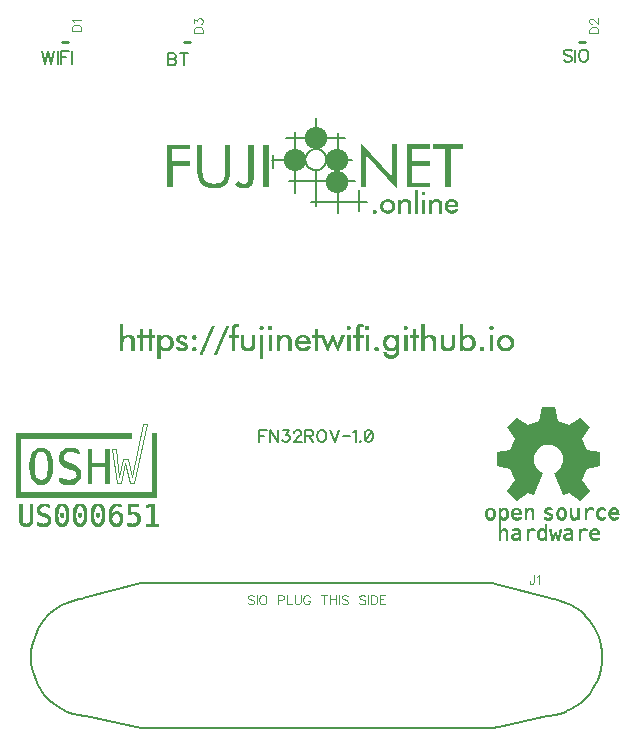
<source format=gbr>
G04 DipTrace 3.3.1.3*
G04 TopSilk.gbr*
%MOMM*%
G04 #@! TF.FileFunction,Legend,Top*
G04 #@! TF.Part,Single*
%ADD10C,0.25*%
%ADD12C,0.076*%
%ADD14C,0.2*%
%ADD17C,0.1*%
%ADD33C,0.15*%
%ADD56O,1.89767X1.88028*%
%ADD57O,1.89767X1.87942*%
%ADD58O,1.89767X1.87856*%
%ADD119C,0.11765*%
%ADD120C,0.15686*%
%FSLAX35Y35*%
G04*
G71*
G90*
G75*
G01*
G04 TopSilk*
%LPD*%
X1628247Y6782973D2*
D10*
X1578267D1*
X6009747D2*
X5959767D1*
X2660123Y6782977D2*
X2610143D1*
X2248840Y2206060D2*
D14*
X2254161D1*
X2316565D1*
X2323337D1*
X3126846D1*
X3142326D1*
X3238592D1*
X3552062D1*
X3884398D1*
X3961315D1*
X3996145D1*
X4023235D1*
X4371051D1*
X4637113D1*
X4780787D1*
X4902208D1*
X5223418D1*
Y2204092D1*
X5276147Y2190315D1*
X5712006Y2075915D1*
X5725551Y2072471D1*
X5744417Y2067428D1*
X5751673Y2066321D1*
X5753125Y2066075D1*
X5799081Y2054512D1*
X5845521Y2037905D1*
X5890026Y2016994D1*
X5932112Y1991777D1*
X5971296Y1962500D1*
X5989195Y1946263D1*
X6007577Y1929534D1*
X6009512Y1927565D1*
X6040472Y1893123D1*
X6041440Y1892385D1*
X6069981Y1853759D1*
X6095136Y1811690D1*
X6115937Y1767406D1*
X6132868Y1721155D1*
X6144478Y1673550D1*
X6151735Y1625084D1*
X6153186Y1592240D1*
X6154153Y1576003D1*
X6151735Y1526922D1*
X6144478Y1478456D1*
X6132868Y1430851D1*
X6115937Y1384599D1*
X6095136Y1340316D1*
X6077721Y1311162D1*
X6069981Y1298246D1*
X6045793Y1266018D1*
X6040472Y1258883D1*
X6009512Y1224440D1*
X6007577Y1222472D1*
X5971296Y1189505D1*
X5932112Y1160229D1*
X5890026Y1135012D1*
X5849391Y1115945D1*
X5845521Y1114100D1*
X5799081Y1097617D1*
X5751673Y1085685D1*
X5703298Y1078427D1*
X5695075Y1078058D1*
X5685400Y1075967D1*
X5276147Y988630D1*
X5223418Y977436D1*
Y975960D1*
X5145051D1*
X5116510D1*
X4887212D1*
X4780787D1*
X4371051D1*
X4159652D1*
X3961315D1*
X3553513D1*
X3552062D1*
X3200860D1*
X3142326D1*
X2965273D1*
X2940118D1*
X2732590D1*
X2323337D1*
X2254161D1*
X2248840D1*
Y977190D1*
X1785407Y1075967D1*
X1775732Y1078058D1*
X1767508Y1078427D1*
X1719133Y1085685D1*
X1671726Y1097617D1*
X1625286Y1114100D1*
X1580781Y1135012D1*
X1538695Y1160229D1*
X1503865Y1186184D1*
X1499511Y1189505D1*
X1481612Y1205374D1*
X1463230Y1222472D1*
X1430335Y1258883D1*
X1400826Y1298246D1*
X1375671Y1340316D1*
X1354870Y1384599D1*
X1337938Y1430851D1*
X1326328Y1478456D1*
X1319072Y1526922D1*
X1316653Y1576003D1*
X1317621Y1592240D1*
X1319072Y1625084D1*
X1326328Y1673550D1*
X1337938Y1721155D1*
X1354870Y1767406D1*
X1375671Y1811690D1*
X1400826Y1853759D1*
X1430335Y1893123D1*
X1463230Y1929534D1*
X1481612Y1946632D1*
X1499511Y1962500D1*
X1503865Y1965945D1*
X1538695Y1991777D1*
X1580781Y2016994D1*
X1625286Y2037905D1*
X1671726Y2054512D1*
X1719133Y2066321D1*
X1724455Y2067182D1*
X1744772Y2072471D1*
X1758317Y2075915D1*
X2248840Y2204584D1*
Y2206060D1*
G36*
X3284562Y5915563D2*
X3327565D1*
Y5555355D1*
X3284562D1*
Y5915563D1*
G37*
G36*
X4723688Y5916769D2*
X4971210D1*
Y5875167D1*
X4869201D1*
Y5555097D1*
X4825447D1*
Y5875167D1*
X4723688D1*
Y5916769D1*
G37*
G36*
X4499669D2*
X4690685D1*
Y5875856D1*
X4543422D1*
Y5773186D1*
X4690685D1*
Y5733737D1*
X4542672D1*
Y5594546D1*
X4690685D1*
Y5555097D1*
X4499669D1*
Y5916769D1*
G37*
G36*
X4109634Y5555269D2*
Y5932618D1*
X4374157Y5642091D1*
Y5917544D1*
X4415161D1*
Y5537870D1*
X4150638Y5826846D1*
Y5555269D1*
X4109634D1*
G37*
G36*
X3157300Y5914874D2*
X3200554D1*
Y5628482D1*
X3198054Y5604709D1*
X3192804Y5587310D1*
X3185553Y5573874D1*
X3177552Y5564227D1*
X3165801Y5555700D1*
X3152300Y5549929D1*
X3136299Y5547173D1*
X3116547Y5545364D1*
X3102796D1*
X3089544Y5548723D1*
X3070543Y5558111D1*
X3057792Y5566983D1*
X3045291Y5580592D1*
X3074543Y5609877D1*
X3083544Y5599541D1*
X3092045Y5593081D1*
X3104046Y5587052D1*
X3110046Y5584899D1*
X3117297Y5583951D1*
X3128048Y5584554D1*
X3134048Y5586019D1*
X3138549Y5588086D1*
X3143799Y5591617D1*
X3149050Y5597474D1*
X3153050Y5604451D1*
X3155300Y5609447D1*
X3156050Y5615562D1*
X3157050Y5622539D1*
X3157550Y5627879D1*
X3157300Y5914874D1*
G37*
G36*
X2724762Y5915133D2*
X2768516D1*
Y5683349D1*
X2769766Y5662505D1*
X2775017Y5639593D1*
X2783768Y5620299D1*
X2791518Y5610050D1*
X2802769Y5600575D1*
X2819771Y5591962D1*
X2844023Y5586363D1*
X2864525Y5585329D1*
X2893027Y5588086D1*
X2913279Y5594287D1*
X2928280Y5603073D1*
X2936031Y5610050D1*
X2946532Y5624520D1*
X2955033Y5646139D1*
X2960033Y5680076D1*
Y5712806D1*
Y5915305D1*
X3003787D1*
Y5691187D1*
X3000787Y5651996D1*
X2993536Y5622453D1*
X2983035Y5600230D1*
X2969534Y5582659D1*
X2953282Y5568706D1*
X2933531Y5557853D1*
X2908028Y5549757D1*
X2870275Y5545450D1*
X2860524D1*
X2828772Y5547862D1*
X2800519Y5555183D1*
X2779517Y5565347D1*
X2762016Y5578611D1*
X2747264Y5596699D1*
X2735763Y5618749D1*
X2727763Y5648896D1*
X2724512Y5690928D1*
X2724762Y5915133D1*
G37*
X3356318Y5786708D2*
D33*
X3634842D1*
X3553835Y6020043D2*
Y5508327D1*
X3368819Y5825641D2*
Y5719525D1*
X3478079Y5967415D2*
X3972122D1*
X3729601Y6138562D2*
Y5881282D1*
X3912367Y6013410D2*
Y5338214D1*
X3690597Y5431324D2*
X4157638Y5432960D1*
D56*
X3731726Y5968923D3*
G36*
X2661757Y5915908D2*
X2470990D1*
Y5553030D1*
X2514994D1*
Y5733306D1*
X2661757D1*
Y5772669D1*
X2513744D1*
Y5875512D1*
X2661757D1*
Y5915908D1*
G37*
D57*
X3549460Y5784469D3*
X3910492D3*
D58*
Y5602082D3*
X3639343Y5788819D2*
D33*
X3639558Y5795082D1*
X3640203Y5801316D1*
X3641274Y5807488D1*
X3642767Y5813569D1*
X3644673Y5819530D1*
X3646984Y5825341D1*
X3649688Y5830974D1*
X3652773Y5836402D1*
X3656222Y5841598D1*
X3660020Y5846537D1*
X3664148Y5851195D1*
X3668586Y5855548D1*
X3673312Y5859577D1*
X3678303Y5863261D1*
X3683534Y5866582D1*
X3688981Y5869525D1*
X3694617Y5872074D1*
X3700414Y5874217D1*
X3706344Y5875945D1*
X3712378Y5877248D1*
X3718487Y5878120D1*
X3724641Y5878558D1*
X3730810D1*
X3736964Y5878120D1*
X3743073Y5877248D1*
X3749107Y5875945D1*
X3755037Y5874217D1*
X3760834Y5872074D1*
X3766470Y5869525D1*
X3771917Y5866582D1*
X3777149Y5863261D1*
X3782139Y5859577D1*
X3786865Y5855548D1*
X3791303Y5851195D1*
X3795431Y5846537D1*
X3799229Y5841598D1*
X3802678Y5836402D1*
X3805763Y5830974D1*
X3808467Y5825341D1*
X3810778Y5819530D1*
X3812685Y5813569D1*
X3814177Y5807488D1*
X3815248Y5801316D1*
X3815893Y5795082D1*
X3816108Y5788819D1*
X3815893Y5782555D1*
X3815248Y5776322D1*
X3814177Y5770150D1*
X3812685Y5764068D1*
X3810778Y5758107D1*
X3808467Y5752296D1*
X3805763Y5746663D1*
X3802678Y5741235D1*
X3799229Y5736039D1*
X3795431Y5731100D1*
X3791303Y5726443D1*
X3786865Y5722089D1*
X3782139Y5718060D1*
X3777149Y5714376D1*
X3771917Y5711055D1*
X3766470Y5708113D1*
X3760834Y5705563D1*
X3755037Y5703420D1*
X3749107Y5701692D1*
X3743073Y5700389D1*
X3736964Y5699517D1*
X3730810Y5699080D1*
X3724641D1*
X3718487Y5699517D1*
X3712378Y5700389D1*
X3706344Y5701692D1*
X3700414Y5703420D1*
X3694617Y5705563D1*
X3688981Y5708113D1*
X3683534Y5711055D1*
X3678303Y5714376D1*
X3673312Y5718060D1*
X3668586Y5722089D1*
X3664148Y5726443D1*
X3660020Y5731100D1*
X3656222Y5736039D1*
X3652773Y5741235D1*
X3649688Y5746663D1*
X3646984Y5752296D1*
X3644673Y5758107D1*
X3642767Y5764068D1*
X3641274Y5770150D1*
X3640203Y5776322D1*
X3639558Y5782555D1*
X3639343Y5788819D1*
X4095133Y5532788D2*
Y5351737D1*
X3502831Y5608930D2*
X4056130D1*
X4035878Y5786622D2*
X3836110D1*
X3729601Y5695235D2*
X3731101Y5397387D1*
G36*
X5525565Y2964531D2*
X5569163Y2946585D1*
X5574815Y2949265D1*
X5649902Y3133501D1*
X5648633Y3138279D1*
X5632947Y3146436D1*
X5618760Y3156924D1*
X5605611Y3169160D1*
X5592808Y3185824D1*
X5585196Y3202255D1*
X5578391Y3221716D1*
X5575161Y3239545D1*
X5574469Y3260637D1*
X5577353Y3279515D1*
X5580928Y3292450D1*
X5588310Y3309347D1*
X5598345Y3325312D1*
X5610686Y3339762D1*
X5625796Y3352580D1*
X5641597Y3361903D1*
X5660398Y3369943D1*
X5679544Y3374488D1*
X5697538Y3376003D1*
X5711379Y3374954D1*
X5731102Y3371342D1*
X5749672Y3364583D1*
X5765704Y3355377D1*
X5780122Y3344773D1*
X5794654Y3329391D1*
X5804804Y3314591D1*
X5814032Y3295713D1*
X5818991Y3278117D1*
X5820837Y3264599D1*
X5821529Y3245838D1*
X5819568Y3227542D1*
X5814262Y3208431D1*
X5805496Y3189087D1*
X5794424Y3173938D1*
X5782313Y3160886D1*
X5766742Y3149000D1*
X5748980Y3138978D1*
X5746673Y3135715D1*
X5747134Y3131637D1*
X5822106Y2948333D1*
X5827642Y2946469D1*
X5871702Y2964647D1*
X5965359Y2902070D1*
X5967781D1*
X6047827Y2981428D1*
X6048058Y2984807D1*
X5984967Y3077916D1*
X6023952Y3172190D1*
X6136524Y3194098D1*
X6136294Y3309930D1*
X6023375Y3331721D1*
X5984851Y3424830D1*
X6049442Y3520852D1*
X5966858Y3602773D1*
X5872163Y3538914D1*
X5778276Y3577136D1*
X5756361Y3689822D1*
X5640329Y3690055D1*
X5617953Y3577253D1*
X5524642Y3538681D1*
X5429601Y3602540D1*
X5347363Y3520852D1*
X5411262Y3425878D1*
X5372738Y3331954D1*
X5259935Y3310046D1*
Y3193865D1*
X5372738Y3171607D1*
X5411031Y3079547D1*
X5347594Y2983759D1*
X5429371Y2900905D1*
X5523143Y2964414D1*
X5525565Y2964531D1*
G37*
X1999111Y3335546D2*
D17*
X2036667D1*
X2063969Y3104604D1*
X2096336Y3257490D1*
X2136486D1*
X2169223Y3104235D1*
X2261630Y3547043D1*
X2299186D1*
X2191707Y3050969D1*
X2155263D1*
X2116472Y3220167D1*
X2078052Y3050969D1*
X2041608D1*
X1999111Y3335546D1*
G36*
X2173918Y3475623D2*
Y3426227D1*
X1235644D1*
Y2971439D1*
X2337853D1*
X2336865Y3475623D1*
X2386280D1*
Y2922320D1*
X1186970D1*
Y3475623D1*
X2173918D1*
G37*
X3040720Y4397293D2*
D12*
X3067320D1*
X4093320D2*
X4119920D1*
X2071720Y4393493D2*
X2090720D1*
X3034014D2*
X3069074D1*
X4086614D2*
X4121674D1*
X4621520D2*
X4640520D1*
X4944520D2*
X4963520D1*
X2071720Y4389693D2*
X2090720D1*
X3029122D2*
X3070166D1*
X4081722D2*
X4122766D1*
X4621520D2*
X4640520D1*
X4944520D2*
X4963520D1*
X2071720Y4385893D2*
X2090720D1*
X3025819D2*
X3070719D1*
X4078419D2*
X4123319D1*
X4621520D2*
X4640520D1*
X4944520D2*
X4963520D1*
X2071720Y4382093D2*
X2090720D1*
X2846920D2*
X2862120D1*
X2968520D2*
X2983720D1*
X3023604D2*
X3070973D1*
X3257320D2*
X3272520D1*
X3329520D2*
X3344720D1*
X3994520D2*
X4009720D1*
X4076204D2*
X4123573D1*
X4150320D2*
X4165520D1*
X4477120D2*
X4492320D1*
X4621520D2*
X4640520D1*
X4944520D2*
X4963520D1*
X5202920D2*
X5218120D1*
X2071720Y4378293D2*
X2090720D1*
X2845476D2*
X2860806D1*
X2967076D2*
X2982406D1*
X3021991D2*
X3045122D1*
X3067320D2*
X3071120D1*
X3254979D2*
X3274861D1*
X3327179D2*
X3347061D1*
X3992179D2*
X4012061D1*
X4074591D2*
X4097722D1*
X4119920D2*
X4123720D1*
X4147979D2*
X4167861D1*
X4474779D2*
X4494661D1*
X4621520D2*
X4640520D1*
X4944520D2*
X4963520D1*
X5200579D2*
X5220461D1*
X2071720Y4374493D2*
X2090720D1*
X2843843D2*
X2859542D1*
X2965443D2*
X2981142D1*
X3020547D2*
X3042413D1*
X3252960D2*
X3276895D1*
X3325160D2*
X3349095D1*
X3990160D2*
X4014095D1*
X4073147D2*
X4095013D1*
X4145960D2*
X4169895D1*
X4472760D2*
X4496695D1*
X4621520D2*
X4640520D1*
X4944520D2*
X4963520D1*
X5198560D2*
X5222495D1*
X2071720Y4370693D2*
X2090720D1*
X2842079D2*
X2858322D1*
X2963679D2*
X2979922D1*
X3019345D2*
X3040229D1*
X3251557D2*
X3278416D1*
X3323757D2*
X3350616D1*
X3988757D2*
X4015616D1*
X4071945D2*
X4092829D1*
X4144557D2*
X4171416D1*
X4471357D2*
X4498216D1*
X4621520D2*
X4640520D1*
X4944520D2*
X4963520D1*
X5197157D2*
X5224016D1*
X2071720Y4366893D2*
X2090720D1*
X2840248D2*
X2856906D1*
X2961848D2*
X2978506D1*
X3018592D2*
X3038638D1*
X3250781D2*
X3279178D1*
X3322981D2*
X3351378D1*
X3987981D2*
X4016378D1*
X4071192D2*
X4091238D1*
X4143781D2*
X4172178D1*
X4470581D2*
X4498978D1*
X4621520D2*
X4640520D1*
X4944520D2*
X4963520D1*
X5196381D2*
X5224778D1*
X2071720Y4363093D2*
X2090720D1*
X2838492D2*
X2855265D1*
X2960092D2*
X2976865D1*
X3018206D2*
X3037708D1*
X3251658D2*
X3279377D1*
X3323858D2*
X3351577D1*
X3988858D2*
X4016577D1*
X4070806D2*
X4090308D1*
X4144658D2*
X4172377D1*
X4471458D2*
X4499177D1*
X4621520D2*
X4640520D1*
X4944520D2*
X4963520D1*
X5197258D2*
X5224977D1*
X2071720Y4359293D2*
X2090720D1*
X2836963D2*
X2853490D1*
X2958563D2*
X2975090D1*
X3018033D2*
X3037249D1*
X3253098D2*
X3277763D1*
X3325298D2*
X3349963D1*
X3990298D2*
X4014963D1*
X4070633D2*
X4089849D1*
X4146098D2*
X4170763D1*
X4472898D2*
X4497563D1*
X4621520D2*
X4640520D1*
X4944520D2*
X4963520D1*
X5198698D2*
X5223363D1*
X2071720Y4355493D2*
X2090720D1*
X2238920D2*
X2257920D1*
X2314920D2*
X2333920D1*
X2835614D2*
X2851652D1*
X2957214D2*
X2973252D1*
X3017962D2*
X3037048D1*
X3255052D2*
X3275345D1*
X3327252D2*
X3347545D1*
X3717120D2*
X3736120D1*
X3992252D2*
X4012545D1*
X4070562D2*
X4089648D1*
X4148052D2*
X4168345D1*
X4474852D2*
X4495145D1*
X4549320D2*
X4568320D1*
X4621520D2*
X4640520D1*
X4944520D2*
X4963520D1*
X5200652D2*
X5220945D1*
X2071720Y4351693D2*
X2090720D1*
X2238920D2*
X2257920D1*
X2314920D2*
X2333920D1*
X2834141D2*
X2849894D1*
X2955741D2*
X2971494D1*
X3017935D2*
X3036967D1*
X3257320D2*
X3272520D1*
X3329520D2*
X3344720D1*
X3717120D2*
X3736120D1*
X3994520D2*
X4009720D1*
X4070535D2*
X4089567D1*
X4150320D2*
X4165520D1*
X4477120D2*
X4492320D1*
X4549320D2*
X4568320D1*
X4621520D2*
X4640520D1*
X4944520D2*
X4963520D1*
X5202920D2*
X5218120D1*
X2071720Y4347893D2*
X2090720D1*
X2238920D2*
X2257920D1*
X2314920D2*
X2333920D1*
X2832478D2*
X2848364D1*
X2954078D2*
X2969964D1*
X3017925D2*
X3036937D1*
X3717120D2*
X3736120D1*
X4070525D2*
X4089537D1*
X4549320D2*
X4568320D1*
X4621520D2*
X4640520D1*
X4944520D2*
X4963520D1*
X2071720Y4344093D2*
X2090720D1*
X2238920D2*
X2257920D1*
X2314920D2*
X2333920D1*
X2830694D2*
X2847014D1*
X2952294D2*
X2968614D1*
X3017922D2*
X3036926D1*
X3717120D2*
X3736120D1*
X4070522D2*
X4089526D1*
X4549320D2*
X4568320D1*
X4621520D2*
X4640520D1*
X4944520D2*
X4963520D1*
X2071720Y4340293D2*
X2090720D1*
X2238920D2*
X2257920D1*
X2314920D2*
X2333920D1*
X2828854D2*
X2845542D1*
X2950454D2*
X2967142D1*
X3017921D2*
X3036922D1*
X3717120D2*
X3736120D1*
X4070521D2*
X4089522D1*
X4549320D2*
X4568320D1*
X4621520D2*
X4640520D1*
X4944520D2*
X4963520D1*
X2071720Y4336493D2*
X2090720D1*
X2238920D2*
X2257920D1*
X2314920D2*
X2333920D1*
X2827095D2*
X2843878D1*
X2948695D2*
X2965478D1*
X3017920D2*
X3036921D1*
X3717120D2*
X3736120D1*
X4070520D2*
X4089521D1*
X4549320D2*
X4568320D1*
X4621520D2*
X4640520D1*
X4944520D2*
X4963520D1*
X2071720Y4332693D2*
X2090720D1*
X2238920D2*
X2257920D1*
X2314920D2*
X2333920D1*
X2825564D2*
X2842094D1*
X2947164D2*
X2963694D1*
X3017920D2*
X3036920D1*
X3717120D2*
X3736120D1*
X4070520D2*
X4089520D1*
X4549320D2*
X4568320D1*
X4621520D2*
X4640520D1*
X4944520D2*
X4963520D1*
X2071720Y4328893D2*
X2090720D1*
X2238920D2*
X2257920D1*
X2314920D2*
X2333920D1*
X2824214D2*
X2840254D1*
X2945814D2*
X2961854D1*
X3017920D2*
X3036920D1*
X3717120D2*
X3736120D1*
X4070520D2*
X4089520D1*
X4549320D2*
X4568320D1*
X4621520D2*
X4640520D1*
X4944520D2*
X4963520D1*
X2071720Y4325093D2*
X2090720D1*
X2238920D2*
X2257920D1*
X2314920D2*
X2333920D1*
X2822742D2*
X2838495D1*
X2944342D2*
X2960095D1*
X3017920D2*
X3036920D1*
X3717120D2*
X3736120D1*
X4070520D2*
X4089520D1*
X4549320D2*
X4568320D1*
X4621520D2*
X4640520D1*
X4944520D2*
X4963520D1*
X2071720Y4321293D2*
X2090720D1*
X2238920D2*
X2257920D1*
X2314920D2*
X2333920D1*
X2821078D2*
X2836964D1*
X2942678D2*
X2958564D1*
X3017920D2*
X3036920D1*
X3717120D2*
X3736120D1*
X4070520D2*
X4089520D1*
X4549320D2*
X4568320D1*
X4621520D2*
X4640520D1*
X4944520D2*
X4963520D1*
X2071720Y4317493D2*
X2090720D1*
X2238920D2*
X2257920D1*
X2314920D2*
X2333920D1*
X2819294D2*
X2835614D1*
X2940894D2*
X2957214D1*
X3017920D2*
X3036920D1*
X3717120D2*
X3736120D1*
X4070520D2*
X4089520D1*
X4549320D2*
X4568320D1*
X4621520D2*
X4640520D1*
X4944520D2*
X4963520D1*
X2071720Y4313693D2*
X2090720D1*
X2238920D2*
X2257920D1*
X2314920D2*
X2333920D1*
X2817454D2*
X2834142D1*
X2939054D2*
X2955742D1*
X3017920D2*
X3036920D1*
X3717120D2*
X3736120D1*
X4070520D2*
X4089520D1*
X4549320D2*
X4568320D1*
X4621520D2*
X4640520D1*
X4944520D2*
X4963520D1*
X2071720Y4309893D2*
X2090720D1*
X2238920D2*
X2257920D1*
X2314920D2*
X2333920D1*
X2815695D2*
X2832478D1*
X2937295D2*
X2954078D1*
X3017920D2*
X3036920D1*
X3717120D2*
X3736120D1*
X4070520D2*
X4089520D1*
X4549320D2*
X4568320D1*
X4621520D2*
X4640520D1*
X4944520D2*
X4963520D1*
X2071720Y4306093D2*
X2090720D1*
X2124920D2*
X2155320D1*
X2238920D2*
X2257920D1*
X2314920D2*
X2333920D1*
X2440320D2*
X2470720D1*
X2577120D2*
X2607520D1*
X2814164D2*
X2830694D1*
X2935764D2*
X2952294D1*
X3017920D2*
X3036920D1*
X3451120D2*
X3481520D1*
X3599320D2*
X3629720D1*
X3717120D2*
X3736120D1*
X3865320D2*
X3869120D1*
X4070520D2*
X4089520D1*
X4340320D2*
X4370720D1*
X4549320D2*
X4568320D1*
X4621520D2*
X4640520D1*
X4674720D2*
X4705120D1*
X4944520D2*
X4963520D1*
X4997720D2*
X5031920D1*
X5313120D2*
X5347320D1*
X2071720Y4302293D2*
X2090720D1*
X2117612D2*
X2163071D1*
X2216120D2*
X2284520D1*
X2292120D2*
X2360520D1*
X2387120D2*
X2406120D1*
X2433467D2*
X2479327D1*
X2569812D2*
X2614373D1*
X2687320D2*
X2702520D1*
X2812814D2*
X2828854D1*
X2934414D2*
X2950454D1*
X2991320D2*
X3071120D1*
X3093920D2*
X3112920D1*
X3188920D2*
X3207920D1*
X3257320D2*
X3276320D1*
X3329520D2*
X3348520D1*
X3397920D2*
X3416920D1*
X3443812D2*
X3489271D1*
X3590713D2*
X3638327D1*
X3694320D2*
X3789320D1*
X3863876D2*
X3870434D1*
X3945120D2*
X3967920D1*
X3994520D2*
X4013520D1*
X4043920D2*
X4123720D1*
X4150320D2*
X4169320D1*
X4332425D2*
X4379342D1*
X4404920D2*
X4423920D1*
X4477120D2*
X4496120D1*
X4526520D2*
X4594920D1*
X4621520D2*
X4640520D1*
X4667412D2*
X4712871D1*
X4784920D2*
X4803920D1*
X4879920D2*
X4898920D1*
X4944520D2*
X4963520D1*
X4990867D2*
X5038773D1*
X5202920D2*
X5221920D1*
X5304513D2*
X5356072D1*
X2071720Y4298493D2*
X2090735D1*
X2111614D2*
X2169509D1*
X2216120D2*
X2284520D1*
X2292120D2*
X2360520D1*
X2387120D2*
X2406135D1*
X2427430D2*
X2486441D1*
X2563844D2*
X2620381D1*
X2684979D2*
X2705573D1*
X2811342D2*
X2827095D1*
X2932942D2*
X2948695D1*
X2991320D2*
X3071120D1*
X3093920D2*
X3112920D1*
X3188920D2*
X3207920D1*
X3257320D2*
X3276320D1*
X3329520D2*
X3348520D1*
X3397920D2*
X3416935D1*
X3437814D2*
X3495709D1*
X3583599D2*
X3645441D1*
X3694320D2*
X3762720D1*
X3770922D2*
X3791219D1*
X3862258D2*
X3871699D1*
X3942779D2*
X3965564D1*
X3994520D2*
X4013520D1*
X4043920D2*
X4123720D1*
X4150320D2*
X4169320D1*
X4325515D2*
X4386601D1*
X4404764D2*
X4423920D1*
X4477120D2*
X4496120D1*
X4526520D2*
X4594920D1*
X4621520D2*
X4640535D1*
X4661414D2*
X4719309D1*
X4784920D2*
X4803920D1*
X4879920D2*
X4898920D1*
X4944520D2*
X4963535D1*
X4984830D2*
X5044796D1*
X5202920D2*
X5221920D1*
X5297399D2*
X5363673D1*
X2071720Y4294693D2*
X2090880D1*
X2106565D2*
X2174471D1*
X2216120D2*
X2284520D1*
X2292120D2*
X2360520D1*
X2387120D2*
X2406280D1*
X2422212D2*
X2492051D1*
X2559073D2*
X2625305D1*
X2682960D2*
X2707796D1*
X2809678D2*
X2825564D1*
X2931278D2*
X2947164D1*
X2991320D2*
X3071120D1*
X3093920D2*
X3112920D1*
X3188920D2*
X3207920D1*
X3257320D2*
X3276320D1*
X3329520D2*
X3348520D1*
X3397920D2*
X3417080D1*
X3432765D2*
X3500671D1*
X3577974D2*
X3651066D1*
X3694320D2*
X3762720D1*
X3771998D2*
X3792812D1*
X3860612D2*
X3872918D1*
X3940730D2*
X3963397D1*
X3994520D2*
X4013520D1*
X4043920D2*
X4123720D1*
X4150320D2*
X4169320D1*
X4319760D2*
X4392818D1*
X4404174D2*
X4423920D1*
X4477120D2*
X4496120D1*
X4526520D2*
X4594920D1*
X4621520D2*
X4640680D1*
X4656365D2*
X4724271D1*
X4784920D2*
X4803920D1*
X4879920D2*
X4898920D1*
X4944520D2*
X4963680D1*
X4979612D2*
X5049868D1*
X5202920D2*
X5221920D1*
X5291774D2*
X5370209D1*
X2071720Y4290893D2*
X2091467D1*
X2101687D2*
X2178304D1*
X2216120D2*
X2284520D1*
X2292120D2*
X2360520D1*
X2387120D2*
X2406867D1*
X2417207D2*
X2496580D1*
X2555282D2*
X2629060D1*
X2681557D2*
X2709053D1*
X2807894D2*
X2824214D1*
X2929494D2*
X2945814D1*
X2991320D2*
X3071120D1*
X3093920D2*
X3112920D1*
X3188920D2*
X3207920D1*
X3257320D2*
X3276320D1*
X3329520D2*
X3348520D1*
X3397920D2*
X3417667D1*
X3427887D2*
X3504504D1*
X3573312D2*
X3655713D1*
X3694320D2*
X3762720D1*
X3773481D2*
X3794409D1*
X3859132D2*
X3874334D1*
X3939061D2*
X3961361D1*
X3994520D2*
X4013520D1*
X4043920D2*
X4123720D1*
X4150320D2*
X4169320D1*
X4315303D2*
X4398818D1*
X4402874D2*
X4423920D1*
X4477120D2*
X4496120D1*
X4526520D2*
X4594920D1*
X4621520D2*
X4641267D1*
X4651487D2*
X4728104D1*
X4784920D2*
X4803920D1*
X4879920D2*
X4898920D1*
X4944520D2*
X4964267D1*
X4974607D2*
X5054271D1*
X5202920D2*
X5221920D1*
X5287112D2*
X5375830D1*
X2071720Y4287093D2*
X2092766D1*
X2096384D2*
X2117494D1*
X2146958D2*
X2181375D1*
X2216120D2*
X2284520D1*
X2292120D2*
X2360520D1*
X2387120D2*
X2408166D1*
X2411831D2*
X2436680D1*
X2466746D2*
X2500247D1*
X2552342D2*
X2577135D1*
X2602958D2*
X2631918D1*
X2680781D2*
X2709522D1*
X2806054D2*
X2822742D1*
X2927654D2*
X2944342D1*
X2991320D2*
X3071120D1*
X3093920D2*
X3112920D1*
X3188920D2*
X3207920D1*
X3257320D2*
X3276320D1*
X3329520D2*
X3348520D1*
X3397920D2*
X3418966D1*
X3422584D2*
X3443694D1*
X3473158D2*
X3507575D1*
X3569161D2*
X3599480D1*
X3629546D2*
X3659746D1*
X3694320D2*
X3762720D1*
X3775190D2*
X3796112D1*
X3857802D2*
X3875975D1*
X3937651D2*
X3959407D1*
X3994520D2*
X4013520D1*
X4043920D2*
X4123720D1*
X4150320D2*
X4169320D1*
X4311996D2*
X4349414D1*
X4373026D2*
X4423920D1*
X4477120D2*
X4496120D1*
X4526520D2*
X4594920D1*
X4621520D2*
X4642566D1*
X4646184D2*
X4667294D1*
X4696758D2*
X4731175D1*
X4784920D2*
X4803920D1*
X4879920D2*
X4898920D1*
X4944520D2*
X4965566D1*
X4969231D2*
X4998641D1*
X5024160D2*
X5058204D1*
X5202920D2*
X5221920D1*
X5282961D2*
X5317080D1*
X5342171D2*
X5380526D1*
X2071720Y4283293D2*
X2110664D1*
X2152847D2*
X2183650D1*
X2238920D2*
X2257920D1*
X2314920D2*
X2333920D1*
X2387120D2*
X2429730D1*
X2473577D2*
X2503147D1*
X2550074D2*
X2573483D1*
X2608836D2*
X2632311D1*
X2681658D2*
X2709499D1*
X2804295D2*
X2821078D1*
X2925895D2*
X2942678D1*
X3017920D2*
X3036920D1*
X3093920D2*
X3112920D1*
X3188920D2*
X3207920D1*
X3257320D2*
X3276320D1*
X3329520D2*
X3348520D1*
X3397920D2*
X3436864D1*
X3479047D2*
X3509850D1*
X3565365D2*
X3592530D1*
X3636377D2*
X3663191D1*
X3717120D2*
X3736120D1*
X3777002D2*
X3797799D1*
X3856337D2*
X3877750D1*
X3936155D2*
X3957496D1*
X3994520D2*
X4013520D1*
X4070520D2*
X4089520D1*
X4150320D2*
X4169320D1*
X4309432D2*
X4341184D1*
X4381271D2*
X4423920D1*
X4477120D2*
X4496120D1*
X4549320D2*
X4568320D1*
X4621520D2*
X4660464D1*
X4702647D2*
X4733450D1*
X4784920D2*
X4803920D1*
X4879920D2*
X4898920D1*
X4944520D2*
X4989588D1*
X5031110D2*
X5061611D1*
X5202920D2*
X5221920D1*
X5279150D2*
X5310115D1*
X5350888D2*
X5384323D1*
X2071720Y4279493D2*
X2105106D1*
X2157421D2*
X2185349D1*
X2238920D2*
X2257920D1*
X2314920D2*
X2333920D1*
X2387120D2*
X2423807D1*
X2479134D2*
X2505527D1*
X2548453D2*
X2570316D1*
X2613326D2*
X2629946D1*
X2683098D2*
X2707820D1*
X2802764D2*
X2819294D1*
X2924364D2*
X2940894D1*
X3017920D2*
X3036920D1*
X3093920D2*
X3112920D1*
X3188920D2*
X3207920D1*
X3257320D2*
X3276320D1*
X3329520D2*
X3348520D1*
X3397920D2*
X3431306D1*
X3483621D2*
X3511549D1*
X3562130D2*
X3586607D1*
X3641934D2*
X3665985D1*
X3717120D2*
X3736120D1*
X3778751D2*
X3799297D1*
X3854676D2*
X3879588D1*
X3934497D2*
X3955710D1*
X3994520D2*
X4013520D1*
X4070520D2*
X4089520D1*
X4150320D2*
X4169320D1*
X4307245D2*
X4334972D1*
X4387602D2*
X4423920D1*
X4477120D2*
X4496120D1*
X4549320D2*
X4568320D1*
X4621520D2*
X4654906D1*
X4707221D2*
X4735149D1*
X4784920D2*
X4803920D1*
X4879920D2*
X4898920D1*
X4944520D2*
X4982743D1*
X5037033D2*
X5064392D1*
X5202920D2*
X5221920D1*
X5275796D2*
X5304073D1*
X5358011D2*
X5387294D1*
X2071720Y4275693D2*
X2101082D1*
X2160779D2*
X2186848D1*
X2238920D2*
X2257920D1*
X2314920D2*
X2333920D1*
X2387120D2*
X2419223D1*
X2483173D2*
X2507624D1*
X2547513D2*
X2568074D1*
X2616473D2*
X2626539D1*
X2685052D2*
X2705366D1*
X2801414D2*
X2817454D1*
X2923014D2*
X2939054D1*
X3017920D2*
X3036920D1*
X3093920D2*
X3112920D1*
X3188920D2*
X3207920D1*
X3257320D2*
X3276320D1*
X3329520D2*
X3348520D1*
X3397920D2*
X3427282D1*
X3486979D2*
X3513048D1*
X3559720D2*
X3582023D1*
X3645958D2*
X3668212D1*
X3717120D2*
X3736120D1*
X3780278D2*
X3800634D1*
X3852894D2*
X3881346D1*
X3932829D2*
X3954169D1*
X3994520D2*
X4013520D1*
X4070520D2*
X4089520D1*
X4150320D2*
X4169320D1*
X4305236D2*
X4330437D1*
X4392502D2*
X4423920D1*
X4477120D2*
X4496120D1*
X4549320D2*
X4568320D1*
X4621520D2*
X4650882D1*
X4710579D2*
X4736648D1*
X4784920D2*
X4803920D1*
X4879920D2*
X4898920D1*
X4944520D2*
X4977968D1*
X5041617D2*
X5066600D1*
X5202920D2*
X5221920D1*
X5273021D2*
X5299124D1*
X5363520D2*
X5389706D1*
X2071720Y4271893D2*
X2098254D1*
X2163239D2*
X2188077D1*
X2238920D2*
X2257920D1*
X2314920D2*
X2333920D1*
X2387120D2*
X2415862D1*
X2486120D2*
X2509486D1*
X2547066D2*
X2566575D1*
X2618920D2*
X2622720D1*
X2687320D2*
X2702520D1*
X2799942D2*
X2815695D1*
X2921542D2*
X2937295D1*
X3017920D2*
X3036920D1*
X3093920D2*
X3112920D1*
X3188920D2*
X3207920D1*
X3257320D2*
X3276320D1*
X3329520D2*
X3348520D1*
X3397920D2*
X3424454D1*
X3489439D2*
X3514277D1*
X3557946D2*
X3578662D1*
X3648786D2*
X3669947D1*
X3717120D2*
X3736120D1*
X3781627D2*
X3802101D1*
X3851054D2*
X3882876D1*
X3931339D2*
X3952816D1*
X3994520D2*
X4013520D1*
X4070520D2*
X4089520D1*
X4150320D2*
X4169320D1*
X4303306D2*
X4327162D1*
X4396337D2*
X4423920D1*
X4477120D2*
X4496120D1*
X4549320D2*
X4568320D1*
X4621520D2*
X4648054D1*
X4713039D2*
X4737877D1*
X4784920D2*
X4803920D1*
X4879920D2*
X4898920D1*
X4944520D2*
X4974404D1*
X5044978D2*
X5068214D1*
X5202920D2*
X5221920D1*
X5270688D2*
X5295203D1*
X5367473D2*
X5391831D1*
X2071720Y4268093D2*
X2096258D1*
X2164940D2*
X2188841D1*
X2238920D2*
X2257920D1*
X2314920D2*
X2333920D1*
X2387120D2*
X2413386D1*
X2488466D2*
X2511055D1*
X2546997D2*
X2566592D1*
X2798278D2*
X2814164D1*
X2919878D2*
X2935764D1*
X3017920D2*
X3036920D1*
X3093920D2*
X3112920D1*
X3188920D2*
X3207920D1*
X3257320D2*
X3276320D1*
X3329520D2*
X3348520D1*
X3397920D2*
X3422458D1*
X3491140D2*
X3515041D1*
X3556399D2*
X3576201D1*
X3650797D2*
X3671364D1*
X3717120D2*
X3736120D1*
X3783099D2*
X3803748D1*
X3849295D2*
X3884226D1*
X3930005D2*
X3951342D1*
X3994520D2*
X4013520D1*
X4070520D2*
X4089520D1*
X4150320D2*
X4169320D1*
X4301528D2*
X4324741D1*
X4399291D2*
X4423920D1*
X4477120D2*
X4496120D1*
X4549320D2*
X4568320D1*
X4621520D2*
X4646058D1*
X4714740D2*
X4738641D1*
X4784920D2*
X4803920D1*
X4879920D2*
X4898920D1*
X4944520D2*
X4971510D1*
X5047439D2*
X5069280D1*
X5202920D2*
X5221920D1*
X5268607D2*
X5292179D1*
X5370365D2*
X5393817D1*
X2071720Y4264293D2*
X2094737D1*
X2165910D2*
X2189232D1*
X2238920D2*
X2257920D1*
X2314920D2*
X2333920D1*
X2387120D2*
X2411552D1*
X2490413D2*
X2512404D1*
X2547415D2*
X2568323D1*
X2796494D2*
X2812814D1*
X2918094D2*
X2934414D1*
X3017920D2*
X3036920D1*
X3093920D2*
X3112920D1*
X3188920D2*
X3207920D1*
X3257320D2*
X3276320D1*
X3329520D2*
X3348520D1*
X3397920D2*
X3420937D1*
X3492110D2*
X3515432D1*
X3555023D2*
X3574500D1*
X3652465D2*
X3672733D1*
X3717120D2*
X3736120D1*
X3784762D2*
X3805413D1*
X3847764D2*
X3885699D1*
X3928538D2*
X3949678D1*
X3994520D2*
X4013520D1*
X4070520D2*
X4089520D1*
X4150320D2*
X4169320D1*
X4300119D2*
X4322933D1*
X4401564D2*
X4423920D1*
X4477120D2*
X4496120D1*
X4549320D2*
X4568320D1*
X4621520D2*
X4644537D1*
X4715710D2*
X4739032D1*
X4784920D2*
X4803920D1*
X4879920D2*
X4898920D1*
X4944520D2*
X4969326D1*
X5049155D2*
X5070223D1*
X5202920D2*
X5221920D1*
X5266766D2*
X5289746D1*
X5372684D2*
X5395739D1*
X2071720Y4260493D2*
X2093328D1*
X2166383D2*
X2189406D1*
X2238920D2*
X2257920D1*
X2314920D2*
X2333920D1*
X2387120D2*
X2410097D1*
X2491901D2*
X2513748D1*
X2548443D2*
X2572961D1*
X2794654D2*
X2811342D1*
X2916254D2*
X2932942D1*
X3017920D2*
X3036920D1*
X3093920D2*
X3112920D1*
X3188920D2*
X3207920D1*
X3257320D2*
X3276320D1*
X3329520D2*
X3348520D1*
X3397920D2*
X3419528D1*
X3492583D2*
X3515606D1*
X3553769D2*
X3573526D1*
X3654495D2*
X3673909D1*
X3717120D2*
X3736120D1*
X3786546D2*
X3806902D1*
X3846414D2*
X3861375D1*
X3873065D2*
X3887362D1*
X3926892D2*
X3947894D1*
X3994520D2*
X4013520D1*
X4070520D2*
X4089520D1*
X4150320D2*
X4169320D1*
X4299264D2*
X4321490D1*
X4403187D2*
X4423920D1*
X4477120D2*
X4496120D1*
X4549320D2*
X4568320D1*
X4621520D2*
X4643128D1*
X4716183D2*
X4739206D1*
X4784920D2*
X4803920D1*
X4879920D2*
X4898920D1*
X4944520D2*
X4967666D1*
X5050259D2*
X5071335D1*
X5202920D2*
X5221920D1*
X5265332D2*
X5287628D1*
X5374620D2*
X5397514D1*
X2071720Y4256693D2*
X2092138D1*
X2166589D2*
X2189478D1*
X2238920D2*
X2257920D1*
X2314920D2*
X2333920D1*
X2387120D2*
X2408714D1*
X2492913D2*
X2514914D1*
X2550054D2*
X2579370D1*
X2792895D2*
X2809678D1*
X2914495D2*
X2931278D1*
X3017920D2*
X3036920D1*
X3093920D2*
X3112920D1*
X3188920D2*
X3207920D1*
X3257320D2*
X3276320D1*
X3329520D2*
X3348520D1*
X3397920D2*
X3418338D1*
X3492789D2*
X3515678D1*
X3552467D2*
X3573030D1*
X3657148D2*
X3674653D1*
X3717120D2*
X3736120D1*
X3788386D2*
X3808235D1*
X3844942D2*
X3860873D1*
X3873567D2*
X3889146D1*
X3925227D2*
X3946054D1*
X3994520D2*
X4013520D1*
X4070520D2*
X4089520D1*
X4150320D2*
X4169320D1*
X4298833D2*
X4320111D1*
X4404142D2*
X4423920D1*
X4477120D2*
X4496120D1*
X4549320D2*
X4568320D1*
X4621520D2*
X4641938D1*
X4716389D2*
X4739278D1*
X4784920D2*
X4803920D1*
X4879920D2*
X4898920D1*
X4944520D2*
X4966183D1*
X5051216D2*
X5072390D1*
X5202920D2*
X5221920D1*
X5264453D2*
X5285773D1*
X5376104D2*
X5398922D1*
X2071720Y4252893D2*
X2091390D1*
X2166672D2*
X2189505D1*
X2238920D2*
X2257920D1*
X2314920D2*
X2333920D1*
X2387120D2*
X2407533D1*
X2493835D2*
X2515654D1*
X2552404D2*
X2587496D1*
X2791364D2*
X2807894D1*
X2912964D2*
X2929494D1*
X3017920D2*
X3036920D1*
X3093920D2*
X3112920D1*
X3188920D2*
X3207920D1*
X3257320D2*
X3276320D1*
X3329520D2*
X3348520D1*
X3397920D2*
X3417590D1*
X3492872D2*
X3515705D1*
X3551317D2*
X3675036D1*
X3717120D2*
X3736120D1*
X3790146D2*
X3809702D1*
X3843278D2*
X3859829D1*
X3874611D2*
X3890986D1*
X3923738D2*
X3944295D1*
X3994520D2*
X4013520D1*
X4070520D2*
X4089520D1*
X4150320D2*
X4169320D1*
X4298643D2*
X4318933D1*
X4404738D2*
X4423920D1*
X4477120D2*
X4496120D1*
X4549320D2*
X4568320D1*
X4621520D2*
X4641190D1*
X4716472D2*
X4739305D1*
X4784920D2*
X4803920D1*
X4879920D2*
X4898920D1*
X4944520D2*
X4964960D1*
X5052332D2*
X5073083D1*
X5202920D2*
X5221920D1*
X5263887D2*
X5284335D1*
X5377114D2*
X5399777D1*
X2071720Y4249093D2*
X2091005D1*
X2166703D2*
X2189515D1*
X2238920D2*
X2257920D1*
X2314920D2*
X2333920D1*
X2387120D2*
X2406788D1*
X2494939D2*
X2516036D1*
X2555905D2*
X2596594D1*
X2790014D2*
X2806054D1*
X2911614D2*
X2927654D1*
X3017920D2*
X3036920D1*
X3093920D2*
X3112920D1*
X3188920D2*
X3207920D1*
X3257320D2*
X3276320D1*
X3329520D2*
X3348520D1*
X3397920D2*
X3417205D1*
X3492903D2*
X3515715D1*
X3550582D2*
X3675208D1*
X3717120D2*
X3736120D1*
X3791676D2*
X3811348D1*
X3841494D2*
X3858355D1*
X3876085D2*
X3892746D1*
X3922405D2*
X3942764D1*
X3994520D2*
X4013520D1*
X4070520D2*
X4089520D1*
X4150320D2*
X4169320D1*
X4298565D2*
X4318188D1*
X4405424D2*
X4423920D1*
X4477120D2*
X4496120D1*
X4549320D2*
X4568320D1*
X4621520D2*
X4640805D1*
X4716503D2*
X4739315D1*
X4784920D2*
X4803920D1*
X4879920D2*
X4898920D1*
X4944520D2*
X4964198D1*
X5053389D2*
X5073447D1*
X5202920D2*
X5221920D1*
X5263225D2*
X5283469D1*
X5378021D2*
X5400207D1*
X2071720Y4245293D2*
X2090833D1*
X2166714D2*
X2189518D1*
X2238920D2*
X2257920D1*
X2314920D2*
X2333920D1*
X2387120D2*
X2406405D1*
X2495991D2*
X2516208D1*
X2560788D2*
X2605537D1*
X2788542D2*
X2804295D1*
X2910142D2*
X2925895D1*
X3017920D2*
X3036920D1*
X3093920D2*
X3112920D1*
X3188920D2*
X3207920D1*
X3257320D2*
X3276320D1*
X3329520D2*
X3348520D1*
X3397920D2*
X3417033D1*
X3492914D2*
X3515718D1*
X3550203D2*
X3675278D1*
X3717120D2*
X3736120D1*
X3793026D2*
X3813013D1*
X3839654D2*
X3856649D1*
X3877791D2*
X3894276D1*
X3920938D2*
X3941414D1*
X3994520D2*
X4013520D1*
X4070520D2*
X4089520D1*
X4150320D2*
X4169320D1*
X4298536D2*
X4317805D1*
X4406401D2*
X4423920D1*
X4477120D2*
X4496120D1*
X4549320D2*
X4568320D1*
X4621520D2*
X4640633D1*
X4716514D2*
X4739318D1*
X4784920D2*
X4803920D1*
X4879920D2*
X4898920D1*
X4944520D2*
X4963808D1*
X5054068D2*
X5073612D1*
X5202920D2*
X5221920D1*
X5262371D2*
X5283035D1*
X5378990D2*
X5400397D1*
X2071720Y4241493D2*
X2090762D1*
X2166718D2*
X2189519D1*
X2238920D2*
X2257920D1*
X2314920D2*
X2333920D1*
X2387120D2*
X2406232D1*
X2496669D2*
X2516278D1*
X2566919D2*
X2613465D1*
X2786878D2*
X2802764D1*
X2908478D2*
X2924364D1*
X3017920D2*
X3036920D1*
X3093920D2*
X3112920D1*
X3188920D2*
X3207920D1*
X3257320D2*
X3276320D1*
X3329520D2*
X3348520D1*
X3397920D2*
X3416962D1*
X3492918D2*
X3515719D1*
X3550047D2*
X3675306D1*
X3717120D2*
X3736120D1*
X3794499D2*
X3814502D1*
X3837895D2*
X3854823D1*
X3879617D2*
X3895626D1*
X3919292D2*
X3939942D1*
X3994520D2*
X4013520D1*
X4070520D2*
X4089520D1*
X4150320D2*
X4169320D1*
X4298526D2*
X4317632D1*
X4407272D2*
X4423920D1*
X4477120D2*
X4496120D1*
X4549320D2*
X4568320D1*
X4621520D2*
X4640562D1*
X4716518D2*
X4739319D1*
X4784920D2*
X4803920D1*
X4879920D2*
X4898920D1*
X4944520D2*
X4963633D1*
X5054298D2*
X5073680D1*
X5202920D2*
X5221920D1*
X5261852D2*
X5282843D1*
X5379559D2*
X5400475D1*
X2071720Y4237693D2*
X2090735D1*
X2166719D2*
X2189520D1*
X2238920D2*
X2257920D1*
X2314920D2*
X2333920D1*
X2387120D2*
X2406177D1*
X2496898D2*
X2516305D1*
X2573952D2*
X2620002D1*
X2785094D2*
X2801414D1*
X2906694D2*
X2923014D1*
X3017920D2*
X3036920D1*
X3093920D2*
X3112920D1*
X3188920D2*
X3207920D1*
X3257320D2*
X3276320D1*
X3329520D2*
X3348520D1*
X3397920D2*
X3416935D1*
X3492919D2*
X3515720D1*
X3550110D2*
X3675320D1*
X3717120D2*
X3736120D1*
X3796162D2*
X3815821D1*
X3836364D2*
X3852955D1*
X3881485D2*
X3897099D1*
X3917627D2*
X3938278D1*
X3994520D2*
X4013520D1*
X4070520D2*
X4089520D1*
X4150320D2*
X4169320D1*
X4298522D2*
X4317577D1*
X4407461D2*
X4423920D1*
X4477120D2*
X4496120D1*
X4549320D2*
X4568320D1*
X4621520D2*
X4640535D1*
X4716519D2*
X4739320D1*
X4784920D2*
X4803920D1*
X4879920D2*
X4898920D1*
X4944520D2*
X4963577D1*
X5053979D2*
X5073706D1*
X5202920D2*
X5221920D1*
X5262088D2*
X5282780D1*
X5379341D2*
X5400504D1*
X2071720Y4233893D2*
X2090725D1*
X2166720D2*
X2189520D1*
X2238920D2*
X2257920D1*
X2314920D2*
X2333920D1*
X2387120D2*
X2406283D1*
X2496579D2*
X2516300D1*
X2581737D2*
X2625172D1*
X2783254D2*
X2799942D1*
X2904854D2*
X2921542D1*
X3017920D2*
X3036920D1*
X3093920D2*
X3112920D1*
X3188920D2*
X3207920D1*
X3257320D2*
X3276320D1*
X3329520D2*
X3348520D1*
X3397920D2*
X3416925D1*
X3492920D2*
X3515720D1*
X3550568D2*
X3572720D1*
X3717120D2*
X3736120D1*
X3797946D2*
X3817183D1*
X3834999D2*
X3851063D1*
X3883377D2*
X3898762D1*
X3916108D2*
X3936494D1*
X3994520D2*
X4013520D1*
X4070520D2*
X4089520D1*
X4150320D2*
X4169320D1*
X4298521D2*
X4317683D1*
X4406908D2*
X4423920D1*
X4477120D2*
X4496120D1*
X4549320D2*
X4568320D1*
X4621520D2*
X4640525D1*
X4716520D2*
X4739320D1*
X4784920D2*
X4803920D1*
X4879920D2*
X4898920D1*
X4944520D2*
X4963683D1*
X5053137D2*
X5073700D1*
X5202920D2*
X5221920D1*
X5262707D2*
X5282885D1*
X5378715D2*
X5400500D1*
X2071720Y4230093D2*
X2090722D1*
X2166720D2*
X2189520D1*
X2238920D2*
X2257920D1*
X2314920D2*
X2333920D1*
X2387120D2*
X2406758D1*
X2495737D2*
X2516170D1*
X2590100D2*
X2629184D1*
X2781495D2*
X2798278D1*
X2903095D2*
X2919878D1*
X3017920D2*
X3036920D1*
X3093920D2*
X3112935D1*
X3188905D2*
X3207920D1*
X3257320D2*
X3276320D1*
X3329520D2*
X3348520D1*
X3397920D2*
X3416922D1*
X3492920D2*
X3515720D1*
X3551468D2*
X3572735D1*
X3717120D2*
X3736120D1*
X3799801D2*
X3818635D1*
X3833370D2*
X3849170D1*
X3885270D2*
X3900558D1*
X3914497D2*
X3934639D1*
X3994520D2*
X4013520D1*
X4070520D2*
X4089520D1*
X4150320D2*
X4169320D1*
X4298535D2*
X4318158D1*
X4406081D2*
X4423920D1*
X4477120D2*
X4496120D1*
X4549320D2*
X4568320D1*
X4621520D2*
X4640522D1*
X4716520D2*
X4739320D1*
X4784920D2*
X4803935D1*
X4879905D2*
X4898920D1*
X4944520D2*
X4964158D1*
X5052174D2*
X5073570D1*
X5202920D2*
X5221920D1*
X5263222D2*
X5283373D1*
X5378083D2*
X5400370D1*
X2071720Y4226293D2*
X2090721D1*
X2166720D2*
X2189520D1*
X2238920D2*
X2257920D1*
X2314920D2*
X2333920D1*
X2387120D2*
X2407679D1*
X2494774D2*
X2515687D1*
X2598349D2*
X2632227D1*
X2779964D2*
X2796494D1*
X2901564D2*
X2918094D1*
X3017920D2*
X3036920D1*
X3093920D2*
X3113068D1*
X3188772D2*
X3207920D1*
X3257320D2*
X3276320D1*
X3329520D2*
X3348520D1*
X3397920D2*
X3416921D1*
X3492920D2*
X3515720D1*
X3552454D2*
X3572868D1*
X3717120D2*
X3736120D1*
X3801679D2*
X3820552D1*
X3831021D2*
X3847283D1*
X3887157D2*
X3902511D1*
X3912452D2*
X3932761D1*
X3994520D2*
X4013520D1*
X4070520D2*
X4089520D1*
X4150320D2*
X4169320D1*
X4298669D2*
X4319079D1*
X4405352D2*
X4423920D1*
X4477120D2*
X4496120D1*
X4549320D2*
X4568320D1*
X4621520D2*
X4640521D1*
X4716520D2*
X4739320D1*
X4784920D2*
X4804068D1*
X4879772D2*
X4898920D1*
X4944520D2*
X4965079D1*
X5051387D2*
X5073087D1*
X5202920D2*
X5221920D1*
X5263641D2*
X5284413D1*
X5377300D2*
X5399872D1*
X2071720Y4222493D2*
X2090720D1*
X2166720D2*
X2189520D1*
X2238920D2*
X2257920D1*
X2314920D2*
X2333920D1*
X2387120D2*
X2408801D1*
X2493987D2*
X2514777D1*
X2605464D2*
X2634539D1*
X2778614D2*
X2794654D1*
X2900214D2*
X2916254D1*
X3017920D2*
X3036920D1*
X3093920D2*
X3113553D1*
X3188287D2*
X3207905D1*
X3257320D2*
X3276320D1*
X3329520D2*
X3348520D1*
X3397920D2*
X3416920D1*
X3492920D2*
X3515720D1*
X3553249D2*
X3573368D1*
X3717120D2*
X3736120D1*
X3803560D2*
X3823552D1*
X3827623D2*
X3845505D1*
X3888935D2*
X3904709D1*
X3908157D2*
X3930880D1*
X3994520D2*
X4013520D1*
X4070520D2*
X4089520D1*
X4150320D2*
X4169320D1*
X4299153D2*
X4320186D1*
X4404526D2*
X4423920D1*
X4477120D2*
X4496120D1*
X4549320D2*
X4568320D1*
X4621520D2*
X4640520D1*
X4716520D2*
X4739320D1*
X4784920D2*
X4804553D1*
X4879287D2*
X4898905D1*
X4944520D2*
X4966186D1*
X5050539D2*
X5072162D1*
X5202920D2*
X5221920D1*
X5264275D2*
X5285885D1*
X5376121D2*
X5398829D1*
X2071720Y4218693D2*
X2090720D1*
X2166720D2*
X2189520D1*
X2238920D2*
X2257920D1*
X2314920D2*
X2333920D1*
X2387120D2*
X2410081D1*
X2493139D2*
X2513788D1*
X2610810D2*
X2636178D1*
X2777142D2*
X2792895D1*
X2898742D2*
X2914495D1*
X3017920D2*
X3036920D1*
X3093935D2*
X3114478D1*
X3187362D2*
X3207772D1*
X3257320D2*
X3276320D1*
X3329520D2*
X3348520D1*
X3397920D2*
X3416920D1*
X3492920D2*
X3515720D1*
X3554100D2*
X3574426D1*
X3717120D2*
X3736120D1*
X3805336D2*
X3843968D1*
X3890472D2*
X3929104D1*
X3994520D2*
X4013520D1*
X4070520D2*
X4089520D1*
X4150320D2*
X4169320D1*
X4300078D2*
X4321348D1*
X4403330D2*
X4423920D1*
X4477120D2*
X4496120D1*
X4549320D2*
X4568320D1*
X4621520D2*
X4640520D1*
X4716520D2*
X4739320D1*
X4784935D2*
X4805478D1*
X4878362D2*
X4898772D1*
X4944520D2*
X4967348D1*
X5049320D2*
X5071054D1*
X5202920D2*
X5221920D1*
X5265376D2*
X5287606D1*
X5374590D2*
X5397355D1*
X2071720Y4214893D2*
X2090720D1*
X2166720D2*
X2189520D1*
X2238920D2*
X2257920D1*
X2314920D2*
X2333920D1*
X2387120D2*
X2411843D1*
X2491920D2*
X2512992D1*
X2614430D2*
X2637124D1*
X2775478D2*
X2791364D1*
X2897078D2*
X2912964D1*
X3017920D2*
X3036920D1*
X3094068D2*
X3115600D1*
X3186240D2*
X3207287D1*
X3257320D2*
X3276320D1*
X3329520D2*
X3348520D1*
X3397920D2*
X3416920D1*
X3492920D2*
X3515720D1*
X3555305D2*
X3576033D1*
X3717120D2*
X3736120D1*
X3806873D2*
X3842615D1*
X3891825D2*
X3927567D1*
X3994520D2*
X4013520D1*
X4070520D2*
X4089520D1*
X4150320D2*
X4169320D1*
X4301186D2*
X4322758D1*
X4401794D2*
X4423920D1*
X4477120D2*
X4496120D1*
X4549320D2*
X4568320D1*
X4621520D2*
X4640520D1*
X4716520D2*
X4739320D1*
X4785068D2*
X4806600D1*
X4877240D2*
X4898287D1*
X4944520D2*
X4968758D1*
X5047661D2*
X5069893D1*
X5202920D2*
X5221920D1*
X5266872D2*
X5289565D1*
X5372832D2*
X5395649D1*
X2071720Y4211093D2*
X2090720D1*
X2166720D2*
X2189520D1*
X2238920D2*
X2257920D1*
X2314920D2*
X2333920D1*
X2387120D2*
X2414052D1*
X2490232D2*
X2512140D1*
X2617066D2*
X2637573D1*
X2773694D2*
X2790014D1*
X2895294D2*
X2911614D1*
X3017920D2*
X3036920D1*
X3094568D2*
X3116896D1*
X3184944D2*
X3206362D1*
X3257320D2*
X3276320D1*
X3329520D2*
X3348520D1*
X3397920D2*
X3416920D1*
X3492920D2*
X3515720D1*
X3556845D2*
X3578239D1*
X3656320D2*
X3667720D1*
X3717120D2*
X3736120D1*
X3808225D2*
X3841142D1*
X3893298D2*
X3926215D1*
X3994520D2*
X4013520D1*
X4070520D2*
X4089520D1*
X4150320D2*
X4169320D1*
X4302347D2*
X4324527D1*
X4400033D2*
X4423920D1*
X4477120D2*
X4496120D1*
X4549320D2*
X4568320D1*
X4621520D2*
X4640520D1*
X4716520D2*
X4739320D1*
X4785568D2*
X4807896D1*
X4875944D2*
X4897362D1*
X4944520D2*
X4970541D1*
X5045549D2*
X5068497D1*
X5202920D2*
X5221920D1*
X5268602D2*
X5291947D1*
X5370731D2*
X5393823D1*
X2071720Y4207293D2*
X2090720D1*
X2166720D2*
X2189520D1*
X2238920D2*
X2257920D1*
X2314920D2*
X2333920D1*
X2387120D2*
X2416536D1*
X2487852D2*
X2510920D1*
X2617687D2*
X2637643D1*
X2771854D2*
X2788542D1*
X2893454D2*
X2910142D1*
X3017920D2*
X3036920D1*
X3095611D2*
X3118806D1*
X3183034D2*
X3205254D1*
X3257320D2*
X3276320D1*
X3329520D2*
X3348520D1*
X3397920D2*
X3416920D1*
X3492920D2*
X3515720D1*
X3558592D2*
X3581138D1*
X3652490D2*
X3671520D1*
X3717120D2*
X3736120D1*
X3809698D2*
X3839478D1*
X3894962D2*
X3924742D1*
X3994520D2*
X4013520D1*
X4070520D2*
X4089520D1*
X4150320D2*
X4169320D1*
X4303758D2*
X4326829D1*
X4397916D2*
X4423920D1*
X4477120D2*
X4496120D1*
X4549320D2*
X4568320D1*
X4621520D2*
X4640520D1*
X4716520D2*
X4739320D1*
X4786611D2*
X4809806D1*
X4874034D2*
X4896254D1*
X4944520D2*
X4972962D1*
X5043006D2*
X5066862D1*
X5202920D2*
X5221920D1*
X5270564D2*
X5295032D1*
X5367847D2*
X5391941D1*
X2071720Y4203493D2*
X2090720D1*
X2166720D2*
X2189520D1*
X2238920D2*
X2257920D1*
X2314920D2*
X2333920D1*
X2387120D2*
X2419857D1*
X2484237D2*
X2509247D1*
X2550520D2*
X2561920D1*
X2616618D2*
X2637225D1*
X2687320D2*
X2702520D1*
X2770095D2*
X2786878D1*
X2891695D2*
X2908478D1*
X3017920D2*
X3036920D1*
X3097085D2*
X3121737D1*
X3180103D2*
X3204093D1*
X3257320D2*
X3276320D1*
X3329520D2*
X3348520D1*
X3397920D2*
X3416920D1*
X3492920D2*
X3515720D1*
X3560560D2*
X3584865D1*
X3648304D2*
X3675320D1*
X3717120D2*
X3736120D1*
X3811362D2*
X3837694D1*
X3896746D2*
X3923078D1*
X3994520D2*
X4013520D1*
X4070520D2*
X4089520D1*
X4150320D2*
X4169320D1*
X4230120D2*
X4245320D1*
X4305527D2*
X4330124D1*
X4395390D2*
X4423920D1*
X4477120D2*
X4496120D1*
X4549320D2*
X4568320D1*
X4621520D2*
X4640520D1*
X4716520D2*
X4739320D1*
X4788085D2*
X4812737D1*
X4871103D2*
X4895093D1*
X4944520D2*
X4976594D1*
X5039835D2*
X5065074D1*
X5123120D2*
X5138320D1*
X5202920D2*
X5221920D1*
X5272932D2*
X5299120D1*
X5363614D2*
X5389915D1*
X2071720Y4199693D2*
X2090720D1*
X2166720D2*
X2189520D1*
X2238920D2*
X2257920D1*
X2314920D2*
X2333920D1*
X2387120D2*
X2424252D1*
X2478337D2*
X2507016D1*
X2547002D2*
X2567401D1*
X2613358D2*
X2636197D1*
X2684979D2*
X2705573D1*
X2768564D2*
X2785094D1*
X2890164D2*
X2906694D1*
X3017920D2*
X3036920D1*
X3098806D2*
X3125525D1*
X3176315D2*
X3202682D1*
X3257320D2*
X3276320D1*
X3329520D2*
X3348520D1*
X3397920D2*
X3416920D1*
X3492920D2*
X3515720D1*
X3562931D2*
X3590596D1*
X3642372D2*
X3671520D1*
X3717120D2*
X3736120D1*
X3813146D2*
X3835839D1*
X3898601D2*
X3921294D1*
X3994520D2*
X4013520D1*
X4070520D2*
X4089520D1*
X4150320D2*
X4169320D1*
X4227779D2*
X4248373D1*
X4307799D2*
X4334397D1*
X4389462D2*
X4423920D1*
X4477120D2*
X4496120D1*
X4549320D2*
X4568320D1*
X4621520D2*
X4640520D1*
X4716520D2*
X4739320D1*
X4789806D2*
X4816525D1*
X4867315D2*
X4893682D1*
X4944520D2*
X4982500D1*
X5035859D2*
X5063089D1*
X5120779D2*
X5141373D1*
X5202920D2*
X5221920D1*
X5275868D2*
X5305139D1*
X5357140D2*
X5387507D1*
X2071720Y4195893D2*
X2090720D1*
X2166720D2*
X2189520D1*
X2238920D2*
X2257920D1*
X2314920D2*
X2333920D1*
X2387120D2*
X2435186D1*
X2468113D2*
X2504137D1*
X2545931D2*
X2576305D1*
X2604324D2*
X2634601D1*
X2682960D2*
X2707796D1*
X2767214D2*
X2783254D1*
X2888814D2*
X2904854D1*
X3017920D2*
X3036920D1*
X3100765D2*
X3135550D1*
X3166290D2*
X3200913D1*
X3257320D2*
X3276320D1*
X3329520D2*
X3348520D1*
X3397920D2*
X3416920D1*
X3492920D2*
X3515720D1*
X3565868D2*
X3600897D1*
X3631990D2*
X3667720D1*
X3717120D2*
X3736120D1*
X3814986D2*
X3833961D1*
X3900479D2*
X3919454D1*
X3994520D2*
X4013520D1*
X4070520D2*
X4089520D1*
X4150320D2*
X4169320D1*
X4225760D2*
X4250596D1*
X4310694D2*
X4346184D1*
X4379363D2*
X4423920D1*
X4477120D2*
X4496120D1*
X4549320D2*
X4568320D1*
X4621520D2*
X4640520D1*
X4716520D2*
X4739320D1*
X4791765D2*
X4826550D1*
X4857290D2*
X4891913D1*
X4944520D2*
X4992726D1*
X5025277D2*
X5060713D1*
X5118760D2*
X5143596D1*
X5202920D2*
X5221920D1*
X5279250D2*
X5314898D1*
X5346284D2*
X5384428D1*
X2071720Y4192093D2*
X2090720D1*
X2166720D2*
X2189520D1*
X2238920D2*
X2257920D1*
X2314920D2*
X2333920D1*
X2387120D2*
X2406120D1*
X2413735D2*
X2451274D1*
X2452152D2*
X2500778D1*
X2546669D2*
X2590344D1*
X2590389D2*
X2632385D1*
X2681557D2*
X2709053D1*
X2765742D2*
X2781495D1*
X2887342D2*
X2903095D1*
X3017920D2*
X3036920D1*
X3103147D2*
X3150980D1*
X3150860D2*
X3198626D1*
X3257320D2*
X3276320D1*
X3329520D2*
X3348520D1*
X3397920D2*
X3416920D1*
X3492920D2*
X3515720D1*
X3569250D2*
X3617320D1*
X3615536D2*
X3663905D1*
X3717120D2*
X3736120D1*
X3816731D2*
X3832077D1*
X3902375D2*
X3917695D1*
X3994520D2*
X4013520D1*
X4070520D2*
X4089520D1*
X4150320D2*
X4169320D1*
X4224357D2*
X4251853D1*
X4314059D2*
X4364110D1*
X4363491D2*
X4401105D1*
X4408720D2*
X4423920D1*
X4477120D2*
X4496120D1*
X4549320D2*
X4568320D1*
X4621520D2*
X4640520D1*
X4716520D2*
X4739320D1*
X4794147D2*
X4841980D1*
X4841860D2*
X4889626D1*
X4944520D2*
X4963520D1*
X4971135D2*
X5008688D1*
X5009411D2*
X5057759D1*
X5117357D2*
X5144853D1*
X5202920D2*
X5221920D1*
X5283007D2*
X5329613D1*
X5329538D2*
X5380559D1*
X2071720Y4188293D2*
X2090720D1*
X2166720D2*
X2189520D1*
X2238920D2*
X2257920D1*
X2314920D2*
X2333920D1*
X2387120D2*
X2406120D1*
X2417683D2*
X2497029D1*
X2549286D2*
X2629368D1*
X2680781D2*
X2709522D1*
X2764078D2*
X2779964D1*
X2885678D2*
X2901564D1*
X3017920D2*
X3036920D1*
X3106246D2*
X3195568D1*
X3257320D2*
X3276320D1*
X3329520D2*
X3348520D1*
X3397920D2*
X3416920D1*
X3492920D2*
X3515720D1*
X3573021D2*
X3659942D1*
X3717120D2*
X3736120D1*
X3818139D2*
X3830281D1*
X3904270D2*
X3916164D1*
X3994520D2*
X4013520D1*
X4070520D2*
X4089520D1*
X4150320D2*
X4169320D1*
X4223581D2*
X4252322D1*
X4317810D2*
X4397142D1*
X4408720D2*
X4423920D1*
X4477120D2*
X4496120D1*
X4549320D2*
X4568320D1*
X4621520D2*
X4640520D1*
X4716520D2*
X4739320D1*
X4797246D2*
X4886568D1*
X4944520D2*
X4963520D1*
X4975083D2*
X5054227D1*
X5116581D2*
X5145322D1*
X5202920D2*
X5221920D1*
X5287362D2*
X5375876D1*
X2071720Y4184493D2*
X2090720D1*
X2166720D2*
X2189520D1*
X2238920D2*
X2257920D1*
X2314920D2*
X2333920D1*
X2387120D2*
X2406120D1*
X2422115D2*
X2492678D1*
X2553255D2*
X2625396D1*
X2681658D2*
X2709499D1*
X2762294D2*
X2778614D1*
X2883894D2*
X2900214D1*
X3017920D2*
X3036920D1*
X3110390D2*
X3191441D1*
X3257320D2*
X3276320D1*
X3329520D2*
X3348520D1*
X3397920D2*
X3416920D1*
X3492920D2*
X3515720D1*
X3577520D2*
X3655365D1*
X3717120D2*
X3736120D1*
X3819054D2*
X3828699D1*
X3906160D2*
X3914826D1*
X3994520D2*
X4013520D1*
X4070520D2*
X4089520D1*
X4150320D2*
X4169320D1*
X4224458D2*
X4252299D1*
X4322162D2*
X4392565D1*
X4408720D2*
X4423920D1*
X4477120D2*
X4496120D1*
X4549320D2*
X4568320D1*
X4621520D2*
X4640520D1*
X4716520D2*
X4739320D1*
X4801390D2*
X4882441D1*
X4944520D2*
X4963520D1*
X4979515D2*
X5049842D1*
X5117458D2*
X5145299D1*
X5202920D2*
X5221920D1*
X5292675D2*
X5370403D1*
X2071720Y4180693D2*
X2090720D1*
X2166720D2*
X2189520D1*
X2238920D2*
X2257920D1*
X2314920D2*
X2333920D1*
X2387120D2*
X2406120D1*
X2427444D2*
X2487379D1*
X2558702D2*
X2620268D1*
X2683098D2*
X2707820D1*
X2760454D2*
X2777142D1*
X2882054D2*
X2898742D1*
X3017920D2*
X3036920D1*
X3116114D2*
X3185723D1*
X3257320D2*
X3276320D1*
X3329520D2*
X3348520D1*
X3397920D2*
X3416920D1*
X3492920D2*
X3515720D1*
X3583407D2*
X3649449D1*
X3717120D2*
X3736120D1*
X3819720D2*
X3827320D1*
X3907958D2*
X3913454D1*
X3994520D2*
X4013520D1*
X4070520D2*
X4089520D1*
X4150320D2*
X4169320D1*
X4225898D2*
X4250620D1*
X4327461D2*
X4386649D1*
X4408705D2*
X4423920D1*
X4477120D2*
X4496120D1*
X4549320D2*
X4568320D1*
X4621520D2*
X4640520D1*
X4716520D2*
X4739320D1*
X4807114D2*
X4876723D1*
X4944520D2*
X4963520D1*
X4984844D2*
X5044003D1*
X5118898D2*
X5143620D1*
X5202920D2*
X5221920D1*
X5298977D2*
X5363850D1*
X2071720Y4176893D2*
X2090720D1*
X2166720D2*
X2189520D1*
X2238920D2*
X2257920D1*
X2314920D2*
X2333920D1*
X2387120D2*
X2406120D1*
X2433675D2*
X2481160D1*
X2565591D2*
X2614121D1*
X2685052D2*
X2705366D1*
X2758695D2*
X2775478D1*
X2880295D2*
X2897078D1*
X3017920D2*
X3036920D1*
X3123563D2*
X3178276D1*
X3257320D2*
X3276320D1*
X3329520D2*
X3348520D1*
X3397920D2*
X3416920D1*
X3492920D2*
X3515720D1*
X3590926D2*
X3641920D1*
X3717120D2*
X3736120D1*
X3909541D2*
X3912126D1*
X3994520D2*
X4013520D1*
X4070520D2*
X4089520D1*
X4150320D2*
X4169320D1*
X4227852D2*
X4248166D1*
X4333680D2*
X4379120D1*
X4408572D2*
X4423920D1*
X4477120D2*
X4496120D1*
X4549320D2*
X4568320D1*
X4621520D2*
X4640520D1*
X4716520D2*
X4739320D1*
X4814563D2*
X4869276D1*
X4944520D2*
X4963520D1*
X4991075D2*
X5036504D1*
X5120852D2*
X5141166D1*
X5202920D2*
X5221920D1*
X5305924D2*
X5355959D1*
X2387120Y4173093D2*
X2406120D1*
X2440320D2*
X2474520D1*
X2573320D2*
X2607520D1*
X2687320D2*
X2702520D1*
X2757164D2*
X2773694D1*
X2878764D2*
X2895294D1*
X3131920D2*
X3169920D1*
X3257320D2*
X3276320D1*
X3599320D2*
X3633520D1*
X3823520D2*
D3*
X3910920D2*
D3*
X4230120D2*
X4245320D1*
X4340320D2*
X4370720D1*
X4408087D2*
X4423920D1*
X4822920D2*
X4860920D1*
X4997720D2*
X5028120D1*
X5123120D2*
X5138320D1*
X5313120D2*
X5347320D1*
X2387120Y4169293D2*
X2406120D1*
X2755814D2*
X2771854D1*
X2877414D2*
X2893454D1*
X3257320D2*
X3276320D1*
X4407177D2*
X4423920D1*
X2387120Y4165493D2*
X2406120D1*
X2754342D2*
X2770095D1*
X2875942D2*
X2891695D1*
X3257320D2*
X3276320D1*
X4406203D2*
X4423920D1*
X2387120Y4161693D2*
X2406120D1*
X2752678D2*
X2768564D1*
X2874278D2*
X2890164D1*
X3257320D2*
X3276320D1*
X4298520D2*
X4321320D1*
X4405525D2*
X4423920D1*
X2387120Y4157893D2*
X2406120D1*
X2750882D2*
X2767226D1*
X2872482D2*
X2888826D1*
X3257320D2*
X3276320D1*
X4300274D2*
X4321922D1*
X4405025D2*
X4423905D1*
X2387120Y4154093D2*
X2406120D1*
X2748929D2*
X2765854D1*
X2870529D2*
X2887454D1*
X3257320D2*
X3276320D1*
X4301380D2*
X4323013D1*
X4404231D2*
X4423772D1*
X2387120Y4150293D2*
X2406120D1*
X2746731D2*
X2764526D1*
X2868331D2*
X2886126D1*
X3257320D2*
X3276320D1*
X4302066D2*
X4324629D1*
X4402621D2*
X4423272D1*
X2387120Y4146493D2*
X2406120D1*
X2744320D2*
X2763320D1*
X2865920D2*
X2884920D1*
X3257320D2*
X3276320D1*
X4302810D2*
X4326867D1*
X4400049D2*
X4422229D1*
X2387120Y4142693D2*
X2406120D1*
X3257320D2*
X3276320D1*
X4303968D2*
X4330138D1*
X4396459D2*
X4420755D1*
X2387120Y4138893D2*
X2406120D1*
X3257320D2*
X3276320D1*
X4305613D2*
X4334400D1*
X4391965D2*
X4419019D1*
X2387120Y4135093D2*
X2406120D1*
X3257320D2*
X3276320D1*
X4307847D2*
X4346185D1*
X4380112D2*
X4416926D1*
X2387120Y4131293D2*
X2406120D1*
X3257320D2*
X3276320D1*
X4310854D2*
X4364110D1*
X4362152D2*
X4414060D1*
X2387120Y4127493D2*
X2406120D1*
X3257320D2*
X3276320D1*
X4314726D2*
X4410051D1*
X2387120Y4123693D2*
X2406120D1*
X3257320D2*
X3276320D1*
X4319670D2*
X4404933D1*
X2387120Y4119893D2*
X2406120D1*
X3257320D2*
X3276320D1*
X4326135D2*
X4398543D1*
X2387120Y4116093D2*
X2406120D1*
X3257320D2*
X3276320D1*
X4334521D2*
X4390722D1*
X2387120Y4112293D2*
X2406120D1*
X3257320D2*
X3276320D1*
X4344120D2*
X4382120D1*
X4568941Y5529029D2*
X4584141D1*
X4568941Y5525229D2*
X4584141D1*
X4568941Y5521429D2*
X4584141D1*
X4568941Y5517629D2*
X4584141D1*
X4629741D2*
X4641141D1*
X4568941Y5513829D2*
X4584141D1*
X4627987D2*
X4644649D1*
X4568941Y5510029D2*
X4584141D1*
X4626910D2*
X4647247D1*
X4568941Y5506229D2*
X4584141D1*
X4626503D2*
X4648065D1*
X4568941Y5502429D2*
X4584141D1*
X4626845D2*
X4647537D1*
X4568941Y5498629D2*
X4584141D1*
X4628042D2*
X4644690D1*
X4568941Y5494829D2*
X4584141D1*
X4629741D2*
X4641141D1*
X4568941Y5491029D2*
X4584141D1*
X4568941Y5487229D2*
X4584141D1*
X4568941Y5483429D2*
X4584141D1*
X4568941Y5479629D2*
X4584141D1*
X4568941Y5475829D2*
X4584141D1*
X4568941Y5472029D2*
X4584141D1*
X4568941Y5468229D2*
X4584141D1*
X4568941Y5464429D2*
X4584141D1*
X4568941Y5460629D2*
X4584141D1*
X4568941Y5456829D2*
X4584141D1*
X4318141Y5453029D2*
X4348541D1*
X4470141D2*
X4500541D1*
X4568941D2*
X4584141D1*
X4732341D2*
X4762741D1*
X4857741D2*
X4888141D1*
X4309534Y5449229D2*
X4356436D1*
X4424541D2*
X4443541D1*
X4463131D2*
X4507249D1*
X4568941D2*
X4584141D1*
X4629741D2*
X4644941D1*
X4686741D2*
X4705741D1*
X4725331D2*
X4769449D1*
X4850888D2*
X4896733D1*
X4302420Y5445429D2*
X4363361D1*
X4424541D2*
X4444239D1*
X4456505D2*
X4512770D1*
X4568941D2*
X4584141D1*
X4629741D2*
X4644941D1*
X4686741D2*
X4706439D1*
X4718705D2*
X4774970D1*
X4844865D2*
X4903713D1*
X4296795Y5441629D2*
X4369235D1*
X4424541D2*
X4445573D1*
X4450046D2*
X4516798D1*
X4568941D2*
X4584141D1*
X4629741D2*
X4644941D1*
X4686741D2*
X4707773D1*
X4712246D2*
X4778998D1*
X4839808D2*
X4908854D1*
X4292148Y5437829D2*
X4323435D1*
X4343247D2*
X4374057D1*
X4424541D2*
X4466515D1*
X4492049D2*
X4519742D1*
X4568941D2*
X4584141D1*
X4629741D2*
X4644941D1*
X4686741D2*
X4728715D1*
X4754249D2*
X4781942D1*
X4835524D2*
X4862288D1*
X4887394D2*
X4912591D1*
X4288115Y5434029D2*
X4315190D1*
X4351492D2*
X4377924D1*
X4424541D2*
X4459684D1*
X4497570D2*
X4522087D1*
X4568941D2*
X4584141D1*
X4629741D2*
X4644941D1*
X4686741D2*
X4721884D1*
X4759770D2*
X4784287D1*
X4831956D2*
X4856280D1*
X4893402D2*
X4915635D1*
X4284670Y5430229D2*
X4308859D1*
X4357822D2*
X4381035D1*
X4424541D2*
X4454127D1*
X4501583D2*
X4524034D1*
X4568941D2*
X4584141D1*
X4629741D2*
X4644941D1*
X4686741D2*
X4716327D1*
X4763783D2*
X4786234D1*
X4829094D2*
X4851341D1*
X4898326D2*
X4918298D1*
X4281876Y5426429D2*
X4303959D1*
X4362708D2*
X4383806D1*
X4424541D2*
X4450103D1*
X4504393D2*
X4525507D1*
X4568941D2*
X4584141D1*
X4629741D2*
X4644941D1*
X4686741D2*
X4712303D1*
X4766593D2*
X4787707D1*
X4826727D2*
X4847423D1*
X4902125D2*
X4920390D1*
X4279649Y5422629D2*
X4300124D1*
X4366424D2*
X4386346D1*
X4424541D2*
X4447290D1*
X4506254D2*
X4526385D1*
X4568941D2*
X4584141D1*
X4629741D2*
X4644941D1*
X4686741D2*
X4709490D1*
X4768454D2*
X4788585D1*
X4824634D2*
X4844415D1*
X4904783D2*
X4922015D1*
X4277914Y5418829D2*
X4297170D1*
X4369028D2*
X4388278D1*
X4424541D2*
X4445428D1*
X4507291D2*
X4526823D1*
X4568941D2*
X4584141D1*
X4629741D2*
X4644941D1*
X4686741D2*
X4707628D1*
X4769491D2*
X4789023D1*
X4822789D2*
X4842115D1*
X4906656D2*
X4923485D1*
X4276497Y5415029D2*
X4294897D1*
X4370875D2*
X4389538D1*
X4424541D2*
X4444391D1*
X4507790D2*
X4527017D1*
X4568941D2*
X4584141D1*
X4629741D2*
X4644941D1*
X4686741D2*
X4706591D1*
X4769990D2*
X4789217D1*
X4821354D2*
X4840481D1*
X4908227D2*
X4924703D1*
X4275128Y5411229D2*
X4293274D1*
X4372433D2*
X4390577D1*
X4424541D2*
X4443892D1*
X4508005D2*
X4527095D1*
X4568941D2*
X4584141D1*
X4629741D2*
X4644941D1*
X4686741D2*
X4706092D1*
X4770205D2*
X4789295D1*
X4820489D2*
X4839533D1*
X4909493D2*
X4925464D1*
X4273952Y5407429D2*
X4292334D1*
X4373685D2*
X4391730D1*
X4424541D2*
X4443676D1*
X4508091D2*
X4527125D1*
X4568941D2*
X4584141D1*
X4629741D2*
X4644941D1*
X4686741D2*
X4705876D1*
X4770291D2*
X4789325D1*
X4820056D2*
X4839046D1*
X4910328D2*
X4925853D1*
X4273208Y5403629D2*
X4291872D1*
X4374458D2*
X4392801D1*
X4424541D2*
X4443591D1*
X4508123D2*
X4527135D1*
X4568941D2*
X4584141D1*
X4629741D2*
X4644941D1*
X4686741D2*
X4705791D1*
X4770323D2*
X4789335D1*
X4819864D2*
X4926027D1*
X4272825Y5399829D2*
X4291669D1*
X4374851D2*
X4393486D1*
X4424541D2*
X4443558D1*
X4508135D2*
X4527139D1*
X4568941D2*
X4584141D1*
X4629741D2*
X4644941D1*
X4686741D2*
X4705758D1*
X4770335D2*
X4789339D1*
X4819786D2*
X4926099D1*
X4272668Y5396029D2*
X4291588D1*
X4375012D2*
X4393718D1*
X4424541D2*
X4443547D1*
X4508139D2*
X4527140D1*
X4568941D2*
X4584141D1*
X4629741D2*
X4644941D1*
X4686741D2*
X4705747D1*
X4770339D2*
X4789340D1*
X4819757D2*
X4926127D1*
X4272731Y5392229D2*
X4291572D1*
X4374950D2*
X4393399D1*
X4424541D2*
X4443543D1*
X4508140D2*
X4527141D1*
X4568941D2*
X4584141D1*
X4629741D2*
X4644941D1*
X4686741D2*
X4705743D1*
X4770340D2*
X4789341D1*
X4819761D2*
X4926141D1*
X4273188Y5388429D2*
X4291695D1*
X4374493D2*
X4392557D1*
X4424541D2*
X4443541D1*
X4508141D2*
X4527141D1*
X4568941D2*
X4584141D1*
X4629741D2*
X4644941D1*
X4686741D2*
X4705741D1*
X4770341D2*
X4789341D1*
X4819891D2*
X4838756D1*
X4274104Y5384629D2*
X4292190D1*
X4373578D2*
X4391594D1*
X4424541D2*
X4443541D1*
X4508141D2*
X4527141D1*
X4568941D2*
X4584141D1*
X4629741D2*
X4644941D1*
X4686741D2*
X4705741D1*
X4770341D2*
X4789341D1*
X4820374D2*
X4838889D1*
X4275208Y5380829D2*
X4293248D1*
X4372459D2*
X4390793D1*
X4424541D2*
X4443541D1*
X4508141D2*
X4527141D1*
X4568941D2*
X4584141D1*
X4629741D2*
X4644941D1*
X4686741D2*
X4705741D1*
X4770341D2*
X4789341D1*
X4821299D2*
X4839388D1*
X4276369Y5377029D2*
X4294854D1*
X4371164D2*
X4389826D1*
X4424541D2*
X4443541D1*
X4508141D2*
X4527141D1*
X4568941D2*
X4584141D1*
X4629741D2*
X4644941D1*
X4686741D2*
X4705741D1*
X4770341D2*
X4789341D1*
X4822406D2*
X4840447D1*
X4277779Y5373229D2*
X4297060D1*
X4369270D2*
X4388257D1*
X4424541D2*
X4443541D1*
X4508141D2*
X4527141D1*
X4568941D2*
X4584141D1*
X4629741D2*
X4644941D1*
X4686741D2*
X4705741D1*
X4770341D2*
X4789341D1*
X4823568D2*
X4842054D1*
X4910941D2*
X4918541D1*
X4279547Y5369429D2*
X4299959D1*
X4366562D2*
X4386157D1*
X4424541D2*
X4443541D1*
X4508141D2*
X4527141D1*
X4568941D2*
X4584141D1*
X4629741D2*
X4644941D1*
X4686741D2*
X4705741D1*
X4770341D2*
X4789341D1*
X4824979D2*
X4844274D1*
X4908735D2*
X4921999D1*
X4281820Y5365629D2*
X4303671D1*
X4362944D2*
X4383862D1*
X4424541D2*
X4443541D1*
X4508141D2*
X4527141D1*
X4568941D2*
X4584141D1*
X4629741D2*
X4644941D1*
X4686741D2*
X4705741D1*
X4770341D2*
X4789341D1*
X4826747D2*
X4847381D1*
X4905302D2*
X4923588D1*
X4215541Y5361829D2*
X4226941D1*
X4284715D2*
X4309257D1*
X4357399D2*
X4381280D1*
X4424541D2*
X4443541D1*
X4508141D2*
X4527141D1*
X4568941D2*
X4584141D1*
X4629741D2*
X4644941D1*
X4686741D2*
X4705741D1*
X4770341D2*
X4789341D1*
X4829020D2*
X4851242D1*
X4899643D2*
X4921476D1*
X4212488Y5358029D2*
X4229994D1*
X4288080D2*
X4318971D1*
X4347701D2*
X4378112D1*
X4424541D2*
X4443541D1*
X4508141D2*
X4527141D1*
X4568941D2*
X4584141D1*
X4629741D2*
X4644941D1*
X4686741D2*
X4705741D1*
X4770341D2*
X4789341D1*
X4831930D2*
X4860629D1*
X4890051D2*
X4918844D1*
X4210280Y5354229D2*
X4232202D1*
X4291845D2*
X4334095D1*
X4332583D2*
X4374190D1*
X4424541D2*
X4443541D1*
X4508141D2*
X4527141D1*
X4568941D2*
X4584141D1*
X4629741D2*
X4644941D1*
X4686741D2*
X4705741D1*
X4770341D2*
X4789341D1*
X4835443D2*
X4874754D1*
X4875408D2*
X4915315D1*
X4208795Y5350429D2*
X4233686D1*
X4296342D2*
X4369364D1*
X4424541D2*
X4443541D1*
X4508141D2*
X4527141D1*
X4568941D2*
X4584141D1*
X4629741D2*
X4644941D1*
X4686741D2*
X4705741D1*
X4770341D2*
X4789341D1*
X4839822D2*
X4910719D1*
X4208753Y5346629D2*
X4233729D1*
X4302229D2*
X4363478D1*
X4424541D2*
X4443541D1*
X4508141D2*
X4527141D1*
X4568941D2*
X4584141D1*
X4629741D2*
X4644941D1*
X4686741D2*
X4705741D1*
X4770341D2*
X4789341D1*
X4845659D2*
X4905135D1*
X4210328Y5342829D2*
X4232153D1*
X4309747D2*
X4356387D1*
X4424541D2*
X4443541D1*
X4508141D2*
X4527141D1*
X4568941D2*
X4584141D1*
X4629741D2*
X4644941D1*
X4686741D2*
X4705741D1*
X4770341D2*
X4789341D1*
X4853157D2*
X4898722D1*
X4212727Y5339029D2*
X4229754D1*
X4318141D2*
X4348541D1*
X4424541D2*
X4443541D1*
X4508141D2*
X4527141D1*
X4568941D2*
X4584141D1*
X4629741D2*
X4644941D1*
X4686741D2*
X4705741D1*
X4770341D2*
X4789341D1*
X4861541D2*
X4891941D1*
X4215541Y5335229D2*
X4226941D1*
X5189970Y2841944D2*
X5216570D1*
X5307770D2*
X5330570D1*
X5414170D2*
X5436970D1*
X5531970D2*
X5550970D1*
X5183262Y2838144D2*
X5222109D1*
X5277370D2*
X5288770D1*
X5301503D2*
X5335524D1*
X5406862D2*
X5443678D1*
X5497770D2*
X5509170D1*
X5526260D2*
X5556365D1*
X5177741Y2834344D2*
X5226867D1*
X5277370D2*
X5290551D1*
X5295195D2*
X5339953D1*
X5400894D2*
X5449199D1*
X5497770D2*
X5509869D1*
X5520775D2*
X5560635D1*
X5173713Y2830544D2*
X5230720D1*
X5277370D2*
X5343429D1*
X5396123D2*
X5453227D1*
X5497770D2*
X5511202D1*
X5515094D2*
X5563578D1*
X5170769Y2826744D2*
X5189985D1*
X5211878D2*
X5233721D1*
X5277370D2*
X5303985D1*
X5326755D2*
X5346128D1*
X5392332D2*
X5414932D1*
X5436078D2*
X5456171D1*
X5497770D2*
X5524385D1*
X5547010D2*
X5565590D1*
X5168424Y2822944D2*
X5186333D1*
X5217399D2*
X5236147D1*
X5277370D2*
X5300333D1*
X5330407D2*
X5348374D1*
X5389392D2*
X5409043D1*
X5441599D2*
X5458516D1*
X5497770D2*
X5520733D1*
X5550175D2*
X5567219D1*
X5166477Y2819144D2*
X5183151D1*
X5221412D2*
X5238263D1*
X5277370D2*
X5297151D1*
X5333574D2*
X5350284D1*
X5387109D2*
X5404469D1*
X5445612D2*
X5460463D1*
X5497770D2*
X5517551D1*
X5552446D2*
X5568499D1*
X5165004Y2815344D2*
X5180760D1*
X5224222D2*
X5240118D1*
X5277370D2*
X5294760D1*
X5335846D2*
X5351743D1*
X5385354D2*
X5401111D1*
X5448422D2*
X5461936D1*
X5497770D2*
X5515160D1*
X5553863D2*
X5569281D1*
X5164111Y2811544D2*
X5178993D1*
X5226084D2*
X5241556D1*
X5277370D2*
X5292993D1*
X5337263D2*
X5352617D1*
X5383930D2*
X5398650D1*
X5450284D2*
X5462814D1*
X5497770D2*
X5513393D1*
X5554967D2*
X5569678D1*
X5163539Y2807744D2*
X5177463D1*
X5227120D2*
X5242421D1*
X5277370D2*
X5291463D1*
X5338367D2*
X5353053D1*
X5382558D2*
X5396939D1*
X5451324D2*
X5463267D1*
X5497770D2*
X5511863D1*
X5556145D2*
X5569855D1*
X5162861Y2803944D2*
X5176221D1*
X5227619D2*
X5242855D1*
X5277370D2*
X5290221D1*
X5339545D2*
X5353246D1*
X5381382D2*
X5395900D1*
X5451846D2*
X5463594D1*
X5497770D2*
X5510621D1*
X5557226D2*
X5569927D1*
X5161873Y2800144D2*
X5175452D1*
X5227835D2*
X5243047D1*
X5277370D2*
X5289452D1*
X5340626D2*
X5353324D1*
X5380638D2*
X5464160D1*
X5497770D2*
X5509852D1*
X5557928D2*
X5569955D1*
X5160884Y2796344D2*
X5175059D1*
X5227920D2*
X5243124D1*
X5277370D2*
X5289059D1*
X5341328D2*
X5353354D1*
X5380254D2*
X5465131D1*
X5497770D2*
X5509459D1*
X5558295D2*
X5569965D1*
X5160344Y2792544D2*
X5174884D1*
X5227953D2*
X5243154D1*
X5277370D2*
X5288884D1*
X5341680D2*
X5353364D1*
X5380082D2*
X5466273D1*
X5497770D2*
X5509284D1*
X5558461D2*
X5569968D1*
X5160472Y2788744D2*
X5174827D1*
X5227964D2*
X5243165D1*
X5277370D2*
X5288827D1*
X5341713D2*
X5353368D1*
X5380027D2*
X5467370D1*
X5497770D2*
X5509212D1*
X5558529D2*
X5569969D1*
X5161220Y2784944D2*
X5174934D1*
X5227968D2*
X5243168D1*
X5277370D2*
X5288934D1*
X5341297D2*
X5353369D1*
X5380133D2*
X5395185D1*
X5497770D2*
X5509185D1*
X5558556D2*
X5569970D1*
X5162127Y2781144D2*
X5175408D1*
X5227955D2*
X5243155D1*
X5277370D2*
X5289408D1*
X5340413D2*
X5353370D1*
X5380608D2*
X5395318D1*
X5497770D2*
X5509175D1*
X5558565D2*
X5569970D1*
X5162779Y2777344D2*
X5176329D1*
X5227821D2*
X5243021D1*
X5277370D2*
X5290329D1*
X5339433D2*
X5353355D1*
X5381529D2*
X5395818D1*
X5497770D2*
X5509172D1*
X5558568D2*
X5569970D1*
X5163256Y2773544D2*
X5177451D1*
X5227322D2*
X5242522D1*
X5277370D2*
X5291451D1*
X5338625D2*
X5353222D1*
X5382636D2*
X5396876D1*
X5497770D2*
X5509171D1*
X5558569D2*
X5569970D1*
X5163913Y2769744D2*
X5178746D1*
X5226249D2*
X5241479D1*
X5277370D2*
X5292746D1*
X5337641D2*
X5352722D1*
X5383798D2*
X5398498D1*
X5497770D2*
X5509170D1*
X5558570D2*
X5569970D1*
X5165022Y2765944D2*
X5180715D1*
X5224419D2*
X5240005D1*
X5277370D2*
X5294715D1*
X5335863D2*
X5351679D1*
X5385208D2*
X5400941D1*
X5497770D2*
X5509170D1*
X5558570D2*
X5569970D1*
X5166521Y2762144D2*
X5183395D1*
X5221875D2*
X5238284D1*
X5277370D2*
X5297395D1*
X5333300D2*
X5350205D1*
X5386977D2*
X5404250D1*
X5497770D2*
X5509170D1*
X5558570D2*
X5569970D1*
X5168266Y2758344D2*
X5190118D1*
X5213781D2*
X5236325D1*
X5277370D2*
X5304118D1*
X5326601D2*
X5348469D1*
X5389249D2*
X5413439D1*
X5452170D2*
X5463570D1*
X5497770D2*
X5509170D1*
X5558570D2*
X5569970D1*
X5170377Y2754544D2*
X5200298D1*
X5201347D2*
X5233943D1*
X5277370D2*
X5314298D1*
X5316434D2*
X5346376D1*
X5392174D2*
X5427453D1*
X5430083D2*
X5463006D1*
X5497770D2*
X5509170D1*
X5558570D2*
X5569970D1*
X5173377Y2750744D2*
X5230862D1*
X5277370D2*
X5343523D1*
X5395813D2*
X5461013D1*
X5497770D2*
X5509170D1*
X5558570D2*
X5569970D1*
X5177839Y2746944D2*
X5226909D1*
X5277370D2*
X5288770D1*
X5297069D2*
X5339647D1*
X5400590D2*
X5455832D1*
X5497770D2*
X5509170D1*
X5558570D2*
X5569970D1*
X5183614Y2743144D2*
X5222009D1*
X5277370D2*
X5288770D1*
X5302202D2*
X5335172D1*
X5406906D2*
X5448814D1*
X5497770D2*
X5509170D1*
X5558570D2*
X5569970D1*
X5189970Y2739344D2*
X5216570D1*
X5277370D2*
X5288770D1*
X5307770D2*
X5330570D1*
X5414170D2*
X5440770D1*
X5277370Y2735544D2*
X5288770D1*
X5277370Y2731744D2*
X5288770D1*
X5277370Y2727944D2*
X5288770D1*
X5277370Y2724144D2*
X5288770D1*
X5277370Y2720344D2*
X5288770D1*
X5277370Y2716544D2*
X5288770D1*
X5277370Y2712744D2*
X5288770D1*
X5277370Y2708944D2*
X5288770D1*
X5277370Y2705144D2*
X5288770D1*
X5683397Y2843692D2*
X5713797D1*
X5793597D2*
X5820197D1*
X6040597D2*
X6063397D1*
X6131797D2*
X6162197D1*
X6238197D2*
X6260997D1*
X5677146Y2839892D2*
X5718606D1*
X5786889D2*
X5825737D1*
X5880997D2*
X5892397D1*
X5941797D2*
X5953197D1*
X6006397D2*
X6017797D1*
X6034887D2*
X6068190D1*
X6125801D2*
X6167005D1*
X6230889D2*
X6267706D1*
X5672200Y2836092D2*
X5722477D1*
X5781368D2*
X5830494D1*
X5880997D2*
X5892397D1*
X5941797D2*
X5953197D1*
X6006397D2*
X6018496D1*
X6029402D2*
X6072013D1*
X6120454D2*
X6170873D1*
X6224921D2*
X6273226D1*
X5668610Y2832292D2*
X5724012D1*
X5777340D2*
X5834348D1*
X5880997D2*
X5892397D1*
X5941797D2*
X5953197D1*
X6006397D2*
X6019829D1*
X6023722D2*
X6073220D1*
X6116044D2*
X6172287D1*
X6220150D2*
X6277255D1*
X5665917Y2828492D2*
X5688104D1*
X5713797D2*
X5725197D1*
X5774397D2*
X5793612D1*
X5815506D2*
X5837349D1*
X5880997D2*
X5892397D1*
X5941797D2*
X5953197D1*
X6006397D2*
X6040902D1*
X6063397D2*
X6072358D1*
X6112456D2*
X6136359D1*
X6162197D2*
X6173084D1*
X6216360D2*
X6238959D1*
X6260106D2*
X6280198D1*
X5663810Y2824692D2*
X5682717D1*
X5772051D2*
X5789961D1*
X5821026D2*
X5839775D1*
X5880997D2*
X5892397D1*
X5941797D2*
X5953197D1*
X6006397D2*
X6034439D1*
X6070997D2*
D3*
X6109485D2*
X6130470D1*
X6169797D2*
X6173597D1*
X6213420D2*
X6233070D1*
X6265626D2*
X6282544D1*
X5662286Y2820892D2*
X5678574D1*
X5770104D2*
X5786779D1*
X5825040D2*
X5841891D1*
X5880997D2*
X5892397D1*
X5941797D2*
X5953197D1*
X6006397D2*
X6029442D1*
X6107247D2*
X6125897D1*
X6211137D2*
X6228497D1*
X6269640D2*
X6284491D1*
X5661516Y2817092D2*
X5676945D1*
X5768631D2*
X5784388D1*
X5827850D2*
X5843745D1*
X5880997D2*
X5892397D1*
X5941797D2*
X5953197D1*
X6006397D2*
X6025951D1*
X6105561D2*
X6122538D1*
X6209382D2*
X6225138D1*
X6272450D2*
X6285964D1*
X5661567Y2813292D2*
X5676830D1*
X5767738D2*
X5782621D1*
X5829711D2*
X5845183D1*
X5880997D2*
X5892397D1*
X5941797D2*
X5953197D1*
X6006397D2*
X6023603D1*
X6104067D2*
X6120078D1*
X6207958D2*
X6222677D1*
X6274311D2*
X6286842D1*
X5662429Y2809492D2*
X5679072D1*
X5767166D2*
X5781090D1*
X5830748D2*
X5846048D1*
X5880997D2*
X5892397D1*
X5941797D2*
X5953197D1*
X6006397D2*
X6021921D1*
X6102840D2*
X6118377D1*
X6206585D2*
X6220966D1*
X6275351D2*
X6287295D1*
X5663957Y2805692D2*
X5686224D1*
X5766489D2*
X5779848D1*
X5831247D2*
X5846482D1*
X5880997D2*
X5892397D1*
X5941797D2*
X5953197D1*
X6006397D2*
X6020445D1*
X6102076D2*
X6117407D1*
X6205409D2*
X6219928D1*
X6275874D2*
X6287622D1*
X5666162Y2801892D2*
X5695761D1*
X5765500D2*
X5779079D1*
X5831462D2*
X5846674D1*
X5880997D2*
X5892397D1*
X5941797D2*
X5953197D1*
X6006397D2*
X6019230D1*
X6101686D2*
X6116934D1*
X6204665D2*
X6288187D1*
X5669347Y2798092D2*
X5705812D1*
X5764511D2*
X5778687D1*
X5831548D2*
X5846752D1*
X5880997D2*
X5892397D1*
X5941797D2*
X5953197D1*
X6006397D2*
X6018472D1*
X6101511D2*
X6116728D1*
X6204282D2*
X6289159D1*
X5674203Y2794292D2*
X5714254D1*
X5763972D2*
X5778511D1*
X5831580D2*
X5846781D1*
X5880997D2*
X5892397D1*
X5941783D2*
X5953197D1*
X6006397D2*
X6018084D1*
X6101440D2*
X6116645D1*
X6204110D2*
X6290301D1*
X5681691Y2790492D2*
X5720326D1*
X5764100D2*
X5778455D1*
X5831591D2*
X5846792D1*
X5880997D2*
X5892397D1*
X5941649D2*
X5953197D1*
X6006397D2*
X6017910D1*
X6101412D2*
X6116614D1*
X6204054D2*
X6291397D1*
X5691468Y2786692D2*
X5724313D1*
X5764847D2*
X5778561D1*
X5831595D2*
X5846796D1*
X5880997D2*
X5892412D1*
X5941165D2*
X5953197D1*
X6006397D2*
X6017839D1*
X6101417D2*
X6116618D1*
X6204161D2*
X6219212D1*
X5701222Y2782892D2*
X5726867D1*
X5765755D2*
X5779035D1*
X5831582D2*
X5846782D1*
X5880997D2*
X5892546D1*
X5940255D2*
X5953197D1*
X6006397D2*
X6017812D1*
X6101548D2*
X6116748D1*
X6204635D2*
X6219346D1*
X5708708Y2779092D2*
X5728615D1*
X5766406D2*
X5779957D1*
X5831449D2*
X5846649D1*
X5880997D2*
X5893030D1*
X5939265D2*
X5953197D1*
X6006397D2*
X6017803D1*
X6102031D2*
X6117246D1*
X6205557D2*
X6219845D1*
X5714212Y2775292D2*
X5729986D1*
X5766883D2*
X5781078D1*
X5830950D2*
X5846150D1*
X5880997D2*
X5893955D1*
X5938454D2*
X5953197D1*
X6006397D2*
X6017799D1*
X6102955D2*
X6118304D1*
X6206664D2*
X6220904D1*
X5716234Y2771492D2*
X5731060D1*
X5767540D2*
X5782373D1*
X5829876D2*
X5845106D1*
X5881012D2*
X5895078D1*
X5937469D2*
X5953197D1*
X6006397D2*
X6017798D1*
X6104078D2*
X6119925D1*
X6207825D2*
X6222525D1*
X5716552Y2767692D2*
X5730647D1*
X5768649D2*
X5784343D1*
X5828047D2*
X5843633D1*
X5881146D2*
X5896447D1*
X5935691D2*
X5953197D1*
X6006397D2*
X6017798D1*
X6105358D2*
X6122368D1*
X6209236D2*
X6224968D1*
X5714582Y2763892D2*
X5729850D1*
X5770148D2*
X5787022D1*
X5825502D2*
X5841911D1*
X5881645D2*
X5898284D1*
X5933127D2*
X5953197D1*
X6006397D2*
X6017797D1*
X6107135D2*
X6125678D1*
X6211004D2*
X6228278D1*
X6283797D2*
D3*
X5660597Y2760092D2*
X5664397D1*
X5706179D2*
X5728714D1*
X5771893D2*
X5793746D1*
X5817408D2*
X5839952D1*
X5882704D2*
X5904482D1*
X5926429D2*
X5953197D1*
X6006397D2*
X6017797D1*
X6109462D2*
X6134866D1*
X6169797D2*
X6173597D1*
X6213276D2*
X6237466D1*
X6269974D2*
X6287597D1*
X5660802Y2756292D2*
X5690285D1*
X5692617D2*
X5726871D1*
X5774004D2*
X5803925D1*
X5804974D2*
X5837570D1*
X5884325D2*
X5914343D1*
X5916262D2*
X5953197D1*
X6006397D2*
X6017797D1*
X6112298D2*
X6148881D1*
X6151510D2*
X6173278D1*
X6216201D2*
X6251481D1*
X6251748D2*
X6287033D1*
X5661295Y2752492D2*
X5724074D1*
X5777004D2*
X5834490D1*
X5886675D2*
X5953197D1*
X6006397D2*
X6017797D1*
X6115937D2*
X6172558D1*
X6219841D2*
X6285041D1*
X5664089Y2748692D2*
X5720251D1*
X5781467D2*
X5830537D1*
X5890129D2*
X5929699D1*
X5941797D2*
X5953197D1*
X6006397D2*
X6017797D1*
X6120545D2*
X6169086D1*
X6224617D2*
X6279859D1*
X5671221Y2744892D2*
X5715406D1*
X5787241D2*
X5825636D1*
X5894746D2*
X5924565D1*
X5941797D2*
X5953197D1*
X6006397D2*
X6017797D1*
X6125955D2*
X6164123D1*
X6230933D2*
X6272841D1*
X5679597Y2741092D2*
X5709997D1*
X5793597D2*
X5820197D1*
X5899997D2*
X5918997D1*
X6131797D2*
X6158397D1*
X6238197D2*
X6264797D1*
X5277897Y2702163D2*
X5289297D1*
X5665497D2*
X5680697D1*
X5277897Y2698363D2*
X5289297D1*
X5665497D2*
X5680697D1*
X5277897Y2694563D2*
X5289297D1*
X5665497D2*
X5680697D1*
X5277897Y2690763D2*
X5289297D1*
X5665497D2*
X5680697D1*
X5277897Y2686963D2*
X5289297D1*
X5665497D2*
X5680697D1*
X5277897Y2683163D2*
X5289297D1*
X5665497D2*
X5680697D1*
X5277897Y2679363D2*
X5289297D1*
X5665497D2*
X5680697D1*
X5277897Y2675563D2*
X5289297D1*
X5665497D2*
X5680697D1*
X5277897Y2671763D2*
X5289297D1*
X5665482D2*
X5680697D1*
X5277897Y2667963D2*
X5289312D1*
X5312097D2*
X5331097D1*
X5407097D2*
X5437497D1*
X5547697D2*
X5570497D1*
X5627497D2*
X5650297D1*
X5665337D2*
X5680697D1*
X5847897D2*
X5878297D1*
X5988497D2*
X6011297D1*
X6075897D2*
X6098697D1*
X5277897Y2664163D2*
X5289457D1*
X5306387D2*
X5336492D1*
X5398782D2*
X5443051D1*
X5513497D2*
X5524897D1*
X5541987D2*
X5575306D1*
X5621958D2*
X5654796D1*
X5664750D2*
X5680697D1*
X5699697D2*
X5714897D1*
X5794697D2*
X5806097D1*
X5839582D2*
X5883851D1*
X5954297D2*
X5965697D1*
X5982787D2*
X6016090D1*
X6068589D2*
X6105406D1*
X5277897Y2660363D2*
X5290044D1*
X5300902D2*
X5340762D1*
X5392315D2*
X5447928D1*
X5513497D2*
X5525596D1*
X5536502D2*
X5579177D1*
X5617200D2*
X5659929D1*
X5663451D2*
X5680697D1*
X5701466D2*
X5715042D1*
X5793398D2*
X5805952D1*
X5833115D2*
X5888728D1*
X5954297D2*
X5966396D1*
X5977302D2*
X6019913D1*
X6062621D2*
X6110926D1*
X5277897Y2656563D2*
X5291343D1*
X5295221D2*
X5343705D1*
X5389726D2*
X5452132D1*
X5513497D2*
X5526929D1*
X5530821D2*
X5580712D1*
X5613347D2*
X5680697D1*
X5702691D2*
X5715529D1*
X5792252D2*
X5805465D1*
X5830526D2*
X5892932D1*
X5954297D2*
X5967729D1*
X5971621D2*
X6021120D1*
X6057850D2*
X6114954D1*
X5277897Y2652763D2*
X5304512D1*
X5327137D2*
X5345717D1*
X5388783D2*
X5403297D1*
X5432806D2*
X5455544D1*
X5513497D2*
X5548001D1*
X5570497D2*
X5581897D1*
X5610360D2*
X5632646D1*
X5649406D2*
X5680697D1*
X5703728D2*
X5716440D1*
X5791398D2*
X5804554D1*
X5829583D2*
X5844097D1*
X5873606D2*
X5896344D1*
X5954297D2*
X5988801D1*
X6011297D2*
X6020258D1*
X6054059D2*
X6076659D1*
X6097806D2*
X6117898D1*
X5277897Y2648963D2*
X5300860D1*
X5330302D2*
X5347346D1*
X5388097D2*
X5391897D1*
X5438326D2*
X5457900D1*
X5513497D2*
X5541539D1*
X5608053D2*
X5627699D1*
X5654926D2*
X5680697D1*
X5704883D2*
X5717429D1*
X5790542D2*
X5803565D1*
X5828897D2*
X5832697D1*
X5879126D2*
X5898700D1*
X5954297D2*
X5982339D1*
X6018897D2*
D3*
X6051119D2*
X6070770D1*
X6103326D2*
X6120243D1*
X5277897Y2645163D2*
X5297678D1*
X5332573D2*
X5348626D1*
X5442342D2*
X5459221D1*
X5513497D2*
X5536542D1*
X5606288D2*
X5624110D1*
X5658939D2*
X5680697D1*
X5705956D2*
X5718225D1*
X5789464D2*
X5802769D1*
X5883142D2*
X5900021D1*
X5954297D2*
X5977342D1*
X6048836D2*
X6066196D1*
X6107339D2*
X6122190D1*
X5277897Y2641363D2*
X5295287D1*
X5333990D2*
X5349408D1*
X5445189D2*
X5459854D1*
X5513497D2*
X5533051D1*
X5604860D2*
X5621417D1*
X5661749D2*
X5680697D1*
X5706671D2*
X5719062D1*
X5788421D2*
X5801932D1*
X5885989D2*
X5900654D1*
X5954297D2*
X5973851D1*
X6047081D2*
X6062838D1*
X6110149D2*
X6123663D1*
X5277897Y2637563D2*
X5293520D1*
X5335094D2*
X5349805D1*
X5447246D2*
X5460127D1*
X5513497D2*
X5530703D1*
X5603486D2*
X5619310D1*
X5663611D2*
X5680697D1*
X5707171D2*
X5720133D1*
X5787717D2*
X5800861D1*
X5888046D2*
X5900927D1*
X5954297D2*
X5971503D1*
X6045657D2*
X6060377D1*
X6112011D2*
X6124541D1*
X5277897Y2633763D2*
X5291990D1*
X5336272D2*
X5349982D1*
X5448897D2*
X5460235D1*
X5513497D2*
X5529021D1*
X5602309D2*
X5617770D1*
X5664647D2*
X5680697D1*
X5707821D2*
X5721174D1*
X5749097D2*
X5760497D1*
X5787221D2*
X5799805D1*
X5889697D2*
X5901035D1*
X5954297D2*
X5969821D1*
X6044285D2*
X6058666D1*
X6113051D2*
X6124995D1*
X5277897Y2629963D2*
X5290748D1*
X5337353D2*
X5350055D1*
X5425670D2*
X5460275D1*
X5513497D2*
X5527545D1*
X5601565D2*
X5616867D1*
X5665146D2*
X5680697D1*
X5708799D2*
X5721878D1*
X5747328D2*
X5761084D1*
X5786573D2*
X5798983D1*
X5866470D2*
X5901075D1*
X5954297D2*
X5968345D1*
X6043109D2*
X6057627D1*
X6113573D2*
X6125321D1*
X5277897Y2626163D2*
X5289979D1*
X5338055D2*
X5350082D1*
X5408898D2*
X5460290D1*
X5513497D2*
X5526330D1*
X5601182D2*
X5616419D1*
X5665362D2*
X5680697D1*
X5709815D2*
X5722373D1*
X5746103D2*
X5762041D1*
X5785595D2*
X5798137D1*
X5849698D2*
X5901090D1*
X5954297D2*
X5967130D1*
X6042365D2*
X6125887D1*
X5277897Y2622363D2*
X5289586D1*
X5338422D2*
X5350092D1*
X5398019D2*
X5460295D1*
X5513497D2*
X5525572D1*
X5601009D2*
X5616223D1*
X5665447D2*
X5680697D1*
X5710620D2*
X5723022D1*
X5745067D2*
X5763159D1*
X5784594D2*
X5797062D1*
X5838819D2*
X5901095D1*
X5954297D2*
X5966372D1*
X6041982D2*
X6126858D1*
X5277897Y2618563D2*
X5289411D1*
X5338588D2*
X5350095D1*
X5390288D2*
X5460296D1*
X5513497D2*
X5525184D1*
X5600939D2*
X5616143D1*
X5665480D2*
X5680697D1*
X5711460D2*
X5723999D1*
X5743897D2*
X5764309D1*
X5783907D2*
X5796006D1*
X5831088D2*
X5901096D1*
X5954297D2*
X5965984D1*
X6041809D2*
X6128000D1*
X5277897Y2614763D2*
X5289339D1*
X5338656D2*
X5350097D1*
X5387181D2*
X5411659D1*
X5448752D2*
X5460297D1*
X5513497D2*
X5525010D1*
X5600927D2*
X5616113D1*
X5665491D2*
X5680697D1*
X5712533D2*
X5725000D1*
X5742690D2*
X5749082D1*
X5757284D2*
X5765572D1*
X5783418D2*
X5795183D1*
X5827981D2*
X5852459D1*
X5889552D2*
X5901097D1*
X5954297D2*
X5965810D1*
X6041754D2*
X6129097D1*
X5277897Y2610963D2*
X5289312D1*
X5338683D2*
X5350097D1*
X5385007D2*
X5405785D1*
X5448265D2*
X5460297D1*
X5513497D2*
X5524939D1*
X5601051D2*
X5616118D1*
X5665495D2*
X5680697D1*
X5713589D2*
X5725687D1*
X5741505D2*
X5748949D1*
X5758241D2*
X5766722D1*
X5782771D2*
X5794337D1*
X5825807D2*
X5846585D1*
X5889065D2*
X5901097D1*
X5954297D2*
X5965739D1*
X6041860D2*
X6056912D1*
X5277897Y2607163D2*
X5289302D1*
X5338692D2*
X5350097D1*
X5383298D2*
X5401345D1*
X5447340D2*
X5460297D1*
X5513497D2*
X5524912D1*
X5601531D2*
X5616247D1*
X5665482D2*
X5680697D1*
X5714411D2*
X5726176D1*
X5740229D2*
X5748464D1*
X5759359D2*
X5767585D1*
X5781794D2*
X5793262D1*
X5824098D2*
X5842145D1*
X5888140D2*
X5901097D1*
X5954297D2*
X5965712D1*
X6042335D2*
X6057046D1*
X5277897Y2603363D2*
X5289299D1*
X5338695D2*
X5350097D1*
X5382001D2*
X5397971D1*
X5446232D2*
X5460297D1*
X5513497D2*
X5524902D1*
X5602440D2*
X5616745D1*
X5665348D2*
X5680697D1*
X5715257D2*
X5726838D1*
X5739074D2*
X5747539D1*
X5760509D2*
X5768463D1*
X5780779D2*
X5792220D1*
X5822801D2*
X5838771D1*
X5887032D2*
X5901097D1*
X5954297D2*
X5965702D1*
X6043256D2*
X6057545D1*
X5277897Y2599563D2*
X5289298D1*
X5338697D2*
X5350097D1*
X5381340D2*
X5396811D1*
X5445070D2*
X5460297D1*
X5513497D2*
X5524899D1*
X5603429D2*
X5617789D1*
X5664849D2*
X5680697D1*
X5716332D2*
X5727960D1*
X5738198D2*
X5746432D1*
X5761787D2*
X5769689D1*
X5779963D2*
X5791517D1*
X5822140D2*
X5837611D1*
X5885870D2*
X5901097D1*
X5954297D2*
X5965699D1*
X6044363D2*
X6058603D1*
X5277897Y2595763D2*
X5289297D1*
X5338697D2*
X5350097D1*
X5381423D2*
X5396341D1*
X5443644D2*
X5460297D1*
X5513497D2*
X5524898D1*
X5604225D2*
X5619277D1*
X5663776D2*
X5680697D1*
X5717389D2*
X5729557D1*
X5737232D2*
X5745284D1*
X5763056D2*
X5771330D1*
X5779019D2*
X5791021D1*
X5822223D2*
X5837141D1*
X5884444D2*
X5901097D1*
X5954297D2*
X5965698D1*
X6045525D2*
X6060225D1*
X5277897Y2591963D2*
X5289297D1*
X5338697D2*
X5350097D1*
X5382170D2*
X5396388D1*
X5441653D2*
X5460297D1*
X5513497D2*
X5524897D1*
X5605077D2*
X5621206D1*
X5661961D2*
X5680697D1*
X5718211D2*
X5731586D1*
X5735755D2*
X5744007D1*
X5764270D2*
X5773377D1*
X5777551D2*
X5790373D1*
X5822970D2*
X5837188D1*
X5882453D2*
X5901097D1*
X5954297D2*
X5965697D1*
X6046935D2*
X6062668D1*
X5277897Y2588163D2*
X5289297D1*
X5338697D2*
X5350097D1*
X5383220D2*
X5398532D1*
X5439025D2*
X5460297D1*
X5513497D2*
X5524897D1*
X5606297D2*
X5623596D1*
X5659461D2*
X5680697D1*
X5719057D2*
X5742738D1*
X5765558D2*
X5789395D1*
X5824020D2*
X5839332D1*
X5879825D2*
X5901097D1*
X5954297D2*
X5965697D1*
X6048704D2*
X6065977D1*
X5277897Y2584363D2*
X5289297D1*
X5338697D2*
X5350097D1*
X5384488D2*
X5406340D1*
X5430918D2*
X5460297D1*
X5513497D2*
X5524897D1*
X5607970D2*
X5630415D1*
X5652029D2*
X5680697D1*
X5720132D2*
X5741524D1*
X5766718D2*
X5788380D1*
X5825288D2*
X5847140D1*
X5871718D2*
X5901097D1*
X5954297D2*
X5965697D1*
X6050976D2*
X6075166D1*
X6113897D2*
X6125297D1*
X5277897Y2580563D2*
X5289297D1*
X5338697D2*
X5350097D1*
X5386388D2*
X5418618D1*
X5418477D2*
X5460297D1*
X5513497D2*
X5524897D1*
X5610216D2*
X5641058D1*
X5640913D2*
X5680697D1*
X5721174D2*
X5740236D1*
X5767595D2*
X5787563D1*
X5827188D2*
X5859418D1*
X5859277D2*
X5901097D1*
X5954297D2*
X5965697D1*
X6053901D2*
X6089180D1*
X6091810D2*
X6124733D1*
X5277897Y2576763D2*
X5289297D1*
X5338697D2*
X5350097D1*
X5389208D2*
X5441141D1*
X5448897D2*
X5460297D1*
X5513497D2*
X5524897D1*
X5613240D2*
X5680697D1*
X5721865D2*
X5739081D1*
X5768562D2*
X5786619D1*
X5830008D2*
X5881941D1*
X5889697D2*
X5901097D1*
X5954297D2*
X5965697D1*
X6057541D2*
X6122740D1*
X5277897Y2572963D2*
X5289297D1*
X5338697D2*
X5350097D1*
X5393039D2*
X5436751D1*
X5448897D2*
X5460297D1*
X5513497D2*
X5524897D1*
X5617171D2*
X5657897D1*
X5665497D2*
X5680697D1*
X5722247D2*
X5738289D1*
X5770039D2*
X5785151D1*
X5833839D2*
X5877551D1*
X5889697D2*
X5901097D1*
X5954297D2*
X5965697D1*
X6062317D2*
X6117559D1*
X5277897Y2569163D2*
X5289297D1*
X5338697D2*
X5350097D1*
X5397887D2*
X5431651D1*
X5448897D2*
X5460297D1*
X5513497D2*
X5524897D1*
X5622062D2*
X5654097D1*
X5665497D2*
X5680697D1*
X5722497D2*
X5737697D1*
X5771897D2*
X5783297D1*
X5838687D2*
X5872451D1*
X5889697D2*
X5901097D1*
X5954297D2*
X5965697D1*
X6068633D2*
X6110541D1*
X5403297Y2565363D2*
X5426097D1*
X5627497D2*
X5650297D1*
X5844097D2*
X5866897D1*
X6075897D2*
X6102497D1*
X1408541Y2876536D2*
X1442741D1*
X1560541D2*
X1590941D1*
X1712541D2*
X1742941D1*
X1864541D2*
X1894941D1*
X2024141D2*
X2058341D1*
X1214741Y2872736D2*
X1237541D1*
X1305941D2*
X1328741D1*
X1399934D2*
X1453530D1*
X1553688D2*
X1597794D1*
X1705688D2*
X1749794D1*
X1857688D2*
X1901794D1*
X2016246D2*
X2066657D1*
X2134341D2*
X2225541D1*
X2320541D2*
X2354741D1*
X1214741Y2868936D2*
X1237541D1*
X1305941D2*
X1328741D1*
X1392820D2*
X1462042D1*
X1547681D2*
X1603802D1*
X1699681D2*
X1755802D1*
X1851681D2*
X1907802D1*
X2009321D2*
X2073123D1*
X2134341D2*
X2225541D1*
X2307874D2*
X2354741D1*
X1214741Y2865136D2*
X1237541D1*
X1305941D2*
X1328741D1*
X1387195D2*
X1468621D1*
X1542742D2*
X1608741D1*
X1694742D2*
X1760741D1*
X1846742D2*
X1912741D1*
X2003447D2*
X2075711D1*
X2134341D2*
X2225541D1*
X2297569D2*
X2354741D1*
X1214741Y2861336D2*
X1237541D1*
X1305941D2*
X1328741D1*
X1382548D2*
X1471355D1*
X1538809D2*
X1612659D1*
X1690809D2*
X1764659D1*
X1842809D2*
X1916659D1*
X1998626D2*
X2076594D1*
X2134341D2*
X2225541D1*
X2293084D2*
X2354741D1*
X1214741Y2857536D2*
X1237541D1*
X1305941D2*
X1328741D1*
X1378530D2*
X1413835D1*
X1441839D2*
X1472313D1*
X1535667D2*
X1565233D1*
X1586250D2*
X1615682D1*
X1687667D2*
X1717233D1*
X1738250D2*
X1767682D1*
X1839667D2*
X1869233D1*
X1890250D2*
X1919682D1*
X1994773D2*
X2028101D1*
X2058341D2*
X2077059D1*
X2134341D2*
X2225541D1*
X2291501D2*
X2354741D1*
X1214741Y2853736D2*
X1237541D1*
X1305941D2*
X1328741D1*
X1375204D2*
X1405605D1*
X1451085D2*
X1472805D1*
X1532883D2*
X1559712D1*
X1591770D2*
X1618115D1*
X1684883D2*
X1711712D1*
X1743770D2*
X1770115D1*
X1836883D2*
X1863712D1*
X1895770D2*
X1922115D1*
X1991780D2*
X2021151D1*
X2069741D2*
X2077341D1*
X2134341D2*
X2153341D1*
X2290658D2*
X2320541D1*
X2331941D2*
X2354741D1*
X1214741Y2849936D2*
X1237541D1*
X1305941D2*
X1328741D1*
X1372760D2*
X1399408D1*
X1458745D2*
X1473022D1*
X1530324D2*
X1555684D1*
X1595798D2*
X1620249D1*
X1682324D2*
X1707684D1*
X1747798D2*
X1772249D1*
X1834324D2*
X1859684D1*
X1899798D2*
X1924249D1*
X1989360D2*
X2015228D1*
X2134341D2*
X2153341D1*
X2290141D2*
X2301541D1*
X2331941D2*
X2354741D1*
X1214741Y2846136D2*
X1237541D1*
X1305941D2*
X1328741D1*
X1370974D2*
X1394992D1*
X1465541D2*
X1473141D1*
X1528271D2*
X1552741D1*
X1598742D2*
X1622237D1*
X1680271D2*
X1704741D1*
X1750742D2*
X1774237D1*
X1832271D2*
X1856741D1*
X1902742D2*
X1926237D1*
X1987231D2*
X2010645D1*
X2134341D2*
X2153341D1*
X2331941D2*
X2354741D1*
X1214741Y2842336D2*
X1237541D1*
X1305941D2*
X1328741D1*
X1369437D2*
X1392067D1*
X1526660D2*
X1550395D1*
X1601088D2*
X1624159D1*
X1678660D2*
X1702395D1*
X1753088D2*
X1776159D1*
X1830660D2*
X1854395D1*
X1905088D2*
X1928159D1*
X1985245D2*
X2007268D1*
X2134341D2*
X2153341D1*
X2331941D2*
X2354741D1*
X1214741Y2838536D2*
X1237541D1*
X1305941D2*
X1328741D1*
X1368193D2*
X1390087D1*
X1525195D2*
X1548433D1*
X1603049D2*
X1625935D1*
X1677195D2*
X1700433D1*
X1755049D2*
X1777935D1*
X1829195D2*
X1852433D1*
X1907049D2*
X1929935D1*
X1983323D2*
X2004674D1*
X2134341D2*
X2153341D1*
X2331941D2*
X2354741D1*
X1214741Y2834736D2*
X1237541D1*
X1305941D2*
X1328741D1*
X1367423D2*
X1388477D1*
X1523963D2*
X1546826D1*
X1604656D2*
X1627358D1*
X1675963D2*
X1698826D1*
X1756656D2*
X1779358D1*
X1827963D2*
X1850826D1*
X1908656D2*
X1931358D1*
X1981547D2*
X2002489D1*
X2134341D2*
X2153341D1*
X2331941D2*
X2354741D1*
X1214741Y2830936D2*
X1237541D1*
X1305941D2*
X1328741D1*
X1367031D2*
X1387222D1*
X1523070D2*
X1545464D1*
X1606018D2*
X1628346D1*
X1675070D2*
X1697464D1*
X1758018D2*
X1780346D1*
X1827070D2*
X1849464D1*
X1910018D2*
X1932346D1*
X1980124D2*
X2000608D1*
X2134341D2*
X2153341D1*
X2331941D2*
X2354741D1*
X1214741Y2827136D2*
X1237541D1*
X1305941D2*
X1328741D1*
X1366855D2*
X1386576D1*
X1522196D2*
X1544116D1*
X1607367D2*
X1629261D1*
X1674196D2*
X1696116D1*
X1759367D2*
X1781261D1*
X1826196D2*
X1848116D1*
X1911367D2*
X1933261D1*
X1979136D2*
X1999146D1*
X2134341D2*
X2153341D1*
X2331941D2*
X2354741D1*
X1214741Y2823336D2*
X1237541D1*
X1305941D2*
X1328741D1*
X1366784D2*
X1386680D1*
X1521112D2*
X1542948D1*
X1608534D2*
X1630361D1*
X1673112D2*
X1694948D1*
X1760534D2*
X1782361D1*
X1825112D2*
X1846948D1*
X1912534D2*
X1934361D1*
X1978222D2*
X1998144D1*
X2134341D2*
X2153341D1*
X2331941D2*
X2354741D1*
X1214741Y2819536D2*
X1237541D1*
X1305941D2*
X1328741D1*
X1366771D2*
X1387562D1*
X1520066D2*
X1542207D1*
X1609275D2*
X1631413D1*
X1672066D2*
X1694207D1*
X1761275D2*
X1783413D1*
X1824066D2*
X1846207D1*
X1913275D2*
X1935413D1*
X1977121D2*
X1997224D1*
X2134341D2*
X2153356D1*
X2331941D2*
X2354741D1*
X1214741Y2815736D2*
X1237541D1*
X1305941D2*
X1328741D1*
X1366895D2*
X1389112D1*
X1519376D2*
X1541825D1*
X1609657D2*
X1632105D1*
X1671376D2*
X1693825D1*
X1761657D2*
X1784105D1*
X1823376D2*
X1845825D1*
X1913657D2*
X1936105D1*
X1976070D2*
X1996122D1*
X2134341D2*
X2153501D1*
X2331941D2*
X2354741D1*
X1214741Y2811936D2*
X1237541D1*
X1305941D2*
X1328741D1*
X1367391D2*
X1391453D1*
X1519014D2*
X1541653D1*
X1609829D2*
X1632468D1*
X1671014D2*
X1693653D1*
X1761829D2*
X1784468D1*
X1823014D2*
X1845653D1*
X1913829D2*
X1936468D1*
X1975377D2*
X1995070D1*
X2024141D2*
X2050741D1*
X2134341D2*
X2154088D1*
X2331941D2*
X2354741D1*
X1214741Y2808136D2*
X1237541D1*
X1305941D2*
X1328741D1*
X1368433D2*
X1395109D1*
X1518850D2*
X1541568D1*
X1609914D2*
X1632633D1*
X1670850D2*
X1693568D1*
X1761914D2*
X1784633D1*
X1822850D2*
X1845568D1*
X1913914D2*
X1936633D1*
X1975015D2*
X1994392D1*
X2016818D2*
X2058622D1*
X2134341D2*
X2155387D1*
X2160941D2*
X2195141D1*
X2331941D2*
X2354741D1*
X1214741Y2804336D2*
X1237541D1*
X1305941D2*
X1328741D1*
X1369906D2*
X1400770D1*
X1518782D2*
X1541408D1*
X1610075D2*
X1632701D1*
X1670782D2*
X1693408D1*
X1762075D2*
X1784701D1*
X1822782D2*
X1845408D1*
X1914075D2*
X1936701D1*
X1974850D2*
X1994174D1*
X2010691D2*
X2065413D1*
X2134341D2*
X2203749D1*
X2331941D2*
X2354741D1*
X1214741Y2800536D2*
X1237541D1*
X1305941D2*
X1328741D1*
X1371627D2*
X1409031D1*
X1518756D2*
X1540914D1*
X1610569D2*
X1632727D1*
X1670756D2*
X1692914D1*
X1762569D2*
X1784727D1*
X1822756D2*
X1844914D1*
X1914569D2*
X1936727D1*
X1974782D2*
X1994596D1*
X2005197D2*
X2070817D1*
X2134341D2*
X2210862D1*
X2331941D2*
X2354741D1*
X1214741Y2796736D2*
X1237541D1*
X1305941D2*
X1328741D1*
X1373601D2*
X1419693D1*
X1518746D2*
X1540000D1*
X1568141D2*
X1583341D1*
X1611482D2*
X1632736D1*
X1670746D2*
X1692000D1*
X1720141D2*
X1735341D1*
X1763482D2*
X1784736D1*
X1822746D2*
X1844000D1*
X1872141D2*
X1887341D1*
X1915482D2*
X1936736D1*
X1974756D2*
X1995825D1*
X1999589D2*
X2074848D1*
X2134341D2*
X2216472D1*
X2331941D2*
X2354741D1*
X1214741Y2792936D2*
X1237541D1*
X1305941D2*
X1328741D1*
X1376117D2*
X1431411D1*
X1518743D2*
X1539025D1*
X1565088D2*
X1585683D1*
X1612458D2*
X1632740D1*
X1670743D2*
X1691025D1*
X1717088D2*
X1737683D1*
X1764458D2*
X1784740D1*
X1822743D2*
X1843025D1*
X1869088D2*
X1889683D1*
X1916458D2*
X1936740D1*
X1974746D2*
X2021103D1*
X2046180D2*
X2078077D1*
X2134341D2*
X2221001D1*
X2331941D2*
X2354741D1*
X1214741Y2789136D2*
X1237541D1*
X1305941D2*
X1328741D1*
X1379700D2*
X1442371D1*
X1518742D2*
X1538362D1*
X1562866D2*
X1587716D1*
X1613121D2*
X1632741D1*
X1670742D2*
X1690362D1*
X1714866D2*
X1739716D1*
X1765121D2*
X1784741D1*
X1822742D2*
X1842362D1*
X1866866D2*
X1891716D1*
X1917121D2*
X1936741D1*
X1974743D2*
X2015214D1*
X2052068D2*
X2080832D1*
X2134341D2*
X2153341D1*
X2187382D2*
X2224668D1*
X2331941D2*
X2354741D1*
X1214741Y2785336D2*
X1237541D1*
X1305941D2*
X1328741D1*
X1384773D2*
X1451486D1*
X1518741D2*
X1538009D1*
X1561608D2*
X1589237D1*
X1613473D2*
X1632741D1*
X1670741D2*
X1690009D1*
X1713608D2*
X1741237D1*
X1765473D2*
X1784741D1*
X1822741D2*
X1842009D1*
X1865608D2*
X1893237D1*
X1917473D2*
X1936741D1*
X1974742D2*
X2010641D1*
X2056642D2*
X2082965D1*
X2134341D2*
X2138141D1*
X2194331D2*
X2227568D1*
X2331941D2*
X2354741D1*
X1214741Y2781536D2*
X1237541D1*
X1305941D2*
X1328741D1*
X1391680D2*
X1458622D1*
X1518741D2*
X1537863D1*
X1561139D2*
X1589999D1*
X1613620D2*
X1632741D1*
X1670741D2*
X1689863D1*
X1713139D2*
X1741999D1*
X1765620D2*
X1784741D1*
X1822741D2*
X1841863D1*
X1865139D2*
X1893999D1*
X1917620D2*
X1936741D1*
X1974741D2*
X2007282D1*
X2060001D2*
X2084606D1*
X2200254D2*
X2229948D1*
X2331941D2*
X2354741D1*
X1214741Y2777736D2*
X1237541D1*
X1305941D2*
X1328741D1*
X1400728D2*
X1464166D1*
X1518741D2*
X1537930D1*
X1561162D2*
X1590198D1*
X1613553D2*
X1632741D1*
X1670741D2*
X1689930D1*
X1713162D2*
X1742198D1*
X1765553D2*
X1784741D1*
X1822741D2*
X1841930D1*
X1865162D2*
X1894198D1*
X1917553D2*
X1936741D1*
X1974741D2*
X2004807D1*
X2062460D2*
X2086082D1*
X2204838D2*
X2232046D1*
X2331941D2*
X2354741D1*
X1214741Y2773936D2*
X1237541D1*
X1305941D2*
X1328741D1*
X1411794D2*
X1468645D1*
X1518741D2*
X1538388D1*
X1562842D2*
X1588584D1*
X1613094D2*
X1632741D1*
X1670741D2*
X1690388D1*
X1714842D2*
X1740584D1*
X1765094D2*
X1784741D1*
X1822741D2*
X1842388D1*
X1866842D2*
X1892584D1*
X1917094D2*
X1936741D1*
X1974741D2*
X2002973D1*
X2064176D2*
X2087302D1*
X2208199D2*
X2233893D1*
X2331941D2*
X2354741D1*
X1214741Y2770136D2*
X1237541D1*
X1305941D2*
X1328741D1*
X1423693D2*
X1472286D1*
X1518741D2*
X1539289D1*
X1565295D2*
X1586166D1*
X1612194D2*
X1632741D1*
X1670741D2*
X1691289D1*
X1717295D2*
X1738166D1*
X1764194D2*
X1784741D1*
X1822741D2*
X1843289D1*
X1869295D2*
X1890166D1*
X1916194D2*
X1936741D1*
X1974741D2*
X2001518D1*
X2065280D2*
X2088064D1*
X2210660D2*
X2235328D1*
X2331941D2*
X2354741D1*
X1214741Y2766336D2*
X1237541D1*
X1305941D2*
X1328741D1*
X1434713D2*
X1475160D1*
X1518741D2*
X1540260D1*
X1568141D2*
X1583341D1*
X1611222D2*
X1632741D1*
X1670741D2*
X1692260D1*
X1720141D2*
X1735341D1*
X1763222D2*
X1784741D1*
X1822741D2*
X1844260D1*
X1872141D2*
X1887341D1*
X1915222D2*
X1936741D1*
X1974741D2*
X2000135D1*
X2066237D2*
X2088453D1*
X2212376D2*
X2236193D1*
X2331941D2*
X2354741D1*
X1214741Y2762536D2*
X1237541D1*
X1305941D2*
X1328741D1*
X1443708D2*
X1477402D1*
X1518741D2*
X1540922D1*
X1610561D2*
X1632741D1*
X1670741D2*
X1692922D1*
X1762561D2*
X1784741D1*
X1822741D2*
X1844922D1*
X1914561D2*
X1936741D1*
X1974741D2*
X1998955D1*
X2067354D2*
X2088628D1*
X2213480D2*
X2236626D1*
X2331941D2*
X2354741D1*
X1214741Y2758736D2*
X1237541D1*
X1305941D2*
X1328741D1*
X1450235D2*
X1479014D1*
X1518741D2*
X1541274D1*
X1610209D2*
X1632741D1*
X1670741D2*
X1693274D1*
X1762209D2*
X1784741D1*
X1822741D2*
X1845274D1*
X1914209D2*
X1936741D1*
X1974741D2*
X1998209D1*
X2068410D2*
X2088699D1*
X2214437D2*
X2236818D1*
X2331941D2*
X2354741D1*
X1214741Y2754936D2*
X1237541D1*
X1305941D2*
X1328741D1*
X1455035D2*
X1479950D1*
X1518756D2*
X1541435D1*
X1610048D2*
X1632726D1*
X1670756D2*
X1693435D1*
X1762048D2*
X1784726D1*
X1822756D2*
X1845435D1*
X1914048D2*
X1936726D1*
X1974741D2*
X1997826D1*
X2069104D2*
X2088726D1*
X2215539D2*
X2236896D1*
X2331941D2*
X2354741D1*
X1214741Y2751136D2*
X1237541D1*
X1305941D2*
X1328741D1*
X1457131D2*
X1480411D1*
X1518890D2*
X1541516D1*
X1609966D2*
X1632593D1*
X1670890D2*
X1693516D1*
X1761966D2*
X1784593D1*
X1822890D2*
X1845516D1*
X1913966D2*
X1936593D1*
X1974756D2*
X1997654D1*
X2069453D2*
X2088736D1*
X2216462D2*
X2236925D1*
X2331941D2*
X2354741D1*
X1214741Y2747336D2*
X1237541D1*
X1305941D2*
X1328741D1*
X1458881D2*
X1480613D1*
X1519374D2*
X1541675D1*
X1609807D2*
X1632109D1*
X1671374D2*
X1693675D1*
X1761807D2*
X1784109D1*
X1823374D2*
X1845675D1*
X1913807D2*
X1936109D1*
X1974890D2*
X1997598D1*
X2069484D2*
X2088740D1*
X2216671D2*
X2236936D1*
X2331941D2*
X2354741D1*
X1214741Y2743536D2*
X1237541D1*
X1305941D2*
X1328741D1*
X1460225D2*
X1480694D1*
X1520284D2*
X1542169D1*
X1609313D2*
X1631198D1*
X1672284D2*
X1694169D1*
X1761313D2*
X1783198D1*
X1824284D2*
X1846169D1*
X1913313D2*
X1935198D1*
X1975374D2*
X1997705D1*
X2069068D2*
X2088741D1*
X2216125D2*
X2236939D1*
X2331941D2*
X2354741D1*
X1214756Y2739736D2*
X1237541D1*
X1305941D2*
X1328726D1*
X1461021D2*
X1480725D1*
X1521273D2*
X1543097D1*
X1608385D2*
X1630209D1*
X1673273D2*
X1695097D1*
X1760385D2*
X1782209D1*
X1825273D2*
X1847097D1*
X1912385D2*
X1934209D1*
X1976299D2*
X1998179D1*
X2068184D2*
X2088741D1*
X2215301D2*
X2236941D1*
X2331941D2*
X2354741D1*
X1214890Y2735936D2*
X1237556D1*
X1305926D2*
X1328593D1*
X1461295D2*
X1480736D1*
X1522070D2*
X1544206D1*
X1607276D2*
X1629413D1*
X1674070D2*
X1696206D1*
X1759276D2*
X1781413D1*
X1826070D2*
X1848206D1*
X1911276D2*
X1933413D1*
X1977407D2*
X1999101D1*
X2067204D2*
X2088726D1*
X2214572D2*
X2236926D1*
X2331941D2*
X2354741D1*
X1215374Y2732136D2*
X1237690D1*
X1305793D2*
X1328109D1*
X1460977D2*
X1480725D1*
X1522906D2*
X1545369D1*
X1606114D2*
X1628576D1*
X1674906D2*
X1697369D1*
X1758114D2*
X1780576D1*
X1826906D2*
X1849369D1*
X1910114D2*
X1932576D1*
X1978554D2*
X2000207D1*
X2066411D2*
X2088593D1*
X2213747D2*
X2236793D1*
X2331941D2*
X2354741D1*
X1216299Y2728336D2*
X1238189D1*
X1305294D2*
X1327184D1*
X1459992D2*
X1480592D1*
X1523992D2*
X1546765D1*
X1604718D2*
X1627490D1*
X1675992D2*
X1698765D1*
X1756718D2*
X1779490D1*
X1827992D2*
X1850765D1*
X1908718D2*
X1931490D1*
X1979831D2*
X2001369D1*
X2065561D2*
X2088094D1*
X2212537D2*
X2236294D1*
X2331941D2*
X2354741D1*
X1217407Y2724536D2*
X1239247D1*
X1304235D2*
X1326076D1*
X1458413D2*
X1480093D1*
X1525182D2*
X1548399D1*
X1603083D2*
X1626301D1*
X1677182D2*
X1700399D1*
X1755083D2*
X1778301D1*
X1829182D2*
X1852399D1*
X1907083D2*
X1930301D1*
X1981100D2*
X2002780D1*
X2064342D2*
X2087050D1*
X2210866D2*
X2235250D1*
X2331941D2*
X2354741D1*
X1218569Y2720736D2*
X1240869D1*
X1302613D2*
X1324914D1*
X1456188D2*
X1479050D1*
X1526488D2*
X1550202D1*
X1601280D2*
X1624994D1*
X1678488D2*
X1702202D1*
X1753280D2*
X1776994D1*
X1830488D2*
X1854202D1*
X1905280D2*
X1928994D1*
X1982329D2*
X2004563D1*
X2062653D2*
X2085577D1*
X2208607D2*
X2233777D1*
X2331941D2*
X2354741D1*
X1219965Y2716936D2*
X1243327D1*
X1300155D2*
X1323518D1*
X1366741D2*
X1374341D1*
X1452921D2*
X1477577D1*
X1528259D2*
X1552410D1*
X1599073D2*
X1623224D1*
X1680259D2*
X1704410D1*
X1751073D2*
X1775224D1*
X1832259D2*
X1856410D1*
X1903073D2*
X1927224D1*
X1983765D2*
X2007072D1*
X2060184D2*
X2083855D1*
X2205327D2*
X2232055D1*
X2331941D2*
X2354741D1*
X1221614Y2713136D2*
X1246681D1*
X1296802D2*
X1321868D1*
X1366741D2*
X1384524D1*
X1448661D2*
X1475855D1*
X1530456D2*
X1555166D1*
X1596316D2*
X1621026D1*
X1682456D2*
X1707166D1*
X1748316D2*
X1773026D1*
X1834456D2*
X1859166D1*
X1900316D2*
X1925026D1*
X1985543D2*
X2010414D1*
X2056863D2*
X2081896D1*
X2126741D2*
X2134341D1*
X2201062D2*
X2230096D1*
X2331941D2*
X2354741D1*
X1223536Y2709336D2*
X1256532D1*
X1286951D2*
X1319947D1*
X1366771D2*
X1399383D1*
X1436876D2*
X1473896D1*
X1532794D2*
X1563299D1*
X1588183D2*
X1618689D1*
X1684794D2*
X1715299D1*
X1740183D2*
X1770689D1*
X1836794D2*
X1867299D1*
X1892183D2*
X1922689D1*
X1987818D2*
X2019607D1*
X2047674D2*
X2079529D1*
X2126741D2*
X2150895D1*
X2189276D2*
X2227714D1*
X2331941D2*
X2354741D1*
X1226020Y2705536D2*
X1271864D1*
X1271618D2*
X1317463D1*
X1367068D2*
X1420962D1*
X1418951D2*
X1471514D1*
X1535393D2*
X1575753D1*
X1575729D2*
X1616090D1*
X1687393D2*
X1727753D1*
X1727729D2*
X1768090D1*
X1839393D2*
X1879753D1*
X1879729D2*
X1920090D1*
X1990729D2*
X2033623D1*
X2033658D2*
X2076593D1*
X2126756D2*
X2173080D1*
X2171351D2*
X2224630D1*
X2293941D2*
X2392741D1*
X1229455Y2701736D2*
X1314028D1*
X1367780D2*
X1468400D1*
X1538581D2*
X1612901D1*
X1690581D2*
X1764901D1*
X1842581D2*
X1916901D1*
X1994229D2*
X2073197D1*
X2126949D2*
X2220615D1*
X2293941D2*
X2392741D1*
X1234000Y2697936D2*
X1309482D1*
X1370823D2*
X1464112D1*
X1542624D2*
X1608859D1*
X1694624D2*
X1760859D1*
X1846624D2*
X1912859D1*
X1998463D2*
X2069299D1*
X2127439D2*
X2215320D1*
X2293941D2*
X2392741D1*
X1239562Y2694136D2*
X1303920D1*
X1377710D2*
X1457800D1*
X1547779D2*
X1603704D1*
X1699779D2*
X1755704D1*
X1851779D2*
X1907704D1*
X2003712D2*
X2064402D1*
X2130233D2*
X2208497D1*
X2293941D2*
X2392741D1*
X1245966Y2690336D2*
X1297517D1*
X1386780D2*
X1449052D1*
X1553936D2*
X1597547D1*
X1705936D2*
X1749547D1*
X1857936D2*
X1901547D1*
X2009911D2*
X2058034D1*
X2137365D2*
X2200278D1*
X2293941D2*
X2392741D1*
X1252741Y2686536D2*
X1290741D1*
X1397141D2*
X1438941D1*
X1560541D2*
X1590941D1*
X1712541D2*
X1742941D1*
X1864541D2*
X1894941D1*
X2016541D2*
X2050741D1*
X2145741D2*
X2191341D1*
X1370330Y3347598D2*
X1423530D1*
X1613530D2*
X1681930D1*
X1359221Y3339998D2*
X1438116D1*
X1599823D2*
X1697651D1*
X1795930D2*
X1826330D1*
X1940330D2*
X1978330D1*
X1349468Y3332398D2*
X1449815D1*
X1587808D2*
X1710524D1*
X1795930D2*
X1826330D1*
X1940330D2*
X1978330D1*
X1341031Y3324798D2*
X1458626D1*
X1577960D2*
X1716192D1*
X1795930D2*
X1826330D1*
X1940330D2*
X1978330D1*
X1333939Y3317198D2*
X1379713D1*
X1423500D2*
X1465118D1*
X1570361D2*
X1622623D1*
X1672932D2*
X1718200D1*
X1795930D2*
X1826330D1*
X1940330D2*
X1978330D1*
X1328258Y3309598D2*
X1368672D1*
X1430833D2*
X1470168D1*
X1565046D2*
X1610608D1*
X1693066D2*
X1719272D1*
X1795930D2*
X1826330D1*
X1940330D2*
X1978330D1*
X1323767Y3301998D2*
X1360645D1*
X1437435D2*
X1474475D1*
X1561299D2*
X1600760D1*
X1712330D2*
X1719930D1*
X1795930D2*
X1826330D1*
X1940330D2*
X1978330D1*
X1320284Y3294398D2*
X1355025D1*
X1442917D2*
X1478241D1*
X1558159D2*
X1593191D1*
X1795930D2*
X1826330D1*
X1940330D2*
X1978330D1*
X1317445Y3286798D2*
X1351273D1*
X1447303D2*
X1481393D1*
X1555646D2*
X1587296D1*
X1795930D2*
X1826330D1*
X1940330D2*
X1978330D1*
X1314704Y3279198D2*
X1348932D1*
X1450492D2*
X1484095D1*
X1554098D2*
X1585182D1*
X1795930D2*
X1826330D1*
X1940330D2*
X1978330D1*
X1312352Y3271598D2*
X1346966D1*
X1452353D2*
X1486784D1*
X1553310D2*
X1584288D1*
X1795930D2*
X1826330D1*
X1940330D2*
X1978330D1*
X1310835Y3263998D2*
X1344715D1*
X1453271D2*
X1489117D1*
X1552958D2*
X1584762D1*
X1795930D2*
X1826330D1*
X1940330D2*
X1978330D1*
X1309802Y3256398D2*
X1342595D1*
X1453703D2*
X1490598D1*
X1552844D2*
X1586696D1*
X1795930D2*
X1826330D1*
X1940330D2*
X1978330D1*
X1308489Y3248798D2*
X1341205D1*
X1454132D2*
X1491362D1*
X1553057D2*
X1590186D1*
X1795930D2*
X1826330D1*
X1940330D2*
X1978330D1*
X1306528Y3241198D2*
X1340477D1*
X1455162D2*
X1491705D1*
X1554035D2*
X1594970D1*
X1795930D2*
X1826330D1*
X1940330D2*
X1978330D1*
X1304525Y3233598D2*
X1340147D1*
X1457004D2*
X1491846D1*
X1556145D2*
X1607349D1*
X1795930D2*
X1826330D1*
X1940330D2*
X1978330D1*
X1303180Y3225998D2*
X1340011D1*
X1458960D2*
X1491900D1*
X1559357D2*
X1624913D1*
X1795930D2*
X1826330D1*
X1940330D2*
X1978330D1*
X1302469Y3218398D2*
X1339959D1*
X1460288D2*
X1491919D1*
X1563797D2*
X1646045D1*
X1795930D2*
X1978330D1*
X1302144Y3210798D2*
X1339940D1*
X1460994D2*
X1491926D1*
X1569862D2*
X1666816D1*
X1795930D2*
X1978330D1*
X1302010Y3203198D2*
X1339933D1*
X1461316D2*
X1491929D1*
X1578136D2*
X1684511D1*
X1795930D2*
X1978330D1*
X1301958Y3195598D2*
X1339931D1*
X1461450D2*
X1491929D1*
X1589952D2*
X1698312D1*
X1795930D2*
X1978330D1*
X1301939Y3187998D2*
X1339930D1*
X1461471D2*
X1491930D1*
X1606449D2*
X1708355D1*
X1795930D2*
X1826330D1*
X1940330D2*
X1978330D1*
X1301963Y3180398D2*
X1339930D1*
X1461223D2*
X1491930D1*
X1626876D2*
X1715465D1*
X1795930D2*
X1826330D1*
X1940330D2*
X1978330D1*
X1302228Y3172798D2*
X1339930D1*
X1460261D2*
X1491930D1*
X1648235D2*
X1720789D1*
X1795930D2*
X1826330D1*
X1940330D2*
X1978330D1*
X1303195Y3165198D2*
X1339930D1*
X1458443D2*
X1491930D1*
X1666956D2*
X1725209D1*
X1795930D2*
X1826330D1*
X1940330D2*
X1978330D1*
X1305015Y3157598D2*
X1339959D1*
X1456495D2*
X1491930D1*
X1680810D2*
X1728987D1*
X1795930D2*
X1826330D1*
X1940330D2*
X1978330D1*
X1306964Y3149998D2*
X1340227D1*
X1455170D2*
X1491900D1*
X1691000D2*
X1731888D1*
X1795930D2*
X1826330D1*
X1940330D2*
X1978330D1*
X1308319Y3142398D2*
X1341195D1*
X1454465D2*
X1491633D1*
X1695363D2*
X1733627D1*
X1795930D2*
X1826330D1*
X1940330D2*
X1978330D1*
X1309291Y3134798D2*
X1343015D1*
X1454113D2*
X1490664D1*
X1698920D2*
X1734498D1*
X1795930D2*
X1826330D1*
X1940330D2*
X1978330D1*
X1310582Y3127198D2*
X1344994D1*
X1453713D2*
X1488814D1*
X1701379D2*
X1734853D1*
X1795930D2*
X1826330D1*
X1940330D2*
X1978330D1*
X1312565Y3119598D2*
X1346586D1*
X1452663D2*
X1486599D1*
X1702707D2*
X1734741D1*
X1795930D2*
X1826330D1*
X1940330D2*
X1978330D1*
X1314832Y3111998D2*
X1348289D1*
X1450527D2*
X1484275D1*
X1700892D2*
X1733832D1*
X1795930D2*
X1826330D1*
X1940330D2*
X1978330D1*
X1317175Y3104398D2*
X1350758D1*
X1447307D2*
X1481483D1*
X1697883D2*
X1732003D1*
X1795930D2*
X1826330D1*
X1940330D2*
X1978330D1*
X1320003Y3096798D2*
X1354551D1*
X1442745D2*
X1478213D1*
X1693082D2*
X1729765D1*
X1795930D2*
X1826330D1*
X1940330D2*
X1978330D1*
X1323542Y3089198D2*
X1359705D1*
X1436927D2*
X1474637D1*
X1552730D2*
X1560330D1*
X1686435D2*
X1727177D1*
X1795930D2*
X1826330D1*
X1940330D2*
X1978330D1*
X1328087Y3081598D2*
X1375902D1*
X1423347D2*
X1470667D1*
X1552789D2*
X1593438D1*
X1666742D2*
X1723357D1*
X1795930D2*
X1826330D1*
X1940330D2*
X1978330D1*
X1333907Y3073998D2*
X1400774D1*
X1402917D2*
X1465856D1*
X1553412D2*
X1637806D1*
X1636081D2*
X1717704D1*
X1795930D2*
X1826330D1*
X1940330D2*
X1978330D1*
X1340897Y3066398D2*
X1459398D1*
X1554927D2*
X1709948D1*
X1795930D2*
X1826330D1*
X1940330D2*
X1978330D1*
X1349276Y3058798D2*
X1450315D1*
X1563195D2*
X1699774D1*
X1795930D2*
X1826330D1*
X1940330D2*
X1978330D1*
X1359310Y3051198D2*
X1437916D1*
X1575758D2*
X1687514D1*
X1795930D2*
X1826330D1*
X1940330D2*
X1978330D1*
X1370330Y3043598D2*
X1423530D1*
X1590730D2*
X1674330D1*
X3040720Y4397293D2*
X3034014Y4393493D1*
X3029122Y4389693D1*
X3025819Y4385893D1*
X3023604Y4382093D1*
X3021991Y4378293D1*
X3020547Y4374493D1*
X3019345Y4370693D1*
X3018592Y4366893D1*
X3018206Y4363093D1*
X3018033Y4359293D1*
X3017962Y4355493D1*
X3017935Y4351693D1*
X3017925Y4347893D1*
X3017922Y4344093D1*
X3017921Y4340293D1*
X3017920Y4336493D1*
Y4332693D1*
Y4328893D1*
Y4325093D1*
Y4321293D1*
Y4317493D1*
Y4313693D1*
Y4309893D1*
Y4306093D1*
Y4302293D1*
X2991320D1*
Y4298493D1*
Y4294693D1*
Y4290893D1*
Y4287093D1*
Y4283293D1*
X3017920D1*
Y4279493D1*
Y4275693D1*
Y4271893D1*
Y4268093D1*
Y4264293D1*
Y4260493D1*
Y4256693D1*
Y4252893D1*
Y4249093D1*
Y4245293D1*
Y4241493D1*
Y4237693D1*
Y4233893D1*
Y4230093D1*
Y4226293D1*
Y4222493D1*
Y4218693D1*
Y4214893D1*
Y4211093D1*
Y4207293D1*
Y4203493D1*
Y4199693D1*
Y4195893D1*
Y4192093D1*
Y4188293D1*
Y4184493D1*
Y4180693D1*
Y4176893D1*
X3067320Y4397293D2*
X3069074Y4393493D1*
X3070166Y4389693D1*
X3070719Y4385893D1*
X3070973Y4382093D1*
X3071120Y4378293D1*
X4093320Y4397293D2*
X4086614Y4393493D1*
X4081722Y4389693D1*
X4078419Y4385893D1*
X4076204Y4382093D1*
X4074591Y4378293D1*
X4073147Y4374493D1*
X4071945Y4370693D1*
X4071192Y4366893D1*
X4070806Y4363093D1*
X4070633Y4359293D1*
X4070562Y4355493D1*
X4070535Y4351693D1*
X4070525Y4347893D1*
X4070522Y4344093D1*
X4070521Y4340293D1*
X4070520Y4336493D1*
Y4332693D1*
Y4328893D1*
Y4325093D1*
Y4321293D1*
Y4317493D1*
Y4313693D1*
Y4309893D1*
Y4306093D1*
Y4302293D1*
X4043920D1*
Y4298493D1*
Y4294693D1*
Y4290893D1*
Y4287093D1*
Y4283293D1*
X4070520D1*
Y4279493D1*
Y4275693D1*
Y4271893D1*
Y4268093D1*
Y4264293D1*
Y4260493D1*
Y4256693D1*
Y4252893D1*
Y4249093D1*
Y4245293D1*
Y4241493D1*
Y4237693D1*
Y4233893D1*
Y4230093D1*
Y4226293D1*
Y4222493D1*
Y4218693D1*
Y4214893D1*
Y4211093D1*
Y4207293D1*
Y4203493D1*
Y4199693D1*
Y4195893D1*
Y4192093D1*
Y4188293D1*
Y4184493D1*
Y4180693D1*
Y4176893D1*
X4119920Y4397293D2*
X4121674Y4393493D1*
X4122766Y4389693D1*
X4123319Y4385893D1*
X4123573Y4382093D1*
X4123720Y4378293D1*
X2071720Y4393493D2*
Y4389693D1*
Y4385893D1*
Y4382093D1*
Y4378293D1*
Y4374493D1*
Y4370693D1*
Y4366893D1*
Y4363093D1*
Y4359293D1*
Y4355493D1*
Y4351693D1*
Y4347893D1*
Y4344093D1*
Y4340293D1*
Y4336493D1*
Y4332693D1*
Y4328893D1*
Y4325093D1*
Y4321293D1*
Y4317493D1*
Y4313693D1*
Y4309893D1*
Y4306093D1*
Y4302293D1*
Y4298493D1*
Y4294693D1*
Y4290893D1*
Y4287093D1*
Y4283293D1*
Y4279493D1*
Y4275693D1*
Y4271893D1*
Y4268093D1*
Y4264293D1*
Y4260493D1*
Y4256693D1*
Y4252893D1*
Y4249093D1*
Y4245293D1*
Y4241493D1*
Y4237693D1*
Y4233893D1*
Y4230093D1*
Y4226293D1*
Y4222493D1*
Y4218693D1*
Y4214893D1*
Y4211093D1*
Y4207293D1*
Y4203493D1*
Y4199693D1*
Y4195893D1*
Y4192093D1*
Y4188293D1*
Y4184493D1*
Y4180693D1*
Y4176893D1*
X2090720Y4393493D2*
Y4389693D1*
Y4385893D1*
Y4382093D1*
Y4378293D1*
Y4374493D1*
Y4370693D1*
Y4366893D1*
Y4363093D1*
Y4359293D1*
Y4355493D1*
Y4351693D1*
Y4347893D1*
Y4344093D1*
Y4340293D1*
Y4336493D1*
Y4332693D1*
Y4328893D1*
Y4325093D1*
Y4321293D1*
Y4317493D1*
Y4313693D1*
Y4309893D1*
Y4306093D1*
Y4302293D1*
X2090735Y4298493D1*
X2090880Y4294693D1*
X2091467Y4290893D1*
X2092766Y4287093D1*
X2094520Y4283293D1*
X4621520Y4393493D2*
Y4389693D1*
Y4385893D1*
Y4382093D1*
Y4378293D1*
Y4374493D1*
Y4370693D1*
Y4366893D1*
Y4363093D1*
Y4359293D1*
Y4355493D1*
Y4351693D1*
Y4347893D1*
Y4344093D1*
Y4340293D1*
Y4336493D1*
Y4332693D1*
Y4328893D1*
Y4325093D1*
Y4321293D1*
Y4317493D1*
Y4313693D1*
Y4309893D1*
Y4306093D1*
Y4302293D1*
Y4298493D1*
Y4294693D1*
Y4290893D1*
Y4287093D1*
Y4283293D1*
Y4279493D1*
Y4275693D1*
Y4271893D1*
Y4268093D1*
Y4264293D1*
Y4260493D1*
Y4256693D1*
Y4252893D1*
Y4249093D1*
Y4245293D1*
Y4241493D1*
Y4237693D1*
Y4233893D1*
Y4230093D1*
Y4226293D1*
Y4222493D1*
Y4218693D1*
Y4214893D1*
Y4211093D1*
Y4207293D1*
Y4203493D1*
Y4199693D1*
Y4195893D1*
Y4192093D1*
Y4188293D1*
Y4184493D1*
Y4180693D1*
Y4176893D1*
X4640520Y4393493D2*
Y4389693D1*
Y4385893D1*
Y4382093D1*
Y4378293D1*
Y4374493D1*
Y4370693D1*
Y4366893D1*
Y4363093D1*
Y4359293D1*
Y4355493D1*
Y4351693D1*
Y4347893D1*
Y4344093D1*
Y4340293D1*
Y4336493D1*
Y4332693D1*
Y4328893D1*
Y4325093D1*
Y4321293D1*
Y4317493D1*
Y4313693D1*
Y4309893D1*
Y4306093D1*
Y4302293D1*
X4640535Y4298493D1*
X4640680Y4294693D1*
X4641267Y4290893D1*
X4642566Y4287093D1*
X4644320Y4283293D1*
X4944520Y4393493D2*
Y4389693D1*
Y4385893D1*
Y4382093D1*
Y4378293D1*
Y4374493D1*
Y4370693D1*
Y4366893D1*
Y4363093D1*
Y4359293D1*
Y4355493D1*
Y4351693D1*
Y4347893D1*
Y4344093D1*
Y4340293D1*
Y4336493D1*
Y4332693D1*
Y4328893D1*
Y4325093D1*
Y4321293D1*
Y4317493D1*
Y4313693D1*
Y4309893D1*
Y4306093D1*
Y4302293D1*
Y4298493D1*
Y4294693D1*
Y4290893D1*
Y4287093D1*
Y4283293D1*
Y4279493D1*
Y4275693D1*
Y4271893D1*
Y4268093D1*
Y4264293D1*
Y4260493D1*
Y4256693D1*
Y4252893D1*
Y4249093D1*
Y4245293D1*
Y4241493D1*
Y4237693D1*
Y4233893D1*
Y4230093D1*
Y4226293D1*
Y4222493D1*
Y4218693D1*
Y4214893D1*
Y4211093D1*
Y4207293D1*
Y4203493D1*
Y4199693D1*
Y4195893D1*
Y4192093D1*
Y4188293D1*
Y4184493D1*
Y4180693D1*
Y4176893D1*
X4963520Y4393493D2*
Y4389693D1*
Y4385893D1*
Y4382093D1*
Y4378293D1*
Y4374493D1*
Y4370693D1*
Y4366893D1*
Y4363093D1*
Y4359293D1*
Y4355493D1*
Y4351693D1*
Y4347893D1*
Y4344093D1*
Y4340293D1*
Y4336493D1*
Y4332693D1*
Y4328893D1*
Y4325093D1*
Y4321293D1*
Y4317493D1*
Y4313693D1*
Y4309893D1*
Y4306093D1*
Y4302293D1*
X4963535Y4298493D1*
X4963680Y4294693D1*
X4964267Y4290893D1*
X4965566Y4287093D1*
X4967320Y4283293D1*
X2846920Y4382093D2*
X2845476Y4378293D1*
X2843843Y4374493D1*
X2842079Y4370693D1*
X2840248Y4366893D1*
X2838492Y4363093D1*
X2836963Y4359293D1*
X2835614Y4355493D1*
X2834141Y4351693D1*
X2832478Y4347893D1*
X2830694Y4344093D1*
X2828854Y4340293D1*
X2827095Y4336493D1*
X2825564Y4332693D1*
X2824214Y4328893D1*
X2822742Y4325093D1*
X2821078Y4321293D1*
X2819294Y4317493D1*
X2817454Y4313693D1*
X2815695Y4309893D1*
X2814164Y4306093D1*
X2812814Y4302293D1*
X2811342Y4298493D1*
X2809678Y4294693D1*
X2807894Y4290893D1*
X2806054Y4287093D1*
X2804295Y4283293D1*
X2802764Y4279493D1*
X2801414Y4275693D1*
X2799942Y4271893D1*
X2798278Y4268093D1*
X2796494Y4264293D1*
X2794654Y4260493D1*
X2792895Y4256693D1*
X2791364Y4252893D1*
X2790014Y4249093D1*
X2788542Y4245293D1*
X2786878Y4241493D1*
X2785094Y4237693D1*
X2783254Y4233893D1*
X2781495Y4230093D1*
X2779964Y4226293D1*
X2778614Y4222493D1*
X2777142Y4218693D1*
X2775478Y4214893D1*
X2773694Y4211093D1*
X2771854Y4207293D1*
X2770095Y4203493D1*
X2768564Y4199693D1*
X2767214Y4195893D1*
X2765742Y4192093D1*
X2764078Y4188293D1*
X2762294Y4184493D1*
X2760454Y4180693D1*
X2758695Y4176893D1*
X2757164Y4173093D1*
X2755814Y4169293D1*
X2754342Y4165493D1*
X2752678Y4161693D1*
X2750882Y4157893D1*
X2748929Y4154093D1*
X2746731Y4150293D1*
X2744320Y4146493D1*
X2862120Y4382093D2*
X2860806Y4378293D1*
X2859542Y4374493D1*
X2858322Y4370693D1*
X2856906Y4366893D1*
X2855265Y4363093D1*
X2853490Y4359293D1*
X2851652Y4355493D1*
X2849894Y4351693D1*
X2848364Y4347893D1*
X2847014Y4344093D1*
X2845542Y4340293D1*
X2843878Y4336493D1*
X2842094Y4332693D1*
X2840254Y4328893D1*
X2838495Y4325093D1*
X2836964Y4321293D1*
X2835614Y4317493D1*
X2834142Y4313693D1*
X2832478Y4309893D1*
X2830694Y4306093D1*
X2828854Y4302293D1*
X2827095Y4298493D1*
X2825564Y4294693D1*
X2824214Y4290893D1*
X2822742Y4287093D1*
X2821078Y4283293D1*
X2819294Y4279493D1*
X2817454Y4275693D1*
X2815695Y4271893D1*
X2814164Y4268093D1*
X2812814Y4264293D1*
X2811342Y4260493D1*
X2809678Y4256693D1*
X2807894Y4252893D1*
X2806054Y4249093D1*
X2804295Y4245293D1*
X2802764Y4241493D1*
X2801414Y4237693D1*
X2799942Y4233893D1*
X2798278Y4230093D1*
X2796494Y4226293D1*
X2794654Y4222493D1*
X2792895Y4218693D1*
X2791364Y4214893D1*
X2790014Y4211093D1*
X2788542Y4207293D1*
X2786878Y4203493D1*
X2785094Y4199693D1*
X2783254Y4195893D1*
X2781495Y4192093D1*
X2779964Y4188293D1*
X2778614Y4184493D1*
X2777142Y4180693D1*
X2775478Y4176893D1*
X2773694Y4173093D1*
X2771854Y4169293D1*
X2770095Y4165493D1*
X2768564Y4161693D1*
X2767226Y4157893D1*
X2765854Y4154093D1*
X2764526Y4150293D1*
X2763320Y4146493D1*
X2968520Y4382093D2*
X2967076Y4378293D1*
X2965443Y4374493D1*
X2963679Y4370693D1*
X2961848Y4366893D1*
X2960092Y4363093D1*
X2958563Y4359293D1*
X2957214Y4355493D1*
X2955741Y4351693D1*
X2954078Y4347893D1*
X2952294Y4344093D1*
X2950454Y4340293D1*
X2948695Y4336493D1*
X2947164Y4332693D1*
X2945814Y4328893D1*
X2944342Y4325093D1*
X2942678Y4321293D1*
X2940894Y4317493D1*
X2939054Y4313693D1*
X2937295Y4309893D1*
X2935764Y4306093D1*
X2934414Y4302293D1*
X2932942Y4298493D1*
X2931278Y4294693D1*
X2929494Y4290893D1*
X2927654Y4287093D1*
X2925895Y4283293D1*
X2924364Y4279493D1*
X2923014Y4275693D1*
X2921542Y4271893D1*
X2919878Y4268093D1*
X2918094Y4264293D1*
X2916254Y4260493D1*
X2914495Y4256693D1*
X2912964Y4252893D1*
X2911614Y4249093D1*
X2910142Y4245293D1*
X2908478Y4241493D1*
X2906694Y4237693D1*
X2904854Y4233893D1*
X2903095Y4230093D1*
X2901564Y4226293D1*
X2900214Y4222493D1*
X2898742Y4218693D1*
X2897078Y4214893D1*
X2895294Y4211093D1*
X2893454Y4207293D1*
X2891695Y4203493D1*
X2890164Y4199693D1*
X2888814Y4195893D1*
X2887342Y4192093D1*
X2885678Y4188293D1*
X2883894Y4184493D1*
X2882054Y4180693D1*
X2880295Y4176893D1*
X2878764Y4173093D1*
X2877414Y4169293D1*
X2875942Y4165493D1*
X2874278Y4161693D1*
X2872482Y4157893D1*
X2870529Y4154093D1*
X2868331Y4150293D1*
X2865920Y4146493D1*
X2983720Y4382093D2*
X2982406Y4378293D1*
X2981142Y4374493D1*
X2979922Y4370693D1*
X2978506Y4366893D1*
X2976865Y4363093D1*
X2975090Y4359293D1*
X2973252Y4355493D1*
X2971494Y4351693D1*
X2969964Y4347893D1*
X2968614Y4344093D1*
X2967142Y4340293D1*
X2965478Y4336493D1*
X2963694Y4332693D1*
X2961854Y4328893D1*
X2960095Y4325093D1*
X2958564Y4321293D1*
X2957214Y4317493D1*
X2955742Y4313693D1*
X2954078Y4309893D1*
X2952294Y4306093D1*
X2950454Y4302293D1*
X2948695Y4298493D1*
X2947164Y4294693D1*
X2945814Y4290893D1*
X2944342Y4287093D1*
X2942678Y4283293D1*
X2940894Y4279493D1*
X2939054Y4275693D1*
X2937295Y4271893D1*
X2935764Y4268093D1*
X2934414Y4264293D1*
X2932942Y4260493D1*
X2931278Y4256693D1*
X2929494Y4252893D1*
X2927654Y4249093D1*
X2925895Y4245293D1*
X2924364Y4241493D1*
X2923014Y4237693D1*
X2921542Y4233893D1*
X2919878Y4230093D1*
X2918094Y4226293D1*
X2916254Y4222493D1*
X2914495Y4218693D1*
X2912964Y4214893D1*
X2911614Y4211093D1*
X2910142Y4207293D1*
X2908478Y4203493D1*
X2906694Y4199693D1*
X2904854Y4195893D1*
X2903095Y4192093D1*
X2901564Y4188293D1*
X2900214Y4184493D1*
X2898742Y4180693D1*
X2897078Y4176893D1*
X2895294Y4173093D1*
X2893454Y4169293D1*
X2891695Y4165493D1*
X2890164Y4161693D1*
X2888826Y4157893D1*
X2887454Y4154093D1*
X2886126Y4150293D1*
X2884920Y4146493D1*
X3257320Y4382093D2*
X3254979Y4378293D1*
X3252960Y4374493D1*
X3251557Y4370693D1*
X3250781Y4366893D1*
X3251658Y4363093D1*
X3253098Y4359293D1*
X3255052Y4355493D1*
X3257320Y4351693D1*
X3272520Y4382093D2*
X3274861Y4378293D1*
X3276895Y4374493D1*
X3278416Y4370693D1*
X3279178Y4366893D1*
X3279377Y4363093D1*
X3277763Y4359293D1*
X3275345Y4355493D1*
X3272520Y4351693D1*
X3329520Y4382093D2*
X3327179Y4378293D1*
X3325160Y4374493D1*
X3323757Y4370693D1*
X3322981Y4366893D1*
X3323858Y4363093D1*
X3325298Y4359293D1*
X3327252Y4355493D1*
X3329520Y4351693D1*
X3344720Y4382093D2*
X3347061Y4378293D1*
X3349095Y4374493D1*
X3350616Y4370693D1*
X3351378Y4366893D1*
X3351577Y4363093D1*
X3349963Y4359293D1*
X3347545Y4355493D1*
X3344720Y4351693D1*
X3994520Y4382093D2*
X3992179Y4378293D1*
X3990160Y4374493D1*
X3988757Y4370693D1*
X3987981Y4366893D1*
X3988858Y4363093D1*
X3990298Y4359293D1*
X3992252Y4355493D1*
X3994520Y4351693D1*
X4009720Y4382093D2*
X4012061Y4378293D1*
X4014095Y4374493D1*
X4015616Y4370693D1*
X4016378Y4366893D1*
X4016577Y4363093D1*
X4014963Y4359293D1*
X4012545Y4355493D1*
X4009720Y4351693D1*
X4150320Y4382093D2*
X4147979Y4378293D1*
X4145960Y4374493D1*
X4144557Y4370693D1*
X4143781Y4366893D1*
X4144658Y4363093D1*
X4146098Y4359293D1*
X4148052Y4355493D1*
X4150320Y4351693D1*
X4165520Y4382093D2*
X4167861Y4378293D1*
X4169895Y4374493D1*
X4171416Y4370693D1*
X4172178Y4366893D1*
X4172377Y4363093D1*
X4170763Y4359293D1*
X4168345Y4355493D1*
X4165520Y4351693D1*
X4477120Y4382093D2*
X4474779Y4378293D1*
X4472760Y4374493D1*
X4471357Y4370693D1*
X4470581Y4366893D1*
X4471458Y4363093D1*
X4472898Y4359293D1*
X4474852Y4355493D1*
X4477120Y4351693D1*
X4492320Y4382093D2*
X4494661Y4378293D1*
X4496695Y4374493D1*
X4498216Y4370693D1*
X4498978Y4366893D1*
X4499177Y4363093D1*
X4497563Y4359293D1*
X4495145Y4355493D1*
X4492320Y4351693D1*
X5202920Y4382093D2*
X5200579Y4378293D1*
X5198560Y4374493D1*
X5197157Y4370693D1*
X5196381Y4366893D1*
X5197258Y4363093D1*
X5198698Y4359293D1*
X5200652Y4355493D1*
X5202920Y4351693D1*
X5218120Y4382093D2*
X5220461Y4378293D1*
X5222495Y4374493D1*
X5224016Y4370693D1*
X5224778Y4366893D1*
X5224977Y4363093D1*
X5223363Y4359293D1*
X5220945Y4355493D1*
X5218120Y4351693D1*
X3048320Y4382093D2*
X3045122Y4378293D1*
X3042413Y4374493D1*
X3040229Y4370693D1*
X3038638Y4366893D1*
X3037708Y4363093D1*
X3037249Y4359293D1*
X3037048Y4355493D1*
X3036967Y4351693D1*
X3036937Y4347893D1*
X3036926Y4344093D1*
X3036922Y4340293D1*
X3036921Y4336493D1*
X3036920Y4332693D1*
Y4328893D1*
Y4325093D1*
Y4321293D1*
Y4317493D1*
Y4313693D1*
Y4309893D1*
Y4306093D1*
Y4302293D1*
X3071120D1*
Y4298493D1*
Y4294693D1*
Y4290893D1*
Y4287093D1*
Y4283293D1*
X3036920D1*
Y4279493D1*
Y4275693D1*
Y4271893D1*
Y4268093D1*
Y4264293D1*
Y4260493D1*
Y4256693D1*
Y4252893D1*
Y4249093D1*
Y4245293D1*
Y4241493D1*
Y4237693D1*
Y4233893D1*
Y4230093D1*
Y4226293D1*
Y4222493D1*
Y4218693D1*
Y4214893D1*
Y4211093D1*
Y4207293D1*
Y4203493D1*
Y4199693D1*
Y4195893D1*
Y4192093D1*
Y4188293D1*
Y4184493D1*
Y4180693D1*
Y4176893D1*
X3063520Y4382093D2*
X3067320Y4378293D1*
X4100920Y4382093D2*
X4097722Y4378293D1*
X4095013Y4374493D1*
X4092829Y4370693D1*
X4091238Y4366893D1*
X4090308Y4363093D1*
X4089849Y4359293D1*
X4089648Y4355493D1*
X4089567Y4351693D1*
X4089537Y4347893D1*
X4089526Y4344093D1*
X4089522Y4340293D1*
X4089521Y4336493D1*
X4089520Y4332693D1*
Y4328893D1*
Y4325093D1*
Y4321293D1*
Y4317493D1*
Y4313693D1*
Y4309893D1*
Y4306093D1*
Y4302293D1*
X4123720D1*
Y4298493D1*
Y4294693D1*
Y4290893D1*
Y4287093D1*
Y4283293D1*
X4089520D1*
Y4279493D1*
Y4275693D1*
Y4271893D1*
Y4268093D1*
Y4264293D1*
Y4260493D1*
Y4256693D1*
Y4252893D1*
Y4249093D1*
Y4245293D1*
Y4241493D1*
Y4237693D1*
Y4233893D1*
Y4230093D1*
Y4226293D1*
Y4222493D1*
Y4218693D1*
Y4214893D1*
Y4211093D1*
Y4207293D1*
Y4203493D1*
Y4199693D1*
Y4195893D1*
Y4192093D1*
Y4188293D1*
Y4184493D1*
Y4180693D1*
Y4176893D1*
X4116120Y4382093D2*
X4119920Y4378293D1*
X2238920Y4355493D2*
Y4351693D1*
Y4347893D1*
Y4344093D1*
Y4340293D1*
Y4336493D1*
Y4332693D1*
Y4328893D1*
Y4325093D1*
Y4321293D1*
Y4317493D1*
Y4313693D1*
Y4309893D1*
Y4306093D1*
Y4302293D1*
X2216120D1*
Y4298493D1*
Y4294693D1*
Y4290893D1*
Y4287093D1*
Y4283293D1*
X2238920D1*
Y4279493D1*
Y4275693D1*
Y4271893D1*
Y4268093D1*
Y4264293D1*
Y4260493D1*
Y4256693D1*
Y4252893D1*
Y4249093D1*
Y4245293D1*
Y4241493D1*
Y4237693D1*
Y4233893D1*
Y4230093D1*
Y4226293D1*
Y4222493D1*
Y4218693D1*
Y4214893D1*
Y4211093D1*
Y4207293D1*
Y4203493D1*
Y4199693D1*
Y4195893D1*
Y4192093D1*
Y4188293D1*
Y4184493D1*
Y4180693D1*
Y4176893D1*
X2257920Y4355493D2*
Y4351693D1*
Y4347893D1*
Y4344093D1*
Y4340293D1*
Y4336493D1*
Y4332693D1*
Y4328893D1*
Y4325093D1*
Y4321293D1*
Y4317493D1*
Y4313693D1*
Y4309893D1*
Y4306093D1*
Y4302293D1*
X2284520D1*
Y4298493D1*
Y4294693D1*
Y4290893D1*
Y4287093D1*
Y4283293D1*
X2257920D1*
Y4279493D1*
Y4275693D1*
Y4271893D1*
Y4268093D1*
Y4264293D1*
Y4260493D1*
Y4256693D1*
Y4252893D1*
Y4249093D1*
Y4245293D1*
Y4241493D1*
Y4237693D1*
Y4233893D1*
Y4230093D1*
Y4226293D1*
Y4222493D1*
Y4218693D1*
Y4214893D1*
Y4211093D1*
Y4207293D1*
Y4203493D1*
Y4199693D1*
Y4195893D1*
Y4192093D1*
Y4188293D1*
Y4184493D1*
Y4180693D1*
Y4176893D1*
X2314920Y4355493D2*
Y4351693D1*
Y4347893D1*
Y4344093D1*
Y4340293D1*
Y4336493D1*
Y4332693D1*
Y4328893D1*
Y4325093D1*
Y4321293D1*
Y4317493D1*
Y4313693D1*
Y4309893D1*
Y4306093D1*
Y4302293D1*
X2292120D1*
Y4298493D1*
Y4294693D1*
Y4290893D1*
Y4287093D1*
Y4283293D1*
X2314920D1*
Y4279493D1*
Y4275693D1*
Y4271893D1*
Y4268093D1*
Y4264293D1*
Y4260493D1*
Y4256693D1*
Y4252893D1*
Y4249093D1*
Y4245293D1*
Y4241493D1*
Y4237693D1*
Y4233893D1*
Y4230093D1*
Y4226293D1*
Y4222493D1*
Y4218693D1*
Y4214893D1*
Y4211093D1*
Y4207293D1*
Y4203493D1*
Y4199693D1*
Y4195893D1*
Y4192093D1*
Y4188293D1*
Y4184493D1*
Y4180693D1*
Y4176893D1*
X2333920Y4355493D2*
Y4351693D1*
Y4347893D1*
Y4344093D1*
Y4340293D1*
Y4336493D1*
Y4332693D1*
Y4328893D1*
Y4325093D1*
Y4321293D1*
Y4317493D1*
Y4313693D1*
Y4309893D1*
Y4306093D1*
Y4302293D1*
X2360520D1*
Y4298493D1*
Y4294693D1*
Y4290893D1*
Y4287093D1*
Y4283293D1*
X2333920D1*
Y4279493D1*
Y4275693D1*
Y4271893D1*
Y4268093D1*
Y4264293D1*
Y4260493D1*
Y4256693D1*
Y4252893D1*
Y4249093D1*
Y4245293D1*
Y4241493D1*
Y4237693D1*
Y4233893D1*
Y4230093D1*
Y4226293D1*
Y4222493D1*
Y4218693D1*
Y4214893D1*
Y4211093D1*
Y4207293D1*
Y4203493D1*
Y4199693D1*
Y4195893D1*
Y4192093D1*
Y4188293D1*
Y4184493D1*
Y4180693D1*
Y4176893D1*
X3717120Y4355493D2*
Y4351693D1*
Y4347893D1*
Y4344093D1*
Y4340293D1*
Y4336493D1*
Y4332693D1*
Y4328893D1*
Y4325093D1*
Y4321293D1*
Y4317493D1*
Y4313693D1*
Y4309893D1*
Y4306093D1*
Y4302293D1*
X3694320D1*
Y4298493D1*
Y4294693D1*
Y4290893D1*
Y4287093D1*
Y4283293D1*
X3717120D1*
Y4279493D1*
Y4275693D1*
Y4271893D1*
Y4268093D1*
Y4264293D1*
Y4260493D1*
Y4256693D1*
Y4252893D1*
Y4249093D1*
Y4245293D1*
Y4241493D1*
Y4237693D1*
Y4233893D1*
Y4230093D1*
Y4226293D1*
Y4222493D1*
Y4218693D1*
Y4214893D1*
Y4211093D1*
Y4207293D1*
Y4203493D1*
Y4199693D1*
Y4195893D1*
Y4192093D1*
Y4188293D1*
Y4184493D1*
Y4180693D1*
Y4176893D1*
X3736120Y4355493D2*
Y4351693D1*
Y4347893D1*
Y4344093D1*
Y4340293D1*
Y4336493D1*
Y4332693D1*
Y4328893D1*
Y4325093D1*
Y4321293D1*
Y4317493D1*
Y4313693D1*
Y4309893D1*
Y4306093D1*
Y4302293D1*
X4549320Y4355493D2*
Y4351693D1*
Y4347893D1*
Y4344093D1*
Y4340293D1*
Y4336493D1*
Y4332693D1*
Y4328893D1*
Y4325093D1*
Y4321293D1*
Y4317493D1*
Y4313693D1*
Y4309893D1*
Y4306093D1*
Y4302293D1*
X4526520D1*
Y4298493D1*
Y4294693D1*
Y4290893D1*
Y4287093D1*
Y4283293D1*
X4549320D1*
Y4279493D1*
Y4275693D1*
Y4271893D1*
Y4268093D1*
Y4264293D1*
Y4260493D1*
Y4256693D1*
Y4252893D1*
Y4249093D1*
Y4245293D1*
Y4241493D1*
Y4237693D1*
Y4233893D1*
Y4230093D1*
Y4226293D1*
Y4222493D1*
Y4218693D1*
Y4214893D1*
Y4211093D1*
Y4207293D1*
Y4203493D1*
Y4199693D1*
Y4195893D1*
Y4192093D1*
Y4188293D1*
Y4184493D1*
Y4180693D1*
Y4176893D1*
X4568320Y4355493D2*
Y4351693D1*
Y4347893D1*
Y4344093D1*
Y4340293D1*
Y4336493D1*
Y4332693D1*
Y4328893D1*
Y4325093D1*
Y4321293D1*
Y4317493D1*
Y4313693D1*
Y4309893D1*
Y4306093D1*
Y4302293D1*
X4594920D1*
Y4298493D1*
Y4294693D1*
Y4290893D1*
Y4287093D1*
Y4283293D1*
X4568320D1*
Y4279493D1*
Y4275693D1*
Y4271893D1*
Y4268093D1*
Y4264293D1*
Y4260493D1*
Y4256693D1*
Y4252893D1*
Y4249093D1*
Y4245293D1*
Y4241493D1*
Y4237693D1*
Y4233893D1*
Y4230093D1*
Y4226293D1*
Y4222493D1*
Y4218693D1*
Y4214893D1*
Y4211093D1*
Y4207293D1*
Y4203493D1*
Y4199693D1*
Y4195893D1*
Y4192093D1*
Y4188293D1*
Y4184493D1*
Y4180693D1*
Y4176893D1*
X2124920Y4306093D2*
X2117612Y4302293D1*
X2111614Y4298493D1*
X2106565Y4294693D1*
X2101687Y4290893D1*
X2096384Y4287093D1*
X2090720Y4283293D1*
X2155320Y4306093D2*
X2163071Y4302293D1*
X2169509Y4298493D1*
X2174471Y4294693D1*
X2178304Y4290893D1*
X2181375Y4287093D1*
X2183650Y4283293D1*
X2185349Y4279493D1*
X2186848Y4275693D1*
X2188077Y4271893D1*
X2188841Y4268093D1*
X2189232Y4264293D1*
X2189406Y4260493D1*
X2189478Y4256693D1*
X2189505Y4252893D1*
X2189515Y4249093D1*
X2189518Y4245293D1*
X2189519Y4241493D1*
X2189520Y4237693D1*
Y4233893D1*
Y4230093D1*
Y4226293D1*
Y4222493D1*
Y4218693D1*
Y4214893D1*
Y4211093D1*
Y4207293D1*
Y4203493D1*
Y4199693D1*
Y4195893D1*
Y4192093D1*
Y4188293D1*
Y4184493D1*
Y4180693D1*
Y4176893D1*
X2440320Y4306093D2*
X2433467Y4302293D1*
X2427430Y4298493D1*
X2422212Y4294693D1*
X2417207Y4290893D1*
X2411831Y4287093D1*
X2406120Y4283293D1*
X2470720Y4306093D2*
X2479327Y4302293D1*
X2486441Y4298493D1*
X2492051Y4294693D1*
X2496580Y4290893D1*
X2500247Y4287093D1*
X2503147Y4283293D1*
X2505527Y4279493D1*
X2507624Y4275693D1*
X2509486Y4271893D1*
X2511055Y4268093D1*
X2512404Y4264293D1*
X2513748Y4260493D1*
X2514914Y4256693D1*
X2515654Y4252893D1*
X2516036Y4249093D1*
X2516208Y4245293D1*
X2516278Y4241493D1*
X2516305Y4237693D1*
X2516300Y4233893D1*
X2516170Y4230093D1*
X2515687Y4226293D1*
X2514777Y4222493D1*
X2513788Y4218693D1*
X2512992Y4214893D1*
X2512140Y4211093D1*
X2510920Y4207293D1*
X2509247Y4203493D1*
X2507016Y4199693D1*
X2504137Y4195893D1*
X2500778Y4192093D1*
X2497029Y4188293D1*
X2492678Y4184493D1*
X2487379Y4180693D1*
X2481160Y4176893D1*
X2474520Y4173093D1*
X2577120Y4306093D2*
X2569812Y4302293D1*
X2563844Y4298493D1*
X2559073Y4294693D1*
X2555282Y4290893D1*
X2552342Y4287093D1*
X2550074Y4283293D1*
X2548453Y4279493D1*
X2547513Y4275693D1*
X2547066Y4271893D1*
X2546997Y4268093D1*
X2547415Y4264293D1*
X2548443Y4260493D1*
X2550054Y4256693D1*
X2552404Y4252893D1*
X2555905Y4249093D1*
X2560788Y4245293D1*
X2566919Y4241493D1*
X2573952Y4237693D1*
X2581737Y4233893D1*
X2590100Y4230093D1*
X2598349Y4226293D1*
X2605464Y4222493D1*
X2610810Y4218693D1*
X2614430Y4214893D1*
X2617066Y4211093D1*
X2617687Y4207293D1*
X2616618Y4203493D1*
X2613358Y4199693D1*
X2604324Y4195893D1*
X2590389Y4192093D1*
X2573320Y4188293D1*
X2607520Y4306093D2*
X2614373Y4302293D1*
X2620381Y4298493D1*
X2625305Y4294693D1*
X2629060Y4290893D1*
X2631918Y4287093D1*
X2632311Y4283293D1*
X2629946Y4279493D1*
X2626539Y4275693D1*
X2622720Y4271893D1*
X3451120Y4306093D2*
X3443812Y4302293D1*
X3437814Y4298493D1*
X3432765Y4294693D1*
X3427887Y4290893D1*
X3422584Y4287093D1*
X3416920Y4283293D1*
X3481520Y4306093D2*
X3489271Y4302293D1*
X3495709Y4298493D1*
X3500671Y4294693D1*
X3504504Y4290893D1*
X3507575Y4287093D1*
X3509850Y4283293D1*
X3511549Y4279493D1*
X3513048Y4275693D1*
X3514277Y4271893D1*
X3515041Y4268093D1*
X3515432Y4264293D1*
X3515606Y4260493D1*
X3515678Y4256693D1*
X3515705Y4252893D1*
X3515715Y4249093D1*
X3515718Y4245293D1*
X3515719Y4241493D1*
X3515720Y4237693D1*
Y4233893D1*
Y4230093D1*
Y4226293D1*
Y4222493D1*
Y4218693D1*
Y4214893D1*
Y4211093D1*
Y4207293D1*
Y4203493D1*
Y4199693D1*
Y4195893D1*
Y4192093D1*
Y4188293D1*
Y4184493D1*
Y4180693D1*
Y4176893D1*
X3599320Y4306093D2*
X3590713Y4302293D1*
X3583599Y4298493D1*
X3577974Y4294693D1*
X3573312Y4290893D1*
X3569161Y4287093D1*
X3565365Y4283293D1*
X3562130Y4279493D1*
X3559720Y4275693D1*
X3557946Y4271893D1*
X3556399Y4268093D1*
X3555023Y4264293D1*
X3553769Y4260493D1*
X3552467Y4256693D1*
X3551317Y4252893D1*
X3550582Y4249093D1*
X3550203Y4245293D1*
X3550047Y4241493D1*
X3550110Y4237693D1*
X3550568Y4233893D1*
X3551468Y4230093D1*
X3552454Y4226293D1*
X3553249Y4222493D1*
X3554100Y4218693D1*
X3555305Y4214893D1*
X3556845Y4211093D1*
X3558592Y4207293D1*
X3560560Y4203493D1*
X3562931Y4199693D1*
X3565868Y4195893D1*
X3569250Y4192093D1*
X3573021Y4188293D1*
X3577520Y4184493D1*
X3583407Y4180693D1*
X3590926Y4176893D1*
X3599320Y4173093D1*
X3629720Y4306093D2*
X3638327Y4302293D1*
X3645441Y4298493D1*
X3651066Y4294693D1*
X3655713Y4290893D1*
X3659746Y4287093D1*
X3663191Y4283293D1*
X3665985Y4279493D1*
X3668212Y4275693D1*
X3669947Y4271893D1*
X3671364Y4268093D1*
X3672733Y4264293D1*
X3673909Y4260493D1*
X3674653Y4256693D1*
X3675036Y4252893D1*
X3675208Y4249093D1*
X3675278Y4245293D1*
X3675306Y4241493D1*
X3675320Y4237693D1*
X3865320Y4306093D2*
X3863876Y4302293D1*
X3862258Y4298493D1*
X3860612Y4294693D1*
X3859132Y4290893D1*
X3857802Y4287093D1*
X3856337Y4283293D1*
X3854676Y4279493D1*
X3852894Y4275693D1*
X3851054Y4271893D1*
X3849295Y4268093D1*
X3847764Y4264293D1*
X3846414Y4260493D1*
X3844942Y4256693D1*
X3843278Y4252893D1*
X3841494Y4249093D1*
X3839654Y4245293D1*
X3837895Y4241493D1*
X3836364Y4237693D1*
X3834999Y4233893D1*
X3833370Y4230093D1*
X3831021Y4226293D1*
X3827623Y4222493D1*
X3823520Y4218693D1*
X3869120Y4306093D2*
X3870434Y4302293D1*
X3871699Y4298493D1*
X3872918Y4294693D1*
X3874334Y4290893D1*
X3875975Y4287093D1*
X3877750Y4283293D1*
X3879588Y4279493D1*
X3881346Y4275693D1*
X3882876Y4271893D1*
X3884226Y4268093D1*
X3885699Y4264293D1*
X3887362Y4260493D1*
X3889146Y4256693D1*
X3890986Y4252893D1*
X3892746Y4249093D1*
X3894276Y4245293D1*
X3895626Y4241493D1*
X3897099Y4237693D1*
X3898762Y4233893D1*
X3900558Y4230093D1*
X3902511Y4226293D1*
X3904709Y4222493D1*
X3907120Y4218693D1*
X4340320Y4306093D2*
X4332425Y4302293D1*
X4325515Y4298493D1*
X4319760Y4294693D1*
X4315303Y4290893D1*
X4311996Y4287093D1*
X4309432Y4283293D1*
X4307245Y4279493D1*
X4305236Y4275693D1*
X4303306Y4271893D1*
X4301528Y4268093D1*
X4300119Y4264293D1*
X4299264Y4260493D1*
X4298833Y4256693D1*
X4298643Y4252893D1*
X4298565Y4249093D1*
X4298536Y4245293D1*
X4298526Y4241493D1*
X4298522Y4237693D1*
X4298521Y4233893D1*
X4298535Y4230093D1*
X4298669Y4226293D1*
X4299153Y4222493D1*
X4300078Y4218693D1*
X4301186Y4214893D1*
X4302347Y4211093D1*
X4303758Y4207293D1*
X4305527Y4203493D1*
X4307799Y4199693D1*
X4310694Y4195893D1*
X4314059Y4192093D1*
X4317810Y4188293D1*
X4322162Y4184493D1*
X4327461Y4180693D1*
X4333680Y4176893D1*
X4340320Y4173093D1*
X4370720Y4306093D2*
X4379342Y4302293D1*
X4386601Y4298493D1*
X4392818Y4294693D1*
X4398818Y4290893D1*
X4404920Y4287093D1*
X4674720Y4306093D2*
X4667412Y4302293D1*
X4661414Y4298493D1*
X4656365Y4294693D1*
X4651487Y4290893D1*
X4646184Y4287093D1*
X4640520Y4283293D1*
X4705120Y4306093D2*
X4712871Y4302293D1*
X4719309Y4298493D1*
X4724271Y4294693D1*
X4728104Y4290893D1*
X4731175Y4287093D1*
X4733450Y4283293D1*
X4735149Y4279493D1*
X4736648Y4275693D1*
X4737877Y4271893D1*
X4738641Y4268093D1*
X4739032Y4264293D1*
X4739206Y4260493D1*
X4739278Y4256693D1*
X4739305Y4252893D1*
X4739315Y4249093D1*
X4739318Y4245293D1*
X4739319Y4241493D1*
X4739320Y4237693D1*
Y4233893D1*
Y4230093D1*
Y4226293D1*
Y4222493D1*
Y4218693D1*
Y4214893D1*
Y4211093D1*
Y4207293D1*
Y4203493D1*
Y4199693D1*
Y4195893D1*
Y4192093D1*
Y4188293D1*
Y4184493D1*
Y4180693D1*
Y4176893D1*
X4997720Y4306093D2*
X4990867Y4302293D1*
X4984830Y4298493D1*
X4979612Y4294693D1*
X4974607Y4290893D1*
X4969231Y4287093D1*
X4963520Y4283293D1*
X5031920Y4306093D2*
X5038773Y4302293D1*
X5044796Y4298493D1*
X5049868Y4294693D1*
X5054271Y4290893D1*
X5058204Y4287093D1*
X5061611Y4283293D1*
X5064392Y4279493D1*
X5066600Y4275693D1*
X5068214Y4271893D1*
X5069280Y4268093D1*
X5070223Y4264293D1*
X5071335Y4260493D1*
X5072390Y4256693D1*
X5073083Y4252893D1*
X5073447Y4249093D1*
X5073612Y4245293D1*
X5073680Y4241493D1*
X5073706Y4237693D1*
X5073700Y4233893D1*
X5073570Y4230093D1*
X5073087Y4226293D1*
X5072162Y4222493D1*
X5071054Y4218693D1*
X5069893Y4214893D1*
X5068497Y4211093D1*
X5066862Y4207293D1*
X5065074Y4203493D1*
X5063089Y4199693D1*
X5060713Y4195893D1*
X5057759Y4192093D1*
X5054227Y4188293D1*
X5049842Y4184493D1*
X5044003Y4180693D1*
X5036504Y4176893D1*
X5028120Y4173093D1*
X5313120Y4306093D2*
X5304513Y4302293D1*
X5297399Y4298493D1*
X5291774Y4294693D1*
X5287112Y4290893D1*
X5282961Y4287093D1*
X5279150Y4283293D1*
X5275796Y4279493D1*
X5273021Y4275693D1*
X5270688Y4271893D1*
X5268607Y4268093D1*
X5266766Y4264293D1*
X5265332Y4260493D1*
X5264453Y4256693D1*
X5263887Y4252893D1*
X5263225Y4249093D1*
X5262371Y4245293D1*
X5261852Y4241493D1*
X5262088Y4237693D1*
X5262707Y4233893D1*
X5263222Y4230093D1*
X5263641Y4226293D1*
X5264275Y4222493D1*
X5265376Y4218693D1*
X5266872Y4214893D1*
X5268602Y4211093D1*
X5270564Y4207293D1*
X5272932Y4203493D1*
X5275868Y4199693D1*
X5279250Y4195893D1*
X5283007Y4192093D1*
X5287362Y4188293D1*
X5292675Y4184493D1*
X5298977Y4180693D1*
X5305924Y4176893D1*
X5313120Y4173093D1*
X5347320Y4306093D2*
X5356072Y4302293D1*
X5363673Y4298493D1*
X5370209Y4294693D1*
X5375830Y4290893D1*
X5380526Y4287093D1*
X5384323Y4283293D1*
X5387294Y4279493D1*
X5389706Y4275693D1*
X5391831Y4271893D1*
X5393817Y4268093D1*
X5395739Y4264293D1*
X5397514Y4260493D1*
X5398922Y4256693D1*
X5399777Y4252893D1*
X5400207Y4249093D1*
X5400397Y4245293D1*
X5400475Y4241493D1*
X5400504Y4237693D1*
X5400500Y4233893D1*
X5400370Y4230093D1*
X5399872Y4226293D1*
X5398829Y4222493D1*
X5397355Y4218693D1*
X5395649Y4214893D1*
X5393823Y4211093D1*
X5391941Y4207293D1*
X5389915Y4203493D1*
X5387507Y4199693D1*
X5384428Y4195893D1*
X5380559Y4192093D1*
X5375876Y4188293D1*
X5370403Y4184493D1*
X5363850Y4180693D1*
X5355959Y4176893D1*
X5347320Y4173093D1*
X2387120Y4302293D2*
Y4298493D1*
Y4294693D1*
Y4290893D1*
Y4287093D1*
Y4283293D1*
Y4279493D1*
Y4275693D1*
Y4271893D1*
Y4268093D1*
Y4264293D1*
Y4260493D1*
Y4256693D1*
Y4252893D1*
Y4249093D1*
Y4245293D1*
Y4241493D1*
Y4237693D1*
Y4233893D1*
Y4230093D1*
Y4226293D1*
Y4222493D1*
Y4218693D1*
Y4214893D1*
Y4211093D1*
Y4207293D1*
Y4203493D1*
Y4199693D1*
Y4195893D1*
Y4192093D1*
Y4188293D1*
Y4184493D1*
Y4180693D1*
Y4176893D1*
Y4173093D1*
Y4169293D1*
Y4165493D1*
Y4161693D1*
Y4157893D1*
Y4154093D1*
Y4150293D1*
Y4146493D1*
Y4142693D1*
Y4138893D1*
Y4135093D1*
Y4131293D1*
Y4127493D1*
Y4123693D1*
Y4119893D1*
Y4116093D1*
Y4112293D1*
X2406120Y4302293D2*
X2406135Y4298493D1*
X2406280Y4294693D1*
X2406867Y4290893D1*
X2408166Y4287093D1*
X2409920Y4283293D1*
X2687320Y4302293D2*
X2684979Y4298493D1*
X2682960Y4294693D1*
X2681557Y4290893D1*
X2680781Y4287093D1*
X2681658Y4283293D1*
X2683098Y4279493D1*
X2685052Y4275693D1*
X2687320Y4271893D1*
X2702520Y4302293D2*
X2705573Y4298493D1*
X2707796Y4294693D1*
X2709053Y4290893D1*
X2709522Y4287093D1*
X2709499Y4283293D1*
X2707820Y4279493D1*
X2705366Y4275693D1*
X2702520Y4271893D1*
X3093920Y4302293D2*
Y4298493D1*
Y4294693D1*
Y4290893D1*
Y4287093D1*
Y4283293D1*
Y4279493D1*
Y4275693D1*
Y4271893D1*
Y4268093D1*
Y4264293D1*
Y4260493D1*
Y4256693D1*
Y4252893D1*
Y4249093D1*
Y4245293D1*
Y4241493D1*
Y4237693D1*
Y4233893D1*
Y4230093D1*
Y4226293D1*
Y4222493D1*
X3093935Y4218693D1*
X3094068Y4214893D1*
X3094568Y4211093D1*
X3095611Y4207293D1*
X3097085Y4203493D1*
X3098806Y4199693D1*
X3100765Y4195893D1*
X3103147Y4192093D1*
X3106246Y4188293D1*
X3110390Y4184493D1*
X3116114Y4180693D1*
X3123563Y4176893D1*
X3131920Y4173093D1*
X3112920Y4302293D2*
Y4298493D1*
Y4294693D1*
Y4290893D1*
Y4287093D1*
Y4283293D1*
Y4279493D1*
Y4275693D1*
Y4271893D1*
Y4268093D1*
Y4264293D1*
Y4260493D1*
Y4256693D1*
Y4252893D1*
Y4249093D1*
Y4245293D1*
Y4241493D1*
Y4237693D1*
Y4233893D1*
X3112935Y4230093D1*
X3113068Y4226293D1*
X3113553Y4222493D1*
X3114478Y4218693D1*
X3115600Y4214893D1*
X3116896Y4211093D1*
X3118806Y4207293D1*
X3121737Y4203493D1*
X3125525Y4199693D1*
X3135550Y4195893D1*
X3150980Y4192093D1*
X3169920Y4188293D1*
X3188920Y4302293D2*
Y4298493D1*
Y4294693D1*
Y4290893D1*
Y4287093D1*
Y4283293D1*
Y4279493D1*
Y4275693D1*
Y4271893D1*
Y4268093D1*
Y4264293D1*
Y4260493D1*
Y4256693D1*
Y4252893D1*
Y4249093D1*
Y4245293D1*
Y4241493D1*
Y4237693D1*
Y4233893D1*
X3188905Y4230093D1*
X3188772Y4226293D1*
X3188287Y4222493D1*
X3187362Y4218693D1*
X3186240Y4214893D1*
X3184944Y4211093D1*
X3183034Y4207293D1*
X3180103Y4203493D1*
X3176315Y4199693D1*
X3166290Y4195893D1*
X3150860Y4192093D1*
X3131920Y4188293D1*
X3207920Y4302293D2*
Y4298493D1*
Y4294693D1*
Y4290893D1*
Y4287093D1*
Y4283293D1*
Y4279493D1*
Y4275693D1*
Y4271893D1*
Y4268093D1*
Y4264293D1*
Y4260493D1*
Y4256693D1*
Y4252893D1*
Y4249093D1*
Y4245293D1*
Y4241493D1*
Y4237693D1*
Y4233893D1*
Y4230093D1*
Y4226293D1*
X3207905Y4222493D1*
X3207772Y4218693D1*
X3207287Y4214893D1*
X3206362Y4211093D1*
X3205254Y4207293D1*
X3204093Y4203493D1*
X3202682Y4199693D1*
X3200913Y4195893D1*
X3198626Y4192093D1*
X3195568Y4188293D1*
X3191441Y4184493D1*
X3185723Y4180693D1*
X3178276Y4176893D1*
X3169920Y4173093D1*
X3257320Y4302293D2*
Y4298493D1*
Y4294693D1*
Y4290893D1*
Y4287093D1*
Y4283293D1*
Y4279493D1*
Y4275693D1*
Y4271893D1*
Y4268093D1*
Y4264293D1*
Y4260493D1*
Y4256693D1*
Y4252893D1*
Y4249093D1*
Y4245293D1*
Y4241493D1*
Y4237693D1*
Y4233893D1*
Y4230093D1*
Y4226293D1*
Y4222493D1*
Y4218693D1*
Y4214893D1*
Y4211093D1*
Y4207293D1*
Y4203493D1*
Y4199693D1*
Y4195893D1*
Y4192093D1*
Y4188293D1*
Y4184493D1*
Y4180693D1*
Y4176893D1*
Y4173093D1*
Y4169293D1*
Y4165493D1*
Y4161693D1*
Y4157893D1*
Y4154093D1*
Y4150293D1*
Y4146493D1*
Y4142693D1*
Y4138893D1*
Y4135093D1*
Y4131293D1*
Y4127493D1*
Y4123693D1*
Y4119893D1*
Y4116093D1*
Y4112293D1*
X3276320Y4302293D2*
Y4298493D1*
Y4294693D1*
Y4290893D1*
Y4287093D1*
Y4283293D1*
Y4279493D1*
Y4275693D1*
Y4271893D1*
Y4268093D1*
Y4264293D1*
Y4260493D1*
Y4256693D1*
Y4252893D1*
Y4249093D1*
Y4245293D1*
Y4241493D1*
Y4237693D1*
Y4233893D1*
Y4230093D1*
Y4226293D1*
Y4222493D1*
Y4218693D1*
Y4214893D1*
Y4211093D1*
Y4207293D1*
Y4203493D1*
Y4199693D1*
Y4195893D1*
Y4192093D1*
Y4188293D1*
Y4184493D1*
Y4180693D1*
Y4176893D1*
Y4173093D1*
Y4169293D1*
Y4165493D1*
Y4161693D1*
Y4157893D1*
Y4154093D1*
Y4150293D1*
Y4146493D1*
Y4142693D1*
Y4138893D1*
Y4135093D1*
Y4131293D1*
Y4127493D1*
Y4123693D1*
Y4119893D1*
Y4116093D1*
Y4112293D1*
X3329520Y4302293D2*
Y4298493D1*
Y4294693D1*
Y4290893D1*
Y4287093D1*
Y4283293D1*
Y4279493D1*
Y4275693D1*
Y4271893D1*
Y4268093D1*
Y4264293D1*
Y4260493D1*
Y4256693D1*
Y4252893D1*
Y4249093D1*
Y4245293D1*
Y4241493D1*
Y4237693D1*
Y4233893D1*
Y4230093D1*
Y4226293D1*
Y4222493D1*
Y4218693D1*
Y4214893D1*
Y4211093D1*
Y4207293D1*
Y4203493D1*
Y4199693D1*
Y4195893D1*
Y4192093D1*
Y4188293D1*
Y4184493D1*
Y4180693D1*
Y4176893D1*
X3348520Y4302293D2*
Y4298493D1*
Y4294693D1*
Y4290893D1*
Y4287093D1*
Y4283293D1*
Y4279493D1*
Y4275693D1*
Y4271893D1*
Y4268093D1*
Y4264293D1*
Y4260493D1*
Y4256693D1*
Y4252893D1*
Y4249093D1*
Y4245293D1*
Y4241493D1*
Y4237693D1*
Y4233893D1*
Y4230093D1*
Y4226293D1*
Y4222493D1*
Y4218693D1*
Y4214893D1*
Y4211093D1*
Y4207293D1*
Y4203493D1*
Y4199693D1*
Y4195893D1*
Y4192093D1*
Y4188293D1*
Y4184493D1*
Y4180693D1*
Y4176893D1*
X3397920Y4302293D2*
Y4298493D1*
Y4294693D1*
Y4290893D1*
Y4287093D1*
Y4283293D1*
Y4279493D1*
Y4275693D1*
Y4271893D1*
Y4268093D1*
Y4264293D1*
Y4260493D1*
Y4256693D1*
Y4252893D1*
Y4249093D1*
Y4245293D1*
Y4241493D1*
Y4237693D1*
Y4233893D1*
Y4230093D1*
Y4226293D1*
Y4222493D1*
Y4218693D1*
Y4214893D1*
Y4211093D1*
Y4207293D1*
Y4203493D1*
Y4199693D1*
Y4195893D1*
Y4192093D1*
Y4188293D1*
Y4184493D1*
Y4180693D1*
Y4176893D1*
X3416920Y4302293D2*
X3416935Y4298493D1*
X3417080Y4294693D1*
X3417667Y4290893D1*
X3418966Y4287093D1*
X3420720Y4283293D1*
X3789320Y4302293D2*
X3791219Y4298493D1*
X3792812Y4294693D1*
X3794409Y4290893D1*
X3796112Y4287093D1*
X3797799Y4283293D1*
X3799297Y4279493D1*
X3800634Y4275693D1*
X3802101Y4271893D1*
X3803748Y4268093D1*
X3805413Y4264293D1*
X3806902Y4260493D1*
X3808235Y4256693D1*
X3809702Y4252893D1*
X3811348Y4249093D1*
X3813013Y4245293D1*
X3814502Y4241493D1*
X3815821Y4237693D1*
X3817183Y4233893D1*
X3818635Y4230093D1*
X3820552Y4226293D1*
X3823552Y4222493D1*
X3827320Y4218693D1*
X3945120Y4302293D2*
X3942779Y4298493D1*
X3940730Y4294693D1*
X3939061Y4290893D1*
X3937651Y4287093D1*
X3936155Y4283293D1*
X3934497Y4279493D1*
X3932829Y4275693D1*
X3931339Y4271893D1*
X3930005Y4268093D1*
X3928538Y4264293D1*
X3926892Y4260493D1*
X3925227Y4256693D1*
X3923738Y4252893D1*
X3922405Y4249093D1*
X3920938Y4245293D1*
X3919292Y4241493D1*
X3917627Y4237693D1*
X3916108Y4233893D1*
X3914497Y4230093D1*
X3912452Y4226293D1*
X3908157Y4222493D1*
X3903320Y4218693D1*
X3967920Y4302293D2*
X3965564Y4298493D1*
X3963397Y4294693D1*
X3961361Y4290893D1*
X3959407Y4287093D1*
X3957496Y4283293D1*
X3955710Y4279493D1*
X3954169Y4275693D1*
X3952816Y4271893D1*
X3951342Y4268093D1*
X3949678Y4264293D1*
X3947894Y4260493D1*
X3946054Y4256693D1*
X3944295Y4252893D1*
X3942764Y4249093D1*
X3941414Y4245293D1*
X3939942Y4241493D1*
X3938278Y4237693D1*
X3936494Y4233893D1*
X3934639Y4230093D1*
X3932761Y4226293D1*
X3930880Y4222493D1*
X3929104Y4218693D1*
X3927567Y4214893D1*
X3926215Y4211093D1*
X3924742Y4207293D1*
X3923078Y4203493D1*
X3921294Y4199693D1*
X3919454Y4195893D1*
X3917695Y4192093D1*
X3916164Y4188293D1*
X3914826Y4184493D1*
X3913454Y4180693D1*
X3912126Y4176893D1*
X3910920Y4173093D1*
X3994520Y4302293D2*
Y4298493D1*
Y4294693D1*
Y4290893D1*
Y4287093D1*
Y4283293D1*
Y4279493D1*
Y4275693D1*
Y4271893D1*
Y4268093D1*
Y4264293D1*
Y4260493D1*
Y4256693D1*
Y4252893D1*
Y4249093D1*
Y4245293D1*
Y4241493D1*
Y4237693D1*
Y4233893D1*
Y4230093D1*
Y4226293D1*
Y4222493D1*
Y4218693D1*
Y4214893D1*
Y4211093D1*
Y4207293D1*
Y4203493D1*
Y4199693D1*
Y4195893D1*
Y4192093D1*
Y4188293D1*
Y4184493D1*
Y4180693D1*
Y4176893D1*
X4013520Y4302293D2*
Y4298493D1*
Y4294693D1*
Y4290893D1*
Y4287093D1*
Y4283293D1*
Y4279493D1*
Y4275693D1*
Y4271893D1*
Y4268093D1*
Y4264293D1*
Y4260493D1*
Y4256693D1*
Y4252893D1*
Y4249093D1*
Y4245293D1*
Y4241493D1*
Y4237693D1*
Y4233893D1*
Y4230093D1*
Y4226293D1*
Y4222493D1*
Y4218693D1*
Y4214893D1*
Y4211093D1*
Y4207293D1*
Y4203493D1*
Y4199693D1*
Y4195893D1*
Y4192093D1*
Y4188293D1*
Y4184493D1*
Y4180693D1*
Y4176893D1*
X4150320Y4302293D2*
Y4298493D1*
Y4294693D1*
Y4290893D1*
Y4287093D1*
Y4283293D1*
Y4279493D1*
Y4275693D1*
Y4271893D1*
Y4268093D1*
Y4264293D1*
Y4260493D1*
Y4256693D1*
Y4252893D1*
Y4249093D1*
Y4245293D1*
Y4241493D1*
Y4237693D1*
Y4233893D1*
Y4230093D1*
Y4226293D1*
Y4222493D1*
Y4218693D1*
Y4214893D1*
Y4211093D1*
Y4207293D1*
Y4203493D1*
Y4199693D1*
Y4195893D1*
Y4192093D1*
Y4188293D1*
Y4184493D1*
Y4180693D1*
Y4176893D1*
X4169320Y4302293D2*
Y4298493D1*
Y4294693D1*
Y4290893D1*
Y4287093D1*
Y4283293D1*
Y4279493D1*
Y4275693D1*
Y4271893D1*
Y4268093D1*
Y4264293D1*
Y4260493D1*
Y4256693D1*
Y4252893D1*
Y4249093D1*
Y4245293D1*
Y4241493D1*
Y4237693D1*
Y4233893D1*
Y4230093D1*
Y4226293D1*
Y4222493D1*
Y4218693D1*
Y4214893D1*
Y4211093D1*
Y4207293D1*
Y4203493D1*
Y4199693D1*
Y4195893D1*
Y4192093D1*
Y4188293D1*
Y4184493D1*
Y4180693D1*
Y4176893D1*
X4404920Y4302293D2*
X4404764Y4298493D1*
X4404174Y4294693D1*
X4402874Y4290893D1*
X4401120Y4287093D1*
X4423920Y4302293D2*
Y4298493D1*
Y4294693D1*
Y4290893D1*
Y4287093D1*
Y4283293D1*
Y4279493D1*
Y4275693D1*
Y4271893D1*
Y4268093D1*
Y4264293D1*
Y4260493D1*
Y4256693D1*
Y4252893D1*
Y4249093D1*
Y4245293D1*
Y4241493D1*
Y4237693D1*
Y4233893D1*
Y4230093D1*
Y4226293D1*
Y4222493D1*
Y4218693D1*
Y4214893D1*
Y4211093D1*
Y4207293D1*
Y4203493D1*
Y4199693D1*
Y4195893D1*
Y4192093D1*
Y4188293D1*
Y4184493D1*
Y4180693D1*
Y4176893D1*
Y4173093D1*
Y4169293D1*
Y4165493D1*
Y4161693D1*
X4423905Y4157893D1*
X4423772Y4154093D1*
X4423272Y4150293D1*
X4422229Y4146493D1*
X4420755Y4142693D1*
X4419019Y4138893D1*
X4416926Y4135093D1*
X4414060Y4131293D1*
X4410051Y4127493D1*
X4404933Y4123693D1*
X4398543Y4119893D1*
X4390722Y4116093D1*
X4382120Y4112293D1*
X4477120Y4302293D2*
Y4298493D1*
Y4294693D1*
Y4290893D1*
Y4287093D1*
Y4283293D1*
Y4279493D1*
Y4275693D1*
Y4271893D1*
Y4268093D1*
Y4264293D1*
Y4260493D1*
Y4256693D1*
Y4252893D1*
Y4249093D1*
Y4245293D1*
Y4241493D1*
Y4237693D1*
Y4233893D1*
Y4230093D1*
Y4226293D1*
Y4222493D1*
Y4218693D1*
Y4214893D1*
Y4211093D1*
Y4207293D1*
Y4203493D1*
Y4199693D1*
Y4195893D1*
Y4192093D1*
Y4188293D1*
Y4184493D1*
Y4180693D1*
Y4176893D1*
X4496120Y4302293D2*
Y4298493D1*
Y4294693D1*
Y4290893D1*
Y4287093D1*
Y4283293D1*
Y4279493D1*
Y4275693D1*
Y4271893D1*
Y4268093D1*
Y4264293D1*
Y4260493D1*
Y4256693D1*
Y4252893D1*
Y4249093D1*
Y4245293D1*
Y4241493D1*
Y4237693D1*
Y4233893D1*
Y4230093D1*
Y4226293D1*
Y4222493D1*
Y4218693D1*
Y4214893D1*
Y4211093D1*
Y4207293D1*
Y4203493D1*
Y4199693D1*
Y4195893D1*
Y4192093D1*
Y4188293D1*
Y4184493D1*
Y4180693D1*
Y4176893D1*
X4784920Y4302293D2*
Y4298493D1*
Y4294693D1*
Y4290893D1*
Y4287093D1*
Y4283293D1*
Y4279493D1*
Y4275693D1*
Y4271893D1*
Y4268093D1*
Y4264293D1*
Y4260493D1*
Y4256693D1*
Y4252893D1*
Y4249093D1*
Y4245293D1*
Y4241493D1*
Y4237693D1*
Y4233893D1*
Y4230093D1*
Y4226293D1*
Y4222493D1*
X4784935Y4218693D1*
X4785068Y4214893D1*
X4785568Y4211093D1*
X4786611Y4207293D1*
X4788085Y4203493D1*
X4789806Y4199693D1*
X4791765Y4195893D1*
X4794147Y4192093D1*
X4797246Y4188293D1*
X4801390Y4184493D1*
X4807114Y4180693D1*
X4814563Y4176893D1*
X4822920Y4173093D1*
X4803920Y4302293D2*
Y4298493D1*
Y4294693D1*
Y4290893D1*
Y4287093D1*
Y4283293D1*
Y4279493D1*
Y4275693D1*
Y4271893D1*
Y4268093D1*
Y4264293D1*
Y4260493D1*
Y4256693D1*
Y4252893D1*
Y4249093D1*
Y4245293D1*
Y4241493D1*
Y4237693D1*
Y4233893D1*
X4803935Y4230093D1*
X4804068Y4226293D1*
X4804553Y4222493D1*
X4805478Y4218693D1*
X4806600Y4214893D1*
X4807896Y4211093D1*
X4809806Y4207293D1*
X4812737Y4203493D1*
X4816525Y4199693D1*
X4826550Y4195893D1*
X4841980Y4192093D1*
X4860920Y4188293D1*
X4879920Y4302293D2*
Y4298493D1*
Y4294693D1*
Y4290893D1*
Y4287093D1*
Y4283293D1*
Y4279493D1*
Y4275693D1*
Y4271893D1*
Y4268093D1*
Y4264293D1*
Y4260493D1*
Y4256693D1*
Y4252893D1*
Y4249093D1*
Y4245293D1*
Y4241493D1*
Y4237693D1*
Y4233893D1*
X4879905Y4230093D1*
X4879772Y4226293D1*
X4879287Y4222493D1*
X4878362Y4218693D1*
X4877240Y4214893D1*
X4875944Y4211093D1*
X4874034Y4207293D1*
X4871103Y4203493D1*
X4867315Y4199693D1*
X4857290Y4195893D1*
X4841860Y4192093D1*
X4822920Y4188293D1*
X4898920Y4302293D2*
Y4298493D1*
Y4294693D1*
Y4290893D1*
Y4287093D1*
Y4283293D1*
Y4279493D1*
Y4275693D1*
Y4271893D1*
Y4268093D1*
Y4264293D1*
Y4260493D1*
Y4256693D1*
Y4252893D1*
Y4249093D1*
Y4245293D1*
Y4241493D1*
Y4237693D1*
Y4233893D1*
Y4230093D1*
Y4226293D1*
X4898905Y4222493D1*
X4898772Y4218693D1*
X4898287Y4214893D1*
X4897362Y4211093D1*
X4896254Y4207293D1*
X4895093Y4203493D1*
X4893682Y4199693D1*
X4891913Y4195893D1*
X4889626Y4192093D1*
X4886568Y4188293D1*
X4882441Y4184493D1*
X4876723Y4180693D1*
X4869276Y4176893D1*
X4860920Y4173093D1*
X5202920Y4302293D2*
Y4298493D1*
Y4294693D1*
Y4290893D1*
Y4287093D1*
Y4283293D1*
Y4279493D1*
Y4275693D1*
Y4271893D1*
Y4268093D1*
Y4264293D1*
Y4260493D1*
Y4256693D1*
Y4252893D1*
Y4249093D1*
Y4245293D1*
Y4241493D1*
Y4237693D1*
Y4233893D1*
Y4230093D1*
Y4226293D1*
Y4222493D1*
Y4218693D1*
Y4214893D1*
Y4211093D1*
Y4207293D1*
Y4203493D1*
Y4199693D1*
Y4195893D1*
Y4192093D1*
Y4188293D1*
Y4184493D1*
Y4180693D1*
Y4176893D1*
X5221920Y4302293D2*
Y4298493D1*
Y4294693D1*
Y4290893D1*
Y4287093D1*
Y4283293D1*
Y4279493D1*
Y4275693D1*
Y4271893D1*
Y4268093D1*
Y4264293D1*
Y4260493D1*
Y4256693D1*
Y4252893D1*
Y4249093D1*
Y4245293D1*
Y4241493D1*
Y4237693D1*
Y4233893D1*
Y4230093D1*
Y4226293D1*
Y4222493D1*
Y4218693D1*
Y4214893D1*
Y4211093D1*
Y4207293D1*
Y4203493D1*
Y4199693D1*
Y4195893D1*
Y4192093D1*
Y4188293D1*
Y4184493D1*
Y4180693D1*
Y4176893D1*
X3762720Y4302293D2*
Y4298493D1*
Y4294693D1*
Y4290893D1*
Y4287093D1*
Y4283293D1*
X3736120D1*
Y4279493D1*
Y4275693D1*
Y4271893D1*
Y4268093D1*
Y4264293D1*
Y4260493D1*
Y4256693D1*
Y4252893D1*
Y4249093D1*
Y4245293D1*
Y4241493D1*
Y4237693D1*
Y4233893D1*
Y4230093D1*
Y4226293D1*
Y4222493D1*
Y4218693D1*
Y4214893D1*
Y4211093D1*
Y4207293D1*
Y4203493D1*
Y4199693D1*
Y4195893D1*
Y4192093D1*
Y4188293D1*
Y4184493D1*
Y4180693D1*
Y4176893D1*
X3770320Y4302293D2*
X3770922Y4298493D1*
X3771998Y4294693D1*
X3773481Y4290893D1*
X3775190Y4287093D1*
X3777002Y4283293D1*
X3778751Y4279493D1*
X3780278Y4275693D1*
X3781627Y4271893D1*
X3783099Y4268093D1*
X3784762Y4264293D1*
X3786546Y4260493D1*
X3788386Y4256693D1*
X3790146Y4252893D1*
X3791676Y4249093D1*
X3793026Y4245293D1*
X3794499Y4241493D1*
X3796162Y4237693D1*
X3797946Y4233893D1*
X3799801Y4230093D1*
X3801679Y4226293D1*
X3803560Y4222493D1*
X3805336Y4218693D1*
X3806873Y4214893D1*
X3808225Y4211093D1*
X3809698Y4207293D1*
X3811362Y4203493D1*
X3813146Y4199693D1*
X3814986Y4195893D1*
X3816731Y4192093D1*
X3818139Y4188293D1*
X3819054Y4184493D1*
X3819720Y4180693D1*
X2124920Y4290893D2*
X2117494Y4287093D1*
X2110664Y4283293D1*
X2105106Y4279493D1*
X2101082Y4275693D1*
X2098254Y4271893D1*
X2096258Y4268093D1*
X2094737Y4264293D1*
X2093328Y4260493D1*
X2092138Y4256693D1*
X2091390Y4252893D1*
X2091005Y4249093D1*
X2090833Y4245293D1*
X2090762Y4241493D1*
X2090735Y4237693D1*
X2090725Y4233893D1*
X2090722Y4230093D1*
X2090721Y4226293D1*
X2090720Y4222493D1*
Y4218693D1*
Y4214893D1*
Y4211093D1*
Y4207293D1*
Y4203493D1*
Y4199693D1*
Y4195893D1*
Y4192093D1*
Y4188293D1*
Y4184493D1*
Y4180693D1*
Y4176893D1*
X2140120Y4290893D2*
X2146958Y4287093D1*
X2152847Y4283293D1*
X2157421Y4279493D1*
X2160779Y4275693D1*
X2163239Y4271893D1*
X2164940Y4268093D1*
X2165910Y4264293D1*
X2166383Y4260493D1*
X2166589Y4256693D1*
X2166672Y4252893D1*
X2166703Y4249093D1*
X2166714Y4245293D1*
X2166718Y4241493D1*
X2166719Y4237693D1*
X2166720Y4233893D1*
Y4230093D1*
Y4226293D1*
Y4222493D1*
Y4218693D1*
Y4214893D1*
Y4211093D1*
Y4207293D1*
Y4203493D1*
Y4199693D1*
Y4195893D1*
Y4192093D1*
Y4188293D1*
Y4184493D1*
Y4180693D1*
Y4176893D1*
X2444120Y4290893D2*
X2436680Y4287093D1*
X2429730Y4283293D1*
X2423807Y4279493D1*
X2419223Y4275693D1*
X2415862Y4271893D1*
X2413386Y4268093D1*
X2411552Y4264293D1*
X2410097Y4260493D1*
X2408714Y4256693D1*
X2407533Y4252893D1*
X2406788Y4249093D1*
X2406405Y4245293D1*
X2406232Y4241493D1*
X2406177Y4237693D1*
X2406283Y4233893D1*
X2406758Y4230093D1*
X2407679Y4226293D1*
X2408801Y4222493D1*
X2410081Y4218693D1*
X2411843Y4214893D1*
X2414052Y4211093D1*
X2416536Y4207293D1*
X2419857Y4203493D1*
X2424252Y4199693D1*
X2435186Y4195893D1*
X2451274Y4192093D1*
X2470720Y4188293D1*
X2459320Y4290893D2*
X2466746Y4287093D1*
X2473577Y4283293D1*
X2479134Y4279493D1*
X2483173Y4275693D1*
X2486120Y4271893D1*
X2488466Y4268093D1*
X2490413Y4264293D1*
X2491901Y4260493D1*
X2492913Y4256693D1*
X2493835Y4252893D1*
X2494939Y4249093D1*
X2495991Y4245293D1*
X2496669Y4241493D1*
X2496898Y4237693D1*
X2496579Y4233893D1*
X2495737Y4230093D1*
X2494774Y4226293D1*
X2493987Y4222493D1*
X2493139Y4218693D1*
X2491920Y4214893D1*
X2490232Y4211093D1*
X2487852Y4207293D1*
X2484237Y4203493D1*
X2478337Y4199693D1*
X2468113Y4195893D1*
X2452152Y4192093D1*
X2432720Y4188293D1*
X2580920Y4290893D2*
X2577135Y4287093D1*
X2573483Y4283293D1*
X2570316Y4279493D1*
X2568074Y4275693D1*
X2566575Y4271893D1*
X2566592Y4268093D1*
X2568323Y4264293D1*
X2572961Y4260493D1*
X2579370Y4256693D1*
X2587496Y4252893D1*
X2596594Y4249093D1*
X2605537Y4245293D1*
X2613465Y4241493D1*
X2620002Y4237693D1*
X2625172Y4233893D1*
X2629184Y4230093D1*
X2632227Y4226293D1*
X2634539Y4222493D1*
X2636178Y4218693D1*
X2637124Y4214893D1*
X2637573Y4211093D1*
X2637643Y4207293D1*
X2637225Y4203493D1*
X2636197Y4199693D1*
X2634601Y4195893D1*
X2632385Y4192093D1*
X2629368Y4188293D1*
X2625396Y4184493D1*
X2620268Y4180693D1*
X2614121Y4176893D1*
X2607520Y4173093D1*
X2596120Y4290893D2*
X2602958Y4287093D1*
X2608836Y4283293D1*
X2613326Y4279493D1*
X2616473Y4275693D1*
X2618920Y4271893D1*
X3451120Y4290893D2*
X3443694Y4287093D1*
X3436864Y4283293D1*
X3431306Y4279493D1*
X3427282Y4275693D1*
X3424454Y4271893D1*
X3422458Y4268093D1*
X3420937Y4264293D1*
X3419528Y4260493D1*
X3418338Y4256693D1*
X3417590Y4252893D1*
X3417205Y4249093D1*
X3417033Y4245293D1*
X3416962Y4241493D1*
X3416935Y4237693D1*
X3416925Y4233893D1*
X3416922Y4230093D1*
X3416921Y4226293D1*
X3416920Y4222493D1*
Y4218693D1*
Y4214893D1*
Y4211093D1*
Y4207293D1*
Y4203493D1*
Y4199693D1*
Y4195893D1*
Y4192093D1*
Y4188293D1*
Y4184493D1*
Y4180693D1*
Y4176893D1*
X3466320Y4290893D2*
X3473158Y4287093D1*
X3479047Y4283293D1*
X3483621Y4279493D1*
X3486979Y4275693D1*
X3489439Y4271893D1*
X3491140Y4268093D1*
X3492110Y4264293D1*
X3492583Y4260493D1*
X3492789Y4256693D1*
X3492872Y4252893D1*
X3492903Y4249093D1*
X3492914Y4245293D1*
X3492918Y4241493D1*
X3492919Y4237693D1*
X3492920Y4233893D1*
Y4230093D1*
Y4226293D1*
Y4222493D1*
Y4218693D1*
Y4214893D1*
Y4211093D1*
Y4207293D1*
Y4203493D1*
Y4199693D1*
Y4195893D1*
Y4192093D1*
Y4188293D1*
Y4184493D1*
Y4180693D1*
Y4176893D1*
X3606920Y4290893D2*
X3599480Y4287093D1*
X3592530Y4283293D1*
X3586607Y4279493D1*
X3582023Y4275693D1*
X3578662Y4271893D1*
X3576201Y4268093D1*
X3574500Y4264293D1*
X3573526Y4260493D1*
X3573030Y4256693D1*
X3572720Y4252893D1*
X3622120Y4290893D2*
X3629546Y4287093D1*
X3636377Y4283293D1*
X3641934Y4279493D1*
X3645958Y4275693D1*
X3648786Y4271893D1*
X3650797Y4268093D1*
X3652465Y4264293D1*
X3654495Y4260493D1*
X3657148Y4256693D1*
X3660120Y4252893D1*
X4359320Y4290893D2*
X4349414Y4287093D1*
X4341184Y4283293D1*
X4334972Y4279493D1*
X4330437Y4275693D1*
X4327162Y4271893D1*
X4324741Y4268093D1*
X4322933Y4264293D1*
X4321490Y4260493D1*
X4320111Y4256693D1*
X4318933Y4252893D1*
X4318188Y4249093D1*
X4317805Y4245293D1*
X4317632Y4241493D1*
X4317577Y4237693D1*
X4317683Y4233893D1*
X4318158Y4230093D1*
X4319079Y4226293D1*
X4320186Y4222493D1*
X4321348Y4218693D1*
X4322758Y4214893D1*
X4324527Y4211093D1*
X4326829Y4207293D1*
X4330124Y4203493D1*
X4334397Y4199693D1*
X4346184Y4195893D1*
X4364110Y4192093D1*
X4385920Y4188293D1*
X4363120Y4290893D2*
X4373026Y4287093D1*
X4381271Y4283293D1*
X4387602Y4279493D1*
X4392502Y4275693D1*
X4396337Y4271893D1*
X4399291Y4268093D1*
X4401564Y4264293D1*
X4403187Y4260493D1*
X4404142Y4256693D1*
X4404738Y4252893D1*
X4405424Y4249093D1*
X4406401Y4245293D1*
X4407272Y4241493D1*
X4407461Y4237693D1*
X4406908Y4233893D1*
X4406081Y4230093D1*
X4405352Y4226293D1*
X4404526Y4222493D1*
X4403330Y4218693D1*
X4401794Y4214893D1*
X4400033Y4211093D1*
X4397916Y4207293D1*
X4395390Y4203493D1*
X4389462Y4199693D1*
X4379363Y4195893D1*
X4363491Y4192093D1*
X4344120Y4188293D1*
X4674720Y4290893D2*
X4667294Y4287093D1*
X4660464Y4283293D1*
X4654906Y4279493D1*
X4650882Y4275693D1*
X4648054Y4271893D1*
X4646058Y4268093D1*
X4644537Y4264293D1*
X4643128Y4260493D1*
X4641938Y4256693D1*
X4641190Y4252893D1*
X4640805Y4249093D1*
X4640633Y4245293D1*
X4640562Y4241493D1*
X4640535Y4237693D1*
X4640525Y4233893D1*
X4640522Y4230093D1*
X4640521Y4226293D1*
X4640520Y4222493D1*
Y4218693D1*
Y4214893D1*
Y4211093D1*
Y4207293D1*
Y4203493D1*
Y4199693D1*
Y4195893D1*
Y4192093D1*
Y4188293D1*
Y4184493D1*
Y4180693D1*
Y4176893D1*
X4689920Y4290893D2*
X4696758Y4287093D1*
X4702647Y4283293D1*
X4707221Y4279493D1*
X4710579Y4275693D1*
X4713039Y4271893D1*
X4714740Y4268093D1*
X4715710Y4264293D1*
X4716183Y4260493D1*
X4716389Y4256693D1*
X4716472Y4252893D1*
X4716503Y4249093D1*
X4716514Y4245293D1*
X4716518Y4241493D1*
X4716519Y4237693D1*
X4716520Y4233893D1*
Y4230093D1*
Y4226293D1*
Y4222493D1*
Y4218693D1*
Y4214893D1*
Y4211093D1*
Y4207293D1*
Y4203493D1*
Y4199693D1*
Y4195893D1*
Y4192093D1*
Y4188293D1*
Y4184493D1*
Y4180693D1*
Y4176893D1*
X5009120Y4290893D2*
X4998641Y4287093D1*
X4989588Y4283293D1*
X4982743Y4279493D1*
X4977968Y4275693D1*
X4974404Y4271893D1*
X4971510Y4268093D1*
X4969326Y4264293D1*
X4967666Y4260493D1*
X4966183Y4256693D1*
X4964960Y4252893D1*
X4964198Y4249093D1*
X4963808Y4245293D1*
X4963633Y4241493D1*
X4963577Y4237693D1*
X4963683Y4233893D1*
X4964158Y4230093D1*
X4965079Y4226293D1*
X4966186Y4222493D1*
X4967348Y4218693D1*
X4968758Y4214893D1*
X4970541Y4211093D1*
X4972962Y4207293D1*
X4976594Y4203493D1*
X4982500Y4199693D1*
X4992726Y4195893D1*
X5008688Y4192093D1*
X5028120Y4188293D1*
X5016720Y4290893D2*
X5024160Y4287093D1*
X5031110Y4283293D1*
X5037033Y4279493D1*
X5041617Y4275693D1*
X5044978Y4271893D1*
X5047439Y4268093D1*
X5049155Y4264293D1*
X5050259Y4260493D1*
X5051216Y4256693D1*
X5052332Y4252893D1*
X5053389Y4249093D1*
X5054068Y4245293D1*
X5054298Y4241493D1*
X5053979Y4237693D1*
X5053137Y4233893D1*
X5052174Y4230093D1*
X5051387Y4226293D1*
X5050539Y4222493D1*
X5049320Y4218693D1*
X5047661Y4214893D1*
X5045549Y4211093D1*
X5043006Y4207293D1*
X5039835Y4203493D1*
X5035859Y4199693D1*
X5025277Y4195893D1*
X5009411Y4192093D1*
X4990120Y4188293D1*
X5324520Y4290893D2*
X5317080Y4287093D1*
X5310115Y4283293D1*
X5304073Y4279493D1*
X5299124Y4275693D1*
X5295203Y4271893D1*
X5292179Y4268093D1*
X5289746Y4264293D1*
X5287628Y4260493D1*
X5285773Y4256693D1*
X5284335Y4252893D1*
X5283469Y4249093D1*
X5283035Y4245293D1*
X5282843Y4241493D1*
X5282780Y4237693D1*
X5282885Y4233893D1*
X5283373Y4230093D1*
X5284413Y4226293D1*
X5285885Y4222493D1*
X5287606Y4218693D1*
X5289565Y4214893D1*
X5291947Y4211093D1*
X5295032Y4207293D1*
X5299120Y4203493D1*
X5305139Y4199693D1*
X5314898Y4195893D1*
X5329613Y4192093D1*
X5347320Y4188293D1*
X5332120Y4290893D2*
X5342171Y4287093D1*
X5350888Y4283293D1*
X5358011Y4279493D1*
X5363520Y4275693D1*
X5367473Y4271893D1*
X5370365Y4268093D1*
X5372684Y4264293D1*
X5374620Y4260493D1*
X5376104Y4256693D1*
X5377114Y4252893D1*
X5378021Y4249093D1*
X5378990Y4245293D1*
X5379559Y4241493D1*
X5379341Y4237693D1*
X5378715Y4233893D1*
X5378083Y4230093D1*
X5377300Y4226293D1*
X5376121Y4222493D1*
X5374590Y4218693D1*
X5372832Y4214893D1*
X5370731Y4211093D1*
X5367847Y4207293D1*
X5363614Y4203493D1*
X5357140Y4199693D1*
X5346284Y4195893D1*
X5329538Y4192093D1*
X5309320Y4188293D1*
X3861520Y4264293D2*
X3861375Y4260493D1*
X3860873Y4256693D1*
X3859829Y4252893D1*
X3858355Y4249093D1*
X3856649Y4245293D1*
X3854823Y4241493D1*
X3852955Y4237693D1*
X3851063Y4233893D1*
X3849170Y4230093D1*
X3847283Y4226293D1*
X3845505Y4222493D1*
X3843968Y4218693D1*
X3842615Y4214893D1*
X3841142Y4211093D1*
X3839478Y4207293D1*
X3837694Y4203493D1*
X3835839Y4199693D1*
X3833961Y4195893D1*
X3832077Y4192093D1*
X3830281Y4188293D1*
X3828699Y4184493D1*
X3827320Y4180693D1*
X3872920Y4264293D2*
X3873065Y4260493D1*
X3873567Y4256693D1*
X3874611Y4252893D1*
X3876085Y4249093D1*
X3877791Y4245293D1*
X3879617Y4241493D1*
X3881485Y4237693D1*
X3883377Y4233893D1*
X3885270Y4230093D1*
X3887157Y4226293D1*
X3888935Y4222493D1*
X3890472Y4218693D1*
X3891825Y4214893D1*
X3893298Y4211093D1*
X3894962Y4207293D1*
X3896746Y4203493D1*
X3898601Y4199693D1*
X3900479Y4195893D1*
X3902375Y4192093D1*
X3904270Y4188293D1*
X3906160Y4184493D1*
X3907958Y4180693D1*
X3909541Y4176893D1*
X3910920Y4173093D1*
X3572720Y4237693D2*
Y4233893D1*
X3572735Y4230093D1*
X3572868Y4226293D1*
X3573368Y4222493D1*
X3574426Y4218693D1*
X3576033Y4214893D1*
X3578239Y4211093D1*
X3581138Y4207293D1*
X3584865Y4203493D1*
X3590596Y4199693D1*
X3600897Y4195893D1*
X3617320Y4192093D1*
X3637320Y4188293D1*
X3656320Y4211093D2*
X3652490Y4207293D1*
X3648304Y4203493D1*
X3642372Y4199693D1*
X3631990Y4195893D1*
X3615536Y4192093D1*
X3595520Y4188293D1*
X3667720Y4211093D2*
X3671520Y4207293D1*
X3675320Y4203493D1*
X3671520Y4199693D1*
X3667720Y4195893D1*
X3663905Y4192093D1*
X3659942Y4188293D1*
X3655365Y4184493D1*
X3649449Y4180693D1*
X3641920Y4176893D1*
X3633520Y4173093D1*
X2550520Y4203493D2*
X2547002Y4199693D1*
X2545931Y4195893D1*
X2546669Y4192093D1*
X2549286Y4188293D1*
X2553255Y4184493D1*
X2558702Y4180693D1*
X2565591Y4176893D1*
X2573320Y4173093D1*
X2561920Y4203493D2*
X2567401Y4199693D1*
X2576305Y4195893D1*
X2590344Y4192093D1*
X2607520Y4188293D1*
X2687320Y4203493D2*
X2684979Y4199693D1*
X2682960Y4195893D1*
X2681557Y4192093D1*
X2680781Y4188293D1*
X2681658Y4184493D1*
X2683098Y4180693D1*
X2685052Y4176893D1*
X2687320Y4173093D1*
X2702520Y4203493D2*
X2705573Y4199693D1*
X2707796Y4195893D1*
X2709053Y4192093D1*
X2709522Y4188293D1*
X2709499Y4184493D1*
X2707820Y4180693D1*
X2705366Y4176893D1*
X2702520Y4173093D1*
X4230120Y4203493D2*
X4227779Y4199693D1*
X4225760Y4195893D1*
X4224357Y4192093D1*
X4223581Y4188293D1*
X4224458Y4184493D1*
X4225898Y4180693D1*
X4227852Y4176893D1*
X4230120Y4173093D1*
X4245320Y4203493D2*
X4248373Y4199693D1*
X4250596Y4195893D1*
X4251853Y4192093D1*
X4252322Y4188293D1*
X4252299Y4184493D1*
X4250620Y4180693D1*
X4248166Y4176893D1*
X4245320Y4173093D1*
X5123120Y4203493D2*
X5120779Y4199693D1*
X5118760Y4195893D1*
X5117357Y4192093D1*
X5116581Y4188293D1*
X5117458Y4184493D1*
X5118898Y4180693D1*
X5120852Y4176893D1*
X5123120Y4173093D1*
X5138320Y4203493D2*
X5141373Y4199693D1*
X5143596Y4195893D1*
X5144853Y4192093D1*
X5145322Y4188293D1*
X5145299Y4184493D1*
X5143620Y4180693D1*
X5141166Y4176893D1*
X5138320Y4173093D1*
X2406120Y4195893D2*
Y4192093D1*
Y4188293D1*
Y4184493D1*
Y4180693D1*
Y4176893D1*
Y4173093D1*
Y4169293D1*
Y4165493D1*
Y4161693D1*
Y4157893D1*
Y4154093D1*
Y4150293D1*
Y4146493D1*
Y4142693D1*
Y4138893D1*
Y4135093D1*
Y4131293D1*
Y4127493D1*
Y4123693D1*
Y4119893D1*
Y4116093D1*
Y4112293D1*
X2409920Y4195893D2*
X2413735Y4192093D1*
X2417683Y4188293D1*
X2422115Y4184493D1*
X2427444Y4180693D1*
X2433675Y4176893D1*
X2440320Y4173093D1*
X4404920Y4195893D2*
X4401105Y4192093D1*
X4397142Y4188293D1*
X4392565Y4184493D1*
X4386649Y4180693D1*
X4379120Y4176893D1*
X4370720Y4173093D1*
X4408720Y4195893D2*
Y4192093D1*
Y4188293D1*
Y4184493D1*
X4408705Y4180693D1*
X4408572Y4176893D1*
X4408087Y4173093D1*
X4407177Y4169293D1*
X4406203Y4165493D1*
X4405525Y4161693D1*
X4405025Y4157893D1*
X4404231Y4154093D1*
X4402621Y4150293D1*
X4400049Y4146493D1*
X4396459Y4142693D1*
X4391965Y4138893D1*
X4380112Y4135093D1*
X4362152Y4131293D1*
X4340320Y4127493D1*
X4963520Y4195893D2*
Y4192093D1*
Y4188293D1*
Y4184493D1*
Y4180693D1*
Y4176893D1*
X4967320Y4195893D2*
X4971135Y4192093D1*
X4975083Y4188293D1*
X4979515Y4184493D1*
X4984844Y4180693D1*
X4991075Y4176893D1*
X4997720Y4173093D1*
X3823520D2*
X4298520Y4161693D2*
X4300274Y4157893D1*
X4301380Y4154093D1*
X4302066Y4150293D1*
X4302810Y4146493D1*
X4303968Y4142693D1*
X4305613Y4138893D1*
X4307847Y4135093D1*
X4310854Y4131293D1*
X4314726Y4127493D1*
X4319670Y4123693D1*
X4326135Y4119893D1*
X4334521Y4116093D1*
X4344120Y4112293D1*
X4321320Y4161693D2*
X4321922Y4157893D1*
X4323013Y4154093D1*
X4324629Y4150293D1*
X4326867Y4146493D1*
X4330138Y4142693D1*
X4334400Y4138893D1*
X4346185Y4135093D1*
X4364110Y4131293D1*
X4385920Y4127493D1*
X4568941Y5529029D2*
Y5525229D1*
Y5521429D1*
Y5517629D1*
Y5513829D1*
Y5510029D1*
Y5506229D1*
Y5502429D1*
Y5498629D1*
Y5494829D1*
Y5491029D1*
Y5487229D1*
Y5483429D1*
Y5479629D1*
Y5475829D1*
Y5472029D1*
Y5468229D1*
Y5464429D1*
Y5460629D1*
Y5456829D1*
Y5453029D1*
Y5449229D1*
Y5445429D1*
Y5441629D1*
Y5437829D1*
Y5434029D1*
Y5430229D1*
Y5426429D1*
Y5422629D1*
Y5418829D1*
Y5415029D1*
Y5411229D1*
Y5407429D1*
Y5403629D1*
Y5399829D1*
Y5396029D1*
Y5392229D1*
Y5388429D1*
Y5384629D1*
Y5380829D1*
Y5377029D1*
Y5373229D1*
Y5369429D1*
Y5365629D1*
Y5361829D1*
Y5358029D1*
Y5354229D1*
Y5350429D1*
Y5346629D1*
Y5342829D1*
Y5339029D1*
X4584141Y5529029D2*
Y5525229D1*
Y5521429D1*
Y5517629D1*
Y5513829D1*
Y5510029D1*
Y5506229D1*
Y5502429D1*
Y5498629D1*
Y5494829D1*
Y5491029D1*
Y5487229D1*
Y5483429D1*
Y5479629D1*
Y5475829D1*
Y5472029D1*
Y5468229D1*
Y5464429D1*
Y5460629D1*
Y5456829D1*
Y5453029D1*
Y5449229D1*
Y5445429D1*
Y5441629D1*
Y5437829D1*
Y5434029D1*
Y5430229D1*
Y5426429D1*
Y5422629D1*
Y5418829D1*
Y5415029D1*
Y5411229D1*
Y5407429D1*
Y5403629D1*
Y5399829D1*
Y5396029D1*
Y5392229D1*
Y5388429D1*
Y5384629D1*
Y5380829D1*
Y5377029D1*
Y5373229D1*
Y5369429D1*
Y5365629D1*
Y5361829D1*
Y5358029D1*
Y5354229D1*
Y5350429D1*
Y5346629D1*
Y5342829D1*
Y5339029D1*
X4629741Y5517629D2*
X4627987Y5513829D1*
X4626910Y5510029D1*
X4626503Y5506229D1*
X4626845Y5502429D1*
X4628042Y5498629D1*
X4629741Y5494829D1*
X4641141Y5517629D2*
X4644649Y5513829D1*
X4647247Y5510029D1*
X4648065Y5506229D1*
X4647537Y5502429D1*
X4644690Y5498629D1*
X4641141Y5494829D1*
X4318141Y5453029D2*
X4309534Y5449229D1*
X4302420Y5445429D1*
X4296795Y5441629D1*
X4292148Y5437829D1*
X4288115Y5434029D1*
X4284670Y5430229D1*
X4281876Y5426429D1*
X4279649Y5422629D1*
X4277914Y5418829D1*
X4276497Y5415029D1*
X4275128Y5411229D1*
X4273952Y5407429D1*
X4273208Y5403629D1*
X4272825Y5399829D1*
X4272668Y5396029D1*
X4272731Y5392229D1*
X4273188Y5388429D1*
X4274104Y5384629D1*
X4275208Y5380829D1*
X4276369Y5377029D1*
X4277779Y5373229D1*
X4279547Y5369429D1*
X4281820Y5365629D1*
X4284715Y5361829D1*
X4288080Y5358029D1*
X4291845Y5354229D1*
X4296342Y5350429D1*
X4302229Y5346629D1*
X4309747Y5342829D1*
X4318141Y5339029D1*
X4348541Y5453029D2*
X4356436Y5449229D1*
X4363361Y5445429D1*
X4369235Y5441629D1*
X4374057Y5437829D1*
X4377924Y5434029D1*
X4381035Y5430229D1*
X4383806Y5426429D1*
X4386346Y5422629D1*
X4388278Y5418829D1*
X4389538Y5415029D1*
X4390577Y5411229D1*
X4391730Y5407429D1*
X4392801Y5403629D1*
X4393486Y5399829D1*
X4393718Y5396029D1*
X4393399Y5392229D1*
X4392557Y5388429D1*
X4391594Y5384629D1*
X4390793Y5380829D1*
X4389826Y5377029D1*
X4388257Y5373229D1*
X4386157Y5369429D1*
X4383862Y5365629D1*
X4381280Y5361829D1*
X4378112Y5358029D1*
X4374190Y5354229D1*
X4369364Y5350429D1*
X4363478Y5346629D1*
X4356387Y5342829D1*
X4348541Y5339029D1*
X4470141Y5453029D2*
X4463131Y5449229D1*
X4456505Y5445429D1*
X4450046Y5441629D1*
X4443541Y5437829D1*
X4500541Y5453029D2*
X4507249Y5449229D1*
X4512770Y5445429D1*
X4516798Y5441629D1*
X4519742Y5437829D1*
X4522087Y5434029D1*
X4524034Y5430229D1*
X4525507Y5426429D1*
X4526385Y5422629D1*
X4526823Y5418829D1*
X4527017Y5415029D1*
X4527095Y5411229D1*
X4527125Y5407429D1*
X4527135Y5403629D1*
X4527139Y5399829D1*
X4527140Y5396029D1*
X4527141Y5392229D1*
Y5388429D1*
Y5384629D1*
Y5380829D1*
Y5377029D1*
Y5373229D1*
Y5369429D1*
Y5365629D1*
Y5361829D1*
Y5358029D1*
Y5354229D1*
Y5350429D1*
Y5346629D1*
Y5342829D1*
Y5339029D1*
X4732341Y5453029D2*
X4725331Y5449229D1*
X4718705Y5445429D1*
X4712246Y5441629D1*
X4705741Y5437829D1*
X4762741Y5453029D2*
X4769449Y5449229D1*
X4774970Y5445429D1*
X4778998Y5441629D1*
X4781942Y5437829D1*
X4784287Y5434029D1*
X4786234Y5430229D1*
X4787707Y5426429D1*
X4788585Y5422629D1*
X4789023Y5418829D1*
X4789217Y5415029D1*
X4789295Y5411229D1*
X4789325Y5407429D1*
X4789335Y5403629D1*
X4789339Y5399829D1*
X4789340Y5396029D1*
X4789341Y5392229D1*
Y5388429D1*
Y5384629D1*
Y5380829D1*
Y5377029D1*
Y5373229D1*
Y5369429D1*
Y5365629D1*
Y5361829D1*
Y5358029D1*
Y5354229D1*
Y5350429D1*
Y5346629D1*
Y5342829D1*
Y5339029D1*
X4857741Y5453029D2*
X4850888Y5449229D1*
X4844865Y5445429D1*
X4839808Y5441629D1*
X4835524Y5437829D1*
X4831956Y5434029D1*
X4829094Y5430229D1*
X4826727Y5426429D1*
X4824634Y5422629D1*
X4822789Y5418829D1*
X4821354Y5415029D1*
X4820489Y5411229D1*
X4820056Y5407429D1*
X4819864Y5403629D1*
X4819786Y5399829D1*
X4819757Y5396029D1*
X4819761Y5392229D1*
X4819891Y5388429D1*
X4820374Y5384629D1*
X4821299Y5380829D1*
X4822406Y5377029D1*
X4823568Y5373229D1*
X4824979Y5369429D1*
X4826747Y5365629D1*
X4829020Y5361829D1*
X4831930Y5358029D1*
X4835443Y5354229D1*
X4839822Y5350429D1*
X4845659Y5346629D1*
X4853157Y5342829D1*
X4861541Y5339029D1*
X4888141Y5453029D2*
X4896733Y5449229D1*
X4903713Y5445429D1*
X4908854Y5441629D1*
X4912591Y5437829D1*
X4915635Y5434029D1*
X4918298Y5430229D1*
X4920390Y5426429D1*
X4922015Y5422629D1*
X4923485Y5418829D1*
X4924703Y5415029D1*
X4925464Y5411229D1*
X4925853Y5407429D1*
X4926027Y5403629D1*
X4926099Y5399829D1*
X4926127Y5396029D1*
X4926141Y5392229D1*
X4424541Y5449229D2*
Y5445429D1*
Y5441629D1*
Y5437829D1*
Y5434029D1*
Y5430229D1*
Y5426429D1*
Y5422629D1*
Y5418829D1*
Y5415029D1*
Y5411229D1*
Y5407429D1*
Y5403629D1*
Y5399829D1*
Y5396029D1*
Y5392229D1*
Y5388429D1*
Y5384629D1*
Y5380829D1*
Y5377029D1*
Y5373229D1*
Y5369429D1*
Y5365629D1*
Y5361829D1*
Y5358029D1*
Y5354229D1*
Y5350429D1*
Y5346629D1*
Y5342829D1*
Y5339029D1*
X4443541Y5449229D2*
X4444239Y5445429D1*
X4445573Y5441629D1*
X4447341Y5437829D1*
X4629741Y5449229D2*
Y5445429D1*
Y5441629D1*
Y5437829D1*
Y5434029D1*
Y5430229D1*
Y5426429D1*
Y5422629D1*
Y5418829D1*
Y5415029D1*
Y5411229D1*
Y5407429D1*
Y5403629D1*
Y5399829D1*
Y5396029D1*
Y5392229D1*
Y5388429D1*
Y5384629D1*
Y5380829D1*
Y5377029D1*
Y5373229D1*
Y5369429D1*
Y5365629D1*
Y5361829D1*
Y5358029D1*
Y5354229D1*
Y5350429D1*
Y5346629D1*
Y5342829D1*
Y5339029D1*
X4644941Y5449229D2*
Y5445429D1*
Y5441629D1*
Y5437829D1*
Y5434029D1*
Y5430229D1*
Y5426429D1*
Y5422629D1*
Y5418829D1*
Y5415029D1*
Y5411229D1*
Y5407429D1*
Y5403629D1*
Y5399829D1*
Y5396029D1*
Y5392229D1*
Y5388429D1*
Y5384629D1*
Y5380829D1*
Y5377029D1*
Y5373229D1*
Y5369429D1*
Y5365629D1*
Y5361829D1*
Y5358029D1*
Y5354229D1*
Y5350429D1*
Y5346629D1*
Y5342829D1*
Y5339029D1*
X4686741Y5449229D2*
Y5445429D1*
Y5441629D1*
Y5437829D1*
Y5434029D1*
Y5430229D1*
Y5426429D1*
Y5422629D1*
Y5418829D1*
Y5415029D1*
Y5411229D1*
Y5407429D1*
Y5403629D1*
Y5399829D1*
Y5396029D1*
Y5392229D1*
Y5388429D1*
Y5384629D1*
Y5380829D1*
Y5377029D1*
Y5373229D1*
Y5369429D1*
Y5365629D1*
Y5361829D1*
Y5358029D1*
Y5354229D1*
Y5350429D1*
Y5346629D1*
Y5342829D1*
Y5339029D1*
X4705741Y5449229D2*
X4706439Y5445429D1*
X4707773Y5441629D1*
X4709541Y5437829D1*
X4333341Y5441629D2*
X4323435Y5437829D1*
X4315190Y5434029D1*
X4308859Y5430229D1*
X4303959Y5426429D1*
X4300124Y5422629D1*
X4297170Y5418829D1*
X4294897Y5415029D1*
X4293274Y5411229D1*
X4292334Y5407429D1*
X4291872Y5403629D1*
X4291669Y5399829D1*
X4291588Y5396029D1*
X4291572Y5392229D1*
X4291695Y5388429D1*
X4292190Y5384629D1*
X4293248Y5380829D1*
X4294854Y5377029D1*
X4297060Y5373229D1*
X4299959Y5369429D1*
X4303671Y5365629D1*
X4309257Y5361829D1*
X4318971Y5358029D1*
X4334095Y5354229D1*
X4352341Y5350429D1*
X4333341Y5441629D2*
X4343247Y5437829D1*
X4351492Y5434029D1*
X4357822Y5430229D1*
X4362708Y5426429D1*
X4366424Y5422629D1*
X4369028Y5418829D1*
X4370875Y5415029D1*
X4372433Y5411229D1*
X4373685Y5407429D1*
X4374458Y5403629D1*
X4374851Y5399829D1*
X4375012Y5396029D1*
X4374950Y5392229D1*
X4374493Y5388429D1*
X4373578Y5384629D1*
X4372459Y5380829D1*
X4371164Y5377029D1*
X4369270Y5373229D1*
X4366562Y5369429D1*
X4362944Y5365629D1*
X4357399Y5361829D1*
X4347701Y5358029D1*
X4332583Y5354229D1*
X4314341Y5350429D1*
X4473941Y5441629D2*
X4466515Y5437829D1*
X4459684Y5434029D1*
X4454127Y5430229D1*
X4450103Y5426429D1*
X4447290Y5422629D1*
X4445428Y5418829D1*
X4444391Y5415029D1*
X4443892Y5411229D1*
X4443676Y5407429D1*
X4443591Y5403629D1*
X4443558Y5399829D1*
X4443547Y5396029D1*
X4443543Y5392229D1*
X4443541Y5388429D1*
Y5384629D1*
Y5380829D1*
Y5377029D1*
Y5373229D1*
Y5369429D1*
Y5365629D1*
Y5361829D1*
Y5358029D1*
Y5354229D1*
Y5350429D1*
Y5346629D1*
Y5342829D1*
Y5339029D1*
X4485341Y5441629D2*
X4492049Y5437829D1*
X4497570Y5434029D1*
X4501583Y5430229D1*
X4504393Y5426429D1*
X4506254Y5422629D1*
X4507291Y5418829D1*
X4507790Y5415029D1*
X4508005Y5411229D1*
X4508091Y5407429D1*
X4508123Y5403629D1*
X4508135Y5399829D1*
X4508139Y5396029D1*
X4508140Y5392229D1*
X4508141Y5388429D1*
Y5384629D1*
Y5380829D1*
Y5377029D1*
Y5373229D1*
Y5369429D1*
Y5365629D1*
Y5361829D1*
Y5358029D1*
Y5354229D1*
Y5350429D1*
Y5346629D1*
Y5342829D1*
Y5339029D1*
X4736141Y5441629D2*
X4728715Y5437829D1*
X4721884Y5434029D1*
X4716327Y5430229D1*
X4712303Y5426429D1*
X4709490Y5422629D1*
X4707628Y5418829D1*
X4706591Y5415029D1*
X4706092Y5411229D1*
X4705876Y5407429D1*
X4705791Y5403629D1*
X4705758Y5399829D1*
X4705747Y5396029D1*
X4705743Y5392229D1*
X4705741Y5388429D1*
Y5384629D1*
Y5380829D1*
Y5377029D1*
Y5373229D1*
Y5369429D1*
Y5365629D1*
Y5361829D1*
Y5358029D1*
Y5354229D1*
Y5350429D1*
Y5346629D1*
Y5342829D1*
Y5339029D1*
X4747541Y5441629D2*
X4754249Y5437829D1*
X4759770Y5434029D1*
X4763783Y5430229D1*
X4766593Y5426429D1*
X4768454Y5422629D1*
X4769491Y5418829D1*
X4769990Y5415029D1*
X4770205Y5411229D1*
X4770291Y5407429D1*
X4770323Y5403629D1*
X4770335Y5399829D1*
X4770339Y5396029D1*
X4770340Y5392229D1*
X4770341Y5388429D1*
Y5384629D1*
Y5380829D1*
Y5377029D1*
Y5373229D1*
Y5369429D1*
Y5365629D1*
Y5361829D1*
Y5358029D1*
Y5354229D1*
Y5350429D1*
Y5346629D1*
Y5342829D1*
Y5339029D1*
X4869141Y5441629D2*
X4862288Y5437829D1*
X4856280Y5434029D1*
X4851341Y5430229D1*
X4847423Y5426429D1*
X4844415Y5422629D1*
X4842115Y5418829D1*
X4840481Y5415029D1*
X4839533Y5411229D1*
X4839046Y5407429D1*
X4838741Y5403629D1*
X4880541Y5441629D2*
X4887394Y5437829D1*
X4893402Y5434029D1*
X4898326Y5430229D1*
X4902125Y5426429D1*
X4904783Y5422629D1*
X4906656Y5418829D1*
X4908227Y5415029D1*
X4909493Y5411229D1*
X4910328Y5407429D1*
X4910941Y5403629D1*
X4838741Y5392229D2*
X4838756Y5388429D1*
X4838889Y5384629D1*
X4839388Y5380829D1*
X4840447Y5377029D1*
X4842054Y5373229D1*
X4844274Y5369429D1*
X4847381Y5365629D1*
X4851242Y5361829D1*
X4860629Y5358029D1*
X4874754Y5354229D1*
X4891941Y5350429D1*
X4910941Y5373229D2*
X4908735Y5369429D1*
X4905302Y5365629D1*
X4899643Y5361829D1*
X4890051Y5358029D1*
X4875408Y5354229D1*
X4857741Y5350429D1*
X4918541Y5373229D2*
X4921999Y5369429D1*
X4923588Y5365629D1*
X4921476Y5361829D1*
X4918844Y5358029D1*
X4915315Y5354229D1*
X4910719Y5350429D1*
X4905135Y5346629D1*
X4898722Y5342829D1*
X4891941Y5339029D1*
X4215541Y5361829D2*
X4212488Y5358029D1*
X4210280Y5354229D1*
X4208795Y5350429D1*
X4208753Y5346629D1*
X4210328Y5342829D1*
X4212727Y5339029D1*
X4215541Y5335229D1*
X4226941Y5361829D2*
X4229994Y5358029D1*
X4232202Y5354229D1*
X4233686Y5350429D1*
X4233729Y5346629D1*
X4232153Y5342829D1*
X4229754Y5339029D1*
X4226941Y5335229D1*
X5189970Y2841944D2*
X5183262Y2838144D1*
X5177741Y2834344D1*
X5173713Y2830544D1*
X5170769Y2826744D1*
X5168424Y2822944D1*
X5166477Y2819144D1*
X5165004Y2815344D1*
X5164111Y2811544D1*
X5163539Y2807744D1*
X5162861Y2803944D1*
X5161873Y2800144D1*
X5160884Y2796344D1*
X5160344Y2792544D1*
X5160472Y2788744D1*
X5161220Y2784944D1*
X5162127Y2781144D1*
X5162779Y2777344D1*
X5163256Y2773544D1*
X5163913Y2769744D1*
X5165022Y2765944D1*
X5166521Y2762144D1*
X5168266Y2758344D1*
X5170377Y2754544D1*
X5173377Y2750744D1*
X5177839Y2746944D1*
X5183614Y2743144D1*
X5189970Y2739344D1*
X5216570Y2841944D2*
X5222109Y2838144D1*
X5226867Y2834344D1*
X5230720Y2830544D1*
X5233721Y2826744D1*
X5236147Y2822944D1*
X5238263Y2819144D1*
X5240118Y2815344D1*
X5241556Y2811544D1*
X5242421Y2807744D1*
X5242855Y2803944D1*
X5243047Y2800144D1*
X5243124Y2796344D1*
X5243154Y2792544D1*
X5243165Y2788744D1*
X5243168Y2784944D1*
X5243155Y2781144D1*
X5243021Y2777344D1*
X5242522Y2773544D1*
X5241479Y2769744D1*
X5240005Y2765944D1*
X5238284Y2762144D1*
X5236325Y2758344D1*
X5233943Y2754544D1*
X5230862Y2750744D1*
X5226909Y2746944D1*
X5222009Y2743144D1*
X5216570Y2739344D1*
X5307770Y2841944D2*
X5301503Y2838144D1*
X5295195Y2834344D1*
X5288770Y2830544D1*
X5330570Y2841944D2*
X5335524Y2838144D1*
X5339953Y2834344D1*
X5343429Y2830544D1*
X5346128Y2826744D1*
X5348374Y2822944D1*
X5350284Y2819144D1*
X5351743Y2815344D1*
X5352617Y2811544D1*
X5353053Y2807744D1*
X5353246Y2803944D1*
X5353324Y2800144D1*
X5353354Y2796344D1*
X5353364Y2792544D1*
X5353368Y2788744D1*
X5353369Y2784944D1*
X5353370Y2781144D1*
X5353355Y2777344D1*
X5353222Y2773544D1*
X5352722Y2769744D1*
X5351679Y2765944D1*
X5350205Y2762144D1*
X5348469Y2758344D1*
X5346376Y2754544D1*
X5343523Y2750744D1*
X5339647Y2746944D1*
X5335172Y2743144D1*
X5330570Y2739344D1*
X5414170Y2841944D2*
X5406862Y2838144D1*
X5400894Y2834344D1*
X5396123Y2830544D1*
X5392332Y2826744D1*
X5389392Y2822944D1*
X5387109Y2819144D1*
X5385354Y2815344D1*
X5383930Y2811544D1*
X5382558Y2807744D1*
X5381382Y2803944D1*
X5380638Y2800144D1*
X5380254Y2796344D1*
X5380082Y2792544D1*
X5380027Y2788744D1*
X5380133Y2784944D1*
X5380608Y2781144D1*
X5381529Y2777344D1*
X5382636Y2773544D1*
X5383798Y2769744D1*
X5385208Y2765944D1*
X5386977Y2762144D1*
X5389249Y2758344D1*
X5392174Y2754544D1*
X5395813Y2750744D1*
X5400590Y2746944D1*
X5406906Y2743144D1*
X5414170Y2739344D1*
X5436970Y2841944D2*
X5443678Y2838144D1*
X5449199Y2834344D1*
X5453227Y2830544D1*
X5456171Y2826744D1*
X5458516Y2822944D1*
X5460463Y2819144D1*
X5461936Y2815344D1*
X5462814Y2811544D1*
X5463267Y2807744D1*
X5463594Y2803944D1*
X5464160Y2800144D1*
X5465131Y2796344D1*
X5466273Y2792544D1*
X5467370Y2788744D1*
X5531970Y2841944D2*
X5526260Y2838144D1*
X5520775Y2834344D1*
X5515094Y2830544D1*
X5509170Y2826744D1*
X5550970Y2841944D2*
X5556365Y2838144D1*
X5560635Y2834344D1*
X5563578Y2830544D1*
X5565590Y2826744D1*
X5567219Y2822944D1*
X5568499Y2819144D1*
X5569281Y2815344D1*
X5569678Y2811544D1*
X5569855Y2807744D1*
X5569927Y2803944D1*
X5569955Y2800144D1*
X5569965Y2796344D1*
X5569968Y2792544D1*
X5569969Y2788744D1*
X5569970Y2784944D1*
Y2781144D1*
Y2777344D1*
Y2773544D1*
Y2769744D1*
Y2765944D1*
Y2762144D1*
Y2758344D1*
Y2754544D1*
Y2750744D1*
Y2746944D1*
Y2743144D1*
X5277370Y2838144D2*
Y2834344D1*
Y2830544D1*
Y2826744D1*
Y2822944D1*
Y2819144D1*
Y2815344D1*
Y2811544D1*
Y2807744D1*
Y2803944D1*
Y2800144D1*
Y2796344D1*
Y2792544D1*
Y2788744D1*
Y2784944D1*
Y2781144D1*
Y2777344D1*
Y2773544D1*
Y2769744D1*
Y2765944D1*
Y2762144D1*
Y2758344D1*
Y2754544D1*
Y2750744D1*
Y2746944D1*
Y2743144D1*
Y2739344D1*
Y2735544D1*
Y2731744D1*
Y2727944D1*
Y2724144D1*
Y2720344D1*
Y2716544D1*
Y2712744D1*
Y2708944D1*
Y2705144D1*
X5288770Y2838144D2*
X5290551Y2834344D1*
X5292570Y2830544D1*
X5497770Y2838144D2*
Y2834344D1*
Y2830544D1*
Y2826744D1*
Y2822944D1*
Y2819144D1*
Y2815344D1*
Y2811544D1*
Y2807744D1*
Y2803944D1*
Y2800144D1*
Y2796344D1*
Y2792544D1*
Y2788744D1*
Y2784944D1*
Y2781144D1*
Y2777344D1*
Y2773544D1*
Y2769744D1*
Y2765944D1*
Y2762144D1*
Y2758344D1*
Y2754544D1*
Y2750744D1*
Y2746944D1*
Y2743144D1*
X5509170Y2838144D2*
X5509869Y2834344D1*
X5511202Y2830544D1*
X5512970Y2826744D1*
X5193770Y2830544D2*
X5189985Y2826744D1*
X5186333Y2822944D1*
X5183151Y2819144D1*
X5180760Y2815344D1*
X5178993Y2811544D1*
X5177463Y2807744D1*
X5176221Y2803944D1*
X5175452Y2800144D1*
X5175059Y2796344D1*
X5174884Y2792544D1*
X5174827Y2788744D1*
X5174934Y2784944D1*
X5175408Y2781144D1*
X5176329Y2777344D1*
X5177451Y2773544D1*
X5178746Y2769744D1*
X5180715Y2765944D1*
X5183395Y2762144D1*
X5190118Y2758344D1*
X5200298Y2754544D1*
X5212770Y2750744D1*
X5205170Y2830544D2*
X5211878Y2826744D1*
X5217399Y2822944D1*
X5221412Y2819144D1*
X5224222Y2815344D1*
X5226084Y2811544D1*
X5227120Y2807744D1*
X5227619Y2803944D1*
X5227835Y2800144D1*
X5227920Y2796344D1*
X5227953Y2792544D1*
X5227964Y2788744D1*
X5227968Y2784944D1*
X5227955Y2781144D1*
X5227821Y2777344D1*
X5227322Y2773544D1*
X5226249Y2769744D1*
X5224419Y2765944D1*
X5221875Y2762144D1*
X5213781Y2758344D1*
X5201347Y2754544D1*
X5186170Y2750744D1*
X5307770Y2830544D2*
X5303985Y2826744D1*
X5300333Y2822944D1*
X5297151Y2819144D1*
X5294760Y2815344D1*
X5292993Y2811544D1*
X5291463Y2807744D1*
X5290221Y2803944D1*
X5289452Y2800144D1*
X5289059Y2796344D1*
X5288884Y2792544D1*
X5288827Y2788744D1*
X5288934Y2784944D1*
X5289408Y2781144D1*
X5290329Y2777344D1*
X5291451Y2773544D1*
X5292746Y2769744D1*
X5294715Y2765944D1*
X5297395Y2762144D1*
X5304118Y2758344D1*
X5314298Y2754544D1*
X5326770Y2750744D1*
X5322970Y2830544D2*
X5326755Y2826744D1*
X5330407Y2822944D1*
X5333574Y2819144D1*
X5335846Y2815344D1*
X5337263Y2811544D1*
X5338367Y2807744D1*
X5339545Y2803944D1*
X5340626Y2800144D1*
X5341328Y2796344D1*
X5341680Y2792544D1*
X5341713Y2788744D1*
X5341297Y2784944D1*
X5340413Y2781144D1*
X5339433Y2777344D1*
X5338625Y2773544D1*
X5337641Y2769744D1*
X5335863Y2765944D1*
X5333300Y2762144D1*
X5326601Y2758344D1*
X5316434Y2754544D1*
X5303970Y2750744D1*
X5421770Y2830544D2*
X5414932Y2826744D1*
X5409043Y2822944D1*
X5404469Y2819144D1*
X5401111Y2815344D1*
X5398650Y2811544D1*
X5396939Y2807744D1*
X5395900Y2803944D1*
X5395170Y2800144D1*
X5429370Y2830544D2*
X5436078Y2826744D1*
X5441599Y2822944D1*
X5445612Y2819144D1*
X5448422Y2815344D1*
X5450284Y2811544D1*
X5451324Y2807744D1*
X5451846Y2803944D1*
X5452170Y2800144D1*
X5528170Y2830544D2*
X5524385Y2826744D1*
X5520733Y2822944D1*
X5517551Y2819144D1*
X5515160Y2815344D1*
X5513393Y2811544D1*
X5511863Y2807744D1*
X5510621Y2803944D1*
X5509852Y2800144D1*
X5509459Y2796344D1*
X5509284Y2792544D1*
X5509212Y2788744D1*
X5509185Y2784944D1*
X5509175Y2781144D1*
X5509172Y2777344D1*
X5509171Y2773544D1*
X5509170Y2769744D1*
Y2765944D1*
Y2762144D1*
Y2758344D1*
Y2754544D1*
Y2750744D1*
Y2746944D1*
Y2743144D1*
X5543370Y2830544D2*
X5547010Y2826744D1*
X5550175Y2822944D1*
X5552446Y2819144D1*
X5553863Y2815344D1*
X5554967Y2811544D1*
X5556145Y2807744D1*
X5557226Y2803944D1*
X5557928Y2800144D1*
X5558295Y2796344D1*
X5558461Y2792544D1*
X5558529Y2788744D1*
X5558556Y2784944D1*
X5558565Y2781144D1*
X5558568Y2777344D1*
X5558569Y2773544D1*
X5558570Y2769744D1*
Y2765944D1*
Y2762144D1*
Y2758344D1*
Y2754544D1*
Y2750744D1*
Y2746944D1*
Y2743144D1*
X5395170Y2788744D2*
X5395185Y2784944D1*
X5395318Y2781144D1*
X5395818Y2777344D1*
X5396876Y2773544D1*
X5398498Y2769744D1*
X5400941Y2765944D1*
X5404250Y2762144D1*
X5413439Y2758344D1*
X5427453Y2754544D1*
X5444570Y2750744D1*
X5452170Y2758344D2*
X5430083Y2754544D1*
X5406570Y2750744D1*
X5463570Y2758344D2*
X5463006Y2754544D1*
X5461013Y2750744D1*
X5455832Y2746944D1*
X5448814Y2743144D1*
X5440770Y2739344D1*
X5288770Y2750744D2*
Y2746944D1*
Y2743144D1*
Y2739344D1*
Y2735544D1*
Y2731744D1*
Y2727944D1*
Y2724144D1*
Y2720344D1*
Y2716544D1*
Y2712744D1*
Y2708944D1*
Y2705144D1*
X5292570Y2750744D2*
X5297069Y2746944D1*
X5302202Y2743144D1*
X5307770Y2739344D1*
X5683397Y2843692D2*
X5677146Y2839892D1*
X5672200Y2836092D1*
X5668610Y2832292D1*
X5665917Y2828492D1*
X5663810Y2824692D1*
X5662286Y2820892D1*
X5661516Y2817092D1*
X5661567Y2813292D1*
X5662429Y2809492D1*
X5663957Y2805692D1*
X5666162Y2801892D1*
X5669347Y2798092D1*
X5674203Y2794292D1*
X5681691Y2790492D1*
X5691468Y2786692D1*
X5701222Y2782892D1*
X5708708Y2779092D1*
X5714212Y2775292D1*
X5716234Y2771492D1*
X5716552Y2767692D1*
X5714582Y2763892D1*
X5706179Y2760092D1*
X5692617Y2756292D1*
X5675797Y2752492D1*
X5713797Y2843692D2*
X5718606Y2839892D1*
X5722477Y2836092D1*
X5724012Y2832292D1*
X5725197Y2828492D1*
X5793597Y2843692D2*
X5786889Y2839892D1*
X5781368Y2836092D1*
X5777340Y2832292D1*
X5774397Y2828492D1*
X5772051Y2824692D1*
X5770104Y2820892D1*
X5768631Y2817092D1*
X5767738Y2813292D1*
X5767166Y2809492D1*
X5766489Y2805692D1*
X5765500Y2801892D1*
X5764511Y2798092D1*
X5763972Y2794292D1*
X5764100Y2790492D1*
X5764847Y2786692D1*
X5765755Y2782892D1*
X5766406Y2779092D1*
X5766883Y2775292D1*
X5767540Y2771492D1*
X5768649Y2767692D1*
X5770148Y2763892D1*
X5771893Y2760092D1*
X5774004Y2756292D1*
X5777004Y2752492D1*
X5781467Y2748692D1*
X5787241Y2744892D1*
X5793597Y2741092D1*
X5820197Y2843692D2*
X5825737Y2839892D1*
X5830494Y2836092D1*
X5834348Y2832292D1*
X5837349Y2828492D1*
X5839775Y2824692D1*
X5841891Y2820892D1*
X5843745Y2817092D1*
X5845183Y2813292D1*
X5846048Y2809492D1*
X5846482Y2805692D1*
X5846674Y2801892D1*
X5846752Y2798092D1*
X5846781Y2794292D1*
X5846792Y2790492D1*
X5846796Y2786692D1*
X5846782Y2782892D1*
X5846649Y2779092D1*
X5846150Y2775292D1*
X5845106Y2771492D1*
X5843633Y2767692D1*
X5841911Y2763892D1*
X5839952Y2760092D1*
X5837570Y2756292D1*
X5834490Y2752492D1*
X5830537Y2748692D1*
X5825636Y2744892D1*
X5820197Y2741092D1*
X6040597Y2843692D2*
X6034887Y2839892D1*
X6029402Y2836092D1*
X6023722Y2832292D1*
X6017797Y2828492D1*
X6063397Y2843692D2*
X6068190Y2839892D1*
X6072013Y2836092D1*
X6073220Y2832292D1*
X6072358Y2828492D1*
X6070997Y2824692D1*
X6131797Y2843692D2*
X6125801Y2839892D1*
X6120454Y2836092D1*
X6116044Y2832292D1*
X6112456Y2828492D1*
X6109485Y2824692D1*
X6107247Y2820892D1*
X6105561Y2817092D1*
X6104067Y2813292D1*
X6102840Y2809492D1*
X6102076Y2805692D1*
X6101686Y2801892D1*
X6101511Y2798092D1*
X6101440Y2794292D1*
X6101412Y2790492D1*
X6101417Y2786692D1*
X6101548Y2782892D1*
X6102031Y2779092D1*
X6102955Y2775292D1*
X6104078Y2771492D1*
X6105358Y2767692D1*
X6107135Y2763892D1*
X6109462Y2760092D1*
X6112298Y2756292D1*
X6115937Y2752492D1*
X6120545Y2748692D1*
X6125955Y2744892D1*
X6131797Y2741092D1*
X6162197Y2843692D2*
X6167005Y2839892D1*
X6170873Y2836092D1*
X6172287Y2832292D1*
X6173084Y2828492D1*
X6173597Y2824692D1*
X6238197Y2843692D2*
X6230889Y2839892D1*
X6224921Y2836092D1*
X6220150Y2832292D1*
X6216360Y2828492D1*
X6213420Y2824692D1*
X6211137Y2820892D1*
X6209382Y2817092D1*
X6207958Y2813292D1*
X6206585Y2809492D1*
X6205409Y2805692D1*
X6204665Y2801892D1*
X6204282Y2798092D1*
X6204110Y2794292D1*
X6204054Y2790492D1*
X6204161Y2786692D1*
X6204635Y2782892D1*
X6205557Y2779092D1*
X6206664Y2775292D1*
X6207825Y2771492D1*
X6209236Y2767692D1*
X6211004Y2763892D1*
X6213276Y2760092D1*
X6216201Y2756292D1*
X6219841Y2752492D1*
X6224617Y2748692D1*
X6230933Y2744892D1*
X6238197Y2741092D1*
X6260997Y2843692D2*
X6267706Y2839892D1*
X6273226Y2836092D1*
X6277255Y2832292D1*
X6280198Y2828492D1*
X6282544Y2824692D1*
X6284491Y2820892D1*
X6285964Y2817092D1*
X6286842Y2813292D1*
X6287295Y2809492D1*
X6287622Y2805692D1*
X6288187Y2801892D1*
X6289159Y2798092D1*
X6290301Y2794292D1*
X6291397Y2790492D1*
X5880997Y2839892D2*
Y2836092D1*
Y2832292D1*
Y2828492D1*
Y2824692D1*
Y2820892D1*
Y2817092D1*
Y2813292D1*
Y2809492D1*
Y2805692D1*
Y2801892D1*
Y2798092D1*
Y2794292D1*
Y2790492D1*
Y2786692D1*
Y2782892D1*
Y2779092D1*
Y2775292D1*
X5881012Y2771492D1*
X5881146Y2767692D1*
X5881645Y2763892D1*
X5882704Y2760092D1*
X5884325Y2756292D1*
X5886675Y2752492D1*
X5890129Y2748692D1*
X5894746Y2744892D1*
X5899997Y2741092D1*
X5892397Y2839892D2*
Y2836092D1*
Y2832292D1*
Y2828492D1*
Y2824692D1*
Y2820892D1*
Y2817092D1*
Y2813292D1*
Y2809492D1*
Y2805692D1*
Y2801892D1*
Y2798092D1*
Y2794292D1*
Y2790492D1*
X5892412Y2786692D1*
X5892546Y2782892D1*
X5893030Y2779092D1*
X5893955Y2775292D1*
X5895078Y2771492D1*
X5896447Y2767692D1*
X5898284Y2763892D1*
X5904482Y2760092D1*
X5914343Y2756292D1*
X5926597Y2752492D1*
X5941797Y2839892D2*
Y2836092D1*
Y2832292D1*
Y2828492D1*
Y2824692D1*
Y2820892D1*
Y2817092D1*
Y2813292D1*
Y2809492D1*
Y2805692D1*
Y2801892D1*
Y2798092D1*
X5941783Y2794292D1*
X5941649Y2790492D1*
X5941165Y2786692D1*
X5940255Y2782892D1*
X5939265Y2779092D1*
X5938454Y2775292D1*
X5937469Y2771492D1*
X5935691Y2767692D1*
X5933127Y2763892D1*
X5926429Y2760092D1*
X5916262Y2756292D1*
X5903797Y2752492D1*
X5953197Y2839892D2*
Y2836092D1*
Y2832292D1*
Y2828492D1*
Y2824692D1*
Y2820892D1*
Y2817092D1*
Y2813292D1*
Y2809492D1*
Y2805692D1*
Y2801892D1*
Y2798092D1*
Y2794292D1*
Y2790492D1*
Y2786692D1*
Y2782892D1*
Y2779092D1*
Y2775292D1*
Y2771492D1*
Y2767692D1*
Y2763892D1*
Y2760092D1*
Y2756292D1*
Y2752492D1*
Y2748692D1*
Y2744892D1*
X6006397Y2839892D2*
Y2836092D1*
Y2832292D1*
Y2828492D1*
Y2824692D1*
Y2820892D1*
Y2817092D1*
Y2813292D1*
Y2809492D1*
Y2805692D1*
Y2801892D1*
Y2798092D1*
Y2794292D1*
Y2790492D1*
Y2786692D1*
Y2782892D1*
Y2779092D1*
Y2775292D1*
Y2771492D1*
Y2767692D1*
Y2763892D1*
Y2760092D1*
Y2756292D1*
Y2752492D1*
Y2748692D1*
Y2744892D1*
X6017797Y2839892D2*
X6018496Y2836092D1*
X6019829Y2832292D1*
X6021597Y2828492D1*
X5694797Y2832292D2*
X5688104Y2828492D1*
X5682717Y2824692D1*
X5678574Y2820892D1*
X5676945Y2817092D1*
X5676830Y2813292D1*
X5679072Y2809492D1*
X5686224Y2805692D1*
X5695761Y2801892D1*
X5705812Y2798092D1*
X5714254Y2794292D1*
X5720326Y2790492D1*
X5724313Y2786692D1*
X5726867Y2782892D1*
X5728615Y2779092D1*
X5729986Y2775292D1*
X5731060Y2771492D1*
X5730647Y2767692D1*
X5729850Y2763892D1*
X5728714Y2760092D1*
X5726871Y2756292D1*
X5724074Y2752492D1*
X5720251Y2748692D1*
X5715406Y2744892D1*
X5709997Y2741092D1*
Y2832292D2*
X5713797Y2828492D1*
X5797397Y2832292D2*
X5793612Y2828492D1*
X5789961Y2824692D1*
X5786779Y2820892D1*
X5784388Y2817092D1*
X5782621Y2813292D1*
X5781090Y2809492D1*
X5779848Y2805692D1*
X5779079Y2801892D1*
X5778687Y2798092D1*
X5778511Y2794292D1*
X5778455Y2790492D1*
X5778561Y2786692D1*
X5779035Y2782892D1*
X5779957Y2779092D1*
X5781078Y2775292D1*
X5782373Y2771492D1*
X5784343Y2767692D1*
X5787022Y2763892D1*
X5793746Y2760092D1*
X5803925Y2756292D1*
X5816397Y2752492D1*
X5808797Y2832292D2*
X5815506Y2828492D1*
X5821026Y2824692D1*
X5825040Y2820892D1*
X5827850Y2817092D1*
X5829711Y2813292D1*
X5830748Y2809492D1*
X5831247Y2805692D1*
X5831462Y2801892D1*
X5831548Y2798092D1*
X5831580Y2794292D1*
X5831591Y2790492D1*
X5831595Y2786692D1*
X5831582Y2782892D1*
X5831449Y2779092D1*
X5830950Y2775292D1*
X5829876Y2771492D1*
X5828047Y2767692D1*
X5825502Y2763892D1*
X5817408Y2760092D1*
X5804974Y2756292D1*
X5789797Y2752492D1*
X6048197Y2832292D2*
X6040902Y2828492D1*
X6034439Y2824692D1*
X6029442Y2820892D1*
X6025951Y2817092D1*
X6023603Y2813292D1*
X6021921Y2809492D1*
X6020445Y2805692D1*
X6019230Y2801892D1*
X6018472Y2798092D1*
X6018084Y2794292D1*
X6017910Y2790492D1*
X6017839Y2786692D1*
X6017812Y2782892D1*
X6017803Y2779092D1*
X6017799Y2775292D1*
X6017798Y2771492D1*
Y2767692D1*
X6017797Y2763892D1*
Y2760092D1*
Y2756292D1*
Y2752492D1*
Y2748692D1*
Y2744892D1*
X6055797Y2832292D2*
X6063397Y2828492D1*
X6070997Y2824692D1*
X6143197Y2832292D2*
X6136359Y2828492D1*
X6130470Y2824692D1*
X6125897Y2820892D1*
X6122538Y2817092D1*
X6120078Y2813292D1*
X6118377Y2809492D1*
X6117407Y2805692D1*
X6116934Y2801892D1*
X6116728Y2798092D1*
X6116645Y2794292D1*
X6116614Y2790492D1*
X6116618Y2786692D1*
X6116748Y2782892D1*
X6117246Y2779092D1*
X6118304Y2775292D1*
X6119925Y2771492D1*
X6122368Y2767692D1*
X6125678Y2763892D1*
X6134866Y2760092D1*
X6148881Y2756292D1*
X6165997Y2752492D1*
X6154597Y2832292D2*
X6162197Y2828492D1*
X6169797Y2824692D1*
X6245797Y2832292D2*
X6238959Y2828492D1*
X6233070Y2824692D1*
X6228497Y2820892D1*
X6225138Y2817092D1*
X6222677Y2813292D1*
X6220966Y2809492D1*
X6219928Y2805692D1*
X6219197Y2801892D1*
X6253397Y2832292D2*
X6260106Y2828492D1*
X6265626Y2824692D1*
X6269640Y2820892D1*
X6272450Y2817092D1*
X6274311Y2813292D1*
X6275351Y2809492D1*
X6275874Y2805692D1*
X6276197Y2801892D1*
X6219197Y2790492D2*
X6219212Y2786692D1*
X6219346Y2782892D1*
X6219845Y2779092D1*
X6220904Y2775292D1*
X6222525Y2771492D1*
X6224968Y2767692D1*
X6228278Y2763892D1*
X6237466Y2760092D1*
X6251481Y2756292D1*
X6268597Y2752492D1*
X6283797Y2763892D2*
X6269974Y2760092D1*
X6251748Y2756292D1*
X6230597Y2752492D1*
X5660597Y2760092D2*
X5660802Y2756292D1*
X5661295Y2752492D1*
X5664089Y2748692D1*
X5671221Y2744892D1*
X5679597Y2741092D1*
X5664397Y2760092D2*
X5690285Y2756292D1*
X5717597Y2752492D1*
X6169797Y2760092D2*
X6151510Y2756292D1*
X6131797Y2752492D1*
X6173597Y2760092D2*
X6173278Y2756292D1*
X6172558Y2752492D1*
X6169086Y2748692D1*
X6164123Y2744892D1*
X6158397Y2741092D1*
X6287597Y2760092D2*
X6287033Y2756292D1*
X6285041Y2752492D1*
X6279859Y2748692D1*
X6272841Y2744892D1*
X6264797Y2741092D1*
X5934197Y2752492D2*
X5929699Y2748692D1*
X5924565Y2744892D1*
X5918997Y2741092D1*
X5941797Y2752492D2*
Y2748692D1*
Y2744892D1*
X5277897Y2702163D2*
Y2698363D1*
Y2694563D1*
Y2690763D1*
Y2686963D1*
Y2683163D1*
Y2679363D1*
Y2675563D1*
Y2671763D1*
Y2667963D1*
Y2664163D1*
Y2660363D1*
Y2656563D1*
Y2652763D1*
Y2648963D1*
Y2645163D1*
Y2641363D1*
Y2637563D1*
Y2633763D1*
Y2629963D1*
Y2626163D1*
Y2622363D1*
Y2618563D1*
Y2614763D1*
Y2610963D1*
Y2607163D1*
Y2603363D1*
Y2599563D1*
Y2595763D1*
Y2591963D1*
Y2588163D1*
Y2584363D1*
Y2580563D1*
Y2576763D1*
Y2572963D1*
Y2569163D1*
X5289297Y2702163D2*
Y2698363D1*
Y2694563D1*
Y2690763D1*
Y2686963D1*
Y2683163D1*
Y2679363D1*
Y2675563D1*
Y2671763D1*
X5289312Y2667963D1*
X5289457Y2664163D1*
X5290044Y2660363D1*
X5291343Y2656563D1*
X5293097Y2652763D1*
X5665497Y2702163D2*
Y2698363D1*
Y2694563D1*
Y2690763D1*
Y2686963D1*
Y2683163D1*
Y2679363D1*
Y2675563D1*
X5665482Y2671763D1*
X5665337Y2667963D1*
X5664750Y2664163D1*
X5663451Y2660363D1*
X5661697Y2656563D1*
X5680697Y2702163D2*
Y2698363D1*
Y2694563D1*
Y2690763D1*
Y2686963D1*
Y2683163D1*
Y2679363D1*
Y2675563D1*
Y2671763D1*
Y2667963D1*
Y2664163D1*
Y2660363D1*
Y2656563D1*
Y2652763D1*
Y2648963D1*
Y2645163D1*
Y2641363D1*
Y2637563D1*
Y2633763D1*
Y2629963D1*
Y2626163D1*
Y2622363D1*
Y2618563D1*
Y2614763D1*
Y2610963D1*
Y2607163D1*
Y2603363D1*
Y2599563D1*
Y2595763D1*
Y2591963D1*
Y2588163D1*
Y2584363D1*
Y2580563D1*
Y2576763D1*
Y2572963D1*
Y2569163D1*
X5312097Y2667963D2*
X5306387Y2664163D1*
X5300902Y2660363D1*
X5295221Y2656563D1*
X5289297Y2652763D1*
X5331097Y2667963D2*
X5336492Y2664163D1*
X5340762Y2660363D1*
X5343705Y2656563D1*
X5345717Y2652763D1*
X5347346Y2648963D1*
X5348626Y2645163D1*
X5349408Y2641363D1*
X5349805Y2637563D1*
X5349982Y2633763D1*
X5350055Y2629963D1*
X5350082Y2626163D1*
X5350092Y2622363D1*
X5350095Y2618563D1*
X5350097Y2614763D1*
Y2610963D1*
Y2607163D1*
Y2603363D1*
Y2599563D1*
Y2595763D1*
Y2591963D1*
Y2588163D1*
Y2584363D1*
Y2580563D1*
Y2576763D1*
Y2572963D1*
Y2569163D1*
X5407097Y2667963D2*
X5398782Y2664163D1*
X5392315Y2660363D1*
X5389726Y2656563D1*
X5388783Y2652763D1*
X5388097Y2648963D1*
X5437497Y2667963D2*
X5443051Y2664163D1*
X5447928Y2660363D1*
X5452132Y2656563D1*
X5455544Y2652763D1*
X5457900Y2648963D1*
X5459221Y2645163D1*
X5459854Y2641363D1*
X5460127Y2637563D1*
X5460235Y2633763D1*
X5460275Y2629963D1*
X5460290Y2626163D1*
X5460295Y2622363D1*
X5460296Y2618563D1*
X5460297Y2614763D1*
Y2610963D1*
Y2607163D1*
Y2603363D1*
Y2599563D1*
Y2595763D1*
Y2591963D1*
Y2588163D1*
Y2584363D1*
Y2580563D1*
Y2576763D1*
Y2572963D1*
Y2569163D1*
X5547697Y2667963D2*
X5541987Y2664163D1*
X5536502Y2660363D1*
X5530821Y2656563D1*
X5524897Y2652763D1*
X5570497Y2667963D2*
X5575306Y2664163D1*
X5579177Y2660363D1*
X5580712Y2656563D1*
X5581897Y2652763D1*
X5627497Y2667963D2*
X5621958Y2664163D1*
X5617200Y2660363D1*
X5613347Y2656563D1*
X5610360Y2652763D1*
X5608053Y2648963D1*
X5606288Y2645163D1*
X5604860Y2641363D1*
X5603486Y2637563D1*
X5602309Y2633763D1*
X5601565Y2629963D1*
X5601182Y2626163D1*
X5601009Y2622363D1*
X5600939Y2618563D1*
X5600927Y2614763D1*
X5601051Y2610963D1*
X5601531Y2607163D1*
X5602440Y2603363D1*
X5603429Y2599563D1*
X5604225Y2595763D1*
X5605077Y2591963D1*
X5606297Y2588163D1*
X5607970Y2584363D1*
X5610216Y2580563D1*
X5613240Y2576763D1*
X5617171Y2572963D1*
X5622062Y2569163D1*
X5627497Y2565363D1*
X5650297Y2667963D2*
X5654796Y2664163D1*
X5659929Y2660363D1*
X5665497Y2656563D1*
X5847897Y2667963D2*
X5839582Y2664163D1*
X5833115Y2660363D1*
X5830526Y2656563D1*
X5829583Y2652763D1*
X5828897Y2648963D1*
X5878297Y2667963D2*
X5883851Y2664163D1*
X5888728Y2660363D1*
X5892932Y2656563D1*
X5896344Y2652763D1*
X5898700Y2648963D1*
X5900021Y2645163D1*
X5900654Y2641363D1*
X5900927Y2637563D1*
X5901035Y2633763D1*
X5901075Y2629963D1*
X5901090Y2626163D1*
X5901095Y2622363D1*
X5901096Y2618563D1*
X5901097Y2614763D1*
Y2610963D1*
Y2607163D1*
Y2603363D1*
Y2599563D1*
Y2595763D1*
Y2591963D1*
Y2588163D1*
Y2584363D1*
Y2580563D1*
Y2576763D1*
Y2572963D1*
Y2569163D1*
X5988497Y2667963D2*
X5982787Y2664163D1*
X5977302Y2660363D1*
X5971621Y2656563D1*
X5965697Y2652763D1*
X6011297Y2667963D2*
X6016090Y2664163D1*
X6019913Y2660363D1*
X6021120Y2656563D1*
X6020258Y2652763D1*
X6018897Y2648963D1*
X6075897Y2667963D2*
X6068589Y2664163D1*
X6062621Y2660363D1*
X6057850Y2656563D1*
X6054059Y2652763D1*
X6051119Y2648963D1*
X6048836Y2645163D1*
X6047081Y2641363D1*
X6045657Y2637563D1*
X6044285Y2633763D1*
X6043109Y2629963D1*
X6042365Y2626163D1*
X6041982Y2622363D1*
X6041809Y2618563D1*
X6041754Y2614763D1*
X6041860Y2610963D1*
X6042335Y2607163D1*
X6043256Y2603363D1*
X6044363Y2599563D1*
X6045525Y2595763D1*
X6046935Y2591963D1*
X6048704Y2588163D1*
X6050976Y2584363D1*
X6053901Y2580563D1*
X6057541Y2576763D1*
X6062317Y2572963D1*
X6068633Y2569163D1*
X6075897Y2565363D1*
X6098697Y2667963D2*
X6105406Y2664163D1*
X6110926Y2660363D1*
X6114954Y2656563D1*
X
... [51088 chars truncated]
</source>
